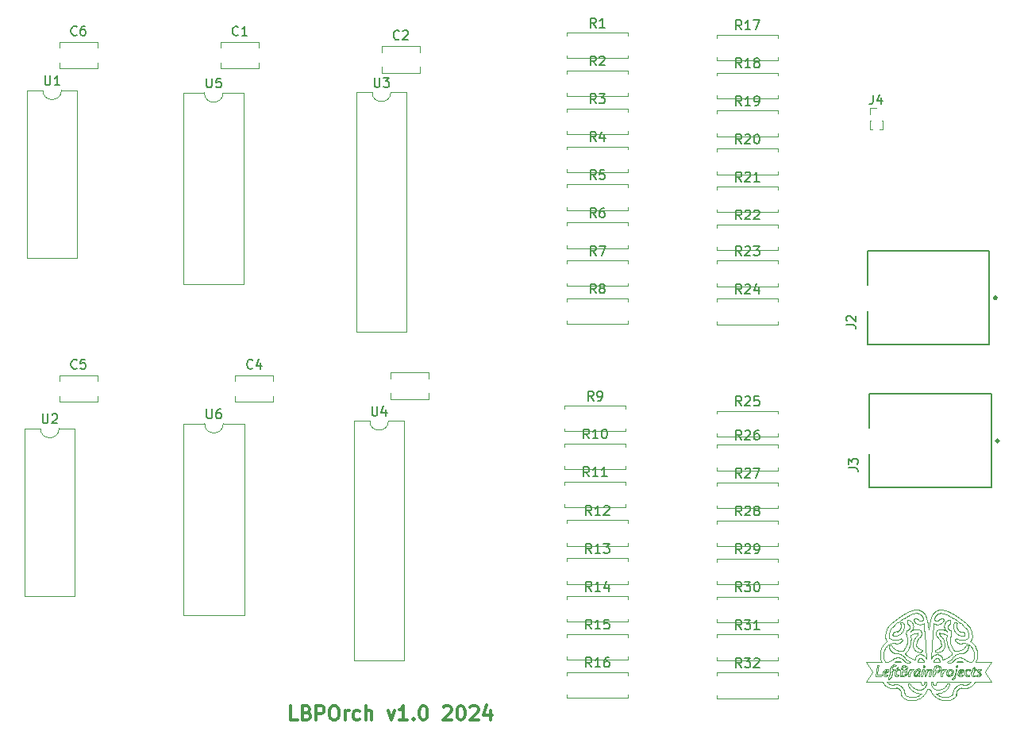
<source format=gbr>
%TF.GenerationSoftware,KiCad,Pcbnew,8.0.1*%
%TF.CreationDate,2024-06-17T09:25:23-04:00*%
%TF.ProjectId,lbporch,6c62706f-7263-4682-9e6b-696361645f70,rev?*%
%TF.SameCoordinates,Original*%
%TF.FileFunction,Legend,Top*%
%TF.FilePolarity,Positive*%
%FSLAX46Y46*%
G04 Gerber Fmt 4.6, Leading zero omitted, Abs format (unit mm)*
G04 Created by KiCad (PCBNEW 8.0.1) date 2024-06-17 09:25:23*
%MOMM*%
%LPD*%
G01*
G04 APERTURE LIST*
%ADD10C,0.000000*%
%ADD11C,0.300000*%
%ADD12C,0.150000*%
%ADD13C,0.120000*%
%ADD14C,0.127000*%
G04 APERTURE END LIST*
D10*
X188302523Y-118058376D02*
X188294151Y-118061421D01*
X188311007Y-118055841D02*
X188302523Y-118058376D01*
X188319581Y-118053815D02*
X188311007Y-118055841D01*
X188328223Y-118052296D02*
X188319581Y-118053815D01*
X188336910Y-118051282D02*
X188328223Y-118052296D01*
X188345621Y-118050771D02*
X188336910Y-118051282D01*
X188354333Y-118050761D02*
X188345621Y-118050771D01*
X188363025Y-118051251D02*
X188354333Y-118050761D01*
X188371675Y-118052238D02*
X188363025Y-118051251D01*
X188380260Y-118053721D02*
X188371675Y-118052238D01*
X188388759Y-118055698D02*
X188380260Y-118053721D01*
X188397149Y-118058167D02*
X188388759Y-118055698D01*
X188405409Y-118061126D02*
X188397149Y-118058167D01*
X188413517Y-118064573D02*
X188405409Y-118061126D01*
X188421450Y-118068507D02*
X188413517Y-118064573D01*
X188429186Y-118072925D02*
X188421450Y-118068507D01*
X188429178Y-118084365D02*
X188429184Y-118072943D01*
X188253012Y-118900981D02*
X188429178Y-118084367D01*
X188247888Y-118923191D02*
X188252995Y-118900983D01*
X188241598Y-118944965D02*
X188247888Y-118923191D01*
X188234154Y-118966264D02*
X188241598Y-118944965D01*
X188225588Y-118987047D02*
X188234154Y-118966264D01*
X188215929Y-119007275D02*
X188225588Y-118987047D01*
X188205207Y-119026906D02*
X188215929Y-119007275D01*
X188193451Y-119045900D02*
X188205207Y-119026906D01*
X188180692Y-119064217D02*
X188193451Y-119045900D01*
X188166959Y-119081815D02*
X188180692Y-119064217D01*
X188152283Y-119098655D02*
X188166959Y-119081815D01*
X188136694Y-119114696D02*
X188152283Y-119098655D01*
X188120220Y-119129897D02*
X188136694Y-119114696D01*
X188102893Y-119144218D02*
X188120220Y-119129897D01*
X188084742Y-119157618D02*
X188102893Y-119144218D01*
X188065797Y-119170057D02*
X188084742Y-119157618D01*
X188046087Y-119181494D02*
X188065797Y-119170057D01*
X188040460Y-119186499D02*
X188046087Y-119181494D01*
X188034563Y-119191089D02*
X188040460Y-119186499D01*
X188028418Y-119195257D02*
X188034563Y-119191089D01*
X188022048Y-119198998D02*
X188028418Y-119195257D01*
X188015475Y-119202307D02*
X188022048Y-119198998D01*
X188008723Y-119205177D02*
X188015475Y-119202307D01*
X188001813Y-119207604D02*
X188008723Y-119205177D01*
X187994768Y-119209581D02*
X188001813Y-119207604D01*
X187987612Y-119211103D02*
X187994768Y-119209581D01*
X187980366Y-119212165D02*
X187987612Y-119211103D01*
X187973053Y-119212761D02*
X187980366Y-119212165D01*
X187965696Y-119212885D02*
X187973053Y-119212761D01*
X187958317Y-119212532D02*
X187965696Y-119212885D01*
X187950939Y-119211696D02*
X187958317Y-119212532D01*
X187943585Y-119210372D02*
X187950939Y-119211696D01*
X187936277Y-119208554D02*
X187943585Y-119210372D01*
X187932922Y-119206180D02*
X187936277Y-119208554D01*
X187929705Y-119203653D02*
X187932922Y-119206180D01*
X187926627Y-119200979D02*
X187929705Y-119203653D01*
X187923695Y-119198165D02*
X187926627Y-119200979D01*
X187920911Y-119195217D02*
X187923695Y-119198165D01*
X187918280Y-119192141D02*
X187920911Y-119195217D01*
X187915805Y-119188943D02*
X187918280Y-119192141D01*
X187913492Y-119185630D02*
X187915805Y-119188943D01*
X187911344Y-119182207D02*
X187913492Y-119185630D01*
X187909365Y-119178681D02*
X187911344Y-119182207D01*
X187907559Y-119175058D02*
X187909365Y-119178681D01*
X187905931Y-119171345D02*
X187907559Y-119175058D01*
X187904484Y-119167546D02*
X187905931Y-119171345D01*
X187903223Y-119163670D02*
X187904484Y-119167546D01*
X187902152Y-119159721D02*
X187903223Y-119163670D01*
X187901274Y-119155705D02*
X187902152Y-119159721D01*
X187902400Y-119149515D02*
X187901274Y-119155705D01*
X187903772Y-119143418D02*
X187902400Y-119149515D01*
X187905383Y-119137420D02*
X187903772Y-119143418D01*
X187907230Y-119131527D02*
X187905383Y-119137420D01*
X187909306Y-119125743D02*
X187907230Y-119131527D01*
X187911605Y-119120074D02*
X187909306Y-119125743D01*
X187914124Y-119114525D02*
X187911605Y-119120074D01*
X187916856Y-119109101D02*
X187914124Y-119114525D01*
X187919795Y-119103807D02*
X187916856Y-119109101D01*
X187922937Y-119098649D02*
X187919795Y-119103807D01*
X187929807Y-119088759D02*
X187922937Y-119098649D01*
X187937422Y-119079472D02*
X187929807Y-119088759D01*
X187945739Y-119070831D02*
X187937422Y-119079472D01*
X187954714Y-119062876D02*
X187945739Y-119070831D01*
X187964306Y-119055649D02*
X187954714Y-119062876D01*
X187974469Y-119049191D02*
X187964306Y-119055649D01*
X187979753Y-119046263D02*
X187974469Y-119049191D01*
X187985163Y-119043544D02*
X187979753Y-119046263D01*
X187990694Y-119041037D02*
X187985163Y-119043544D01*
X187996342Y-119038748D02*
X187990694Y-119041037D01*
X188002101Y-119036683D02*
X187996342Y-119038748D01*
X188007965Y-119034847D02*
X188002101Y-119036683D01*
X188013929Y-119033244D02*
X188007965Y-119034847D01*
X188019987Y-119031880D02*
X188013929Y-119033244D01*
X188026135Y-119030760D02*
X188019987Y-119031880D01*
X188032367Y-119029889D02*
X188026135Y-119030760D01*
X181510733Y-118351722D02*
X181503899Y-118318923D01*
X181516190Y-118384554D02*
X181510733Y-118351722D01*
X181520286Y-118417381D02*
X181516190Y-118384554D01*
X181523037Y-118450170D02*
X181520286Y-118417381D01*
X181524458Y-118482885D02*
X181523037Y-118450170D01*
X181524564Y-118515490D02*
X181524458Y-118482885D01*
X181523371Y-118547950D02*
X181524564Y-118515490D01*
X181520894Y-118580229D02*
X181523371Y-118547950D01*
X181517149Y-118612293D02*
X181520894Y-118580229D01*
X181512151Y-118644106D02*
X181517149Y-118612293D01*
X181505916Y-118675632D02*
X181512151Y-118644106D01*
X181498458Y-118706836D02*
X181505916Y-118675632D01*
X181489793Y-118737684D02*
X181498458Y-118706836D01*
X181479937Y-118768138D02*
X181489793Y-118737684D01*
X181468905Y-118798165D02*
X181479937Y-118768138D01*
X181456713Y-118827728D02*
X181468905Y-118798165D01*
X181443375Y-118856793D02*
X181456713Y-118827728D01*
X181428907Y-118885323D02*
X181443375Y-118856793D01*
X181413326Y-118913285D02*
X181428907Y-118885323D01*
X181396645Y-118940641D02*
X181413326Y-118913285D01*
X181378880Y-118967357D02*
X181396645Y-118940641D01*
X181360048Y-118993398D02*
X181378880Y-118967357D01*
X181340162Y-119018728D02*
X181360048Y-118993398D01*
X181319239Y-119043312D02*
X181340162Y-119018728D01*
X181297295Y-119067114D02*
X181319239Y-119043312D01*
X181274343Y-119090099D02*
X181297295Y-119067114D01*
X181250401Y-119112231D02*
X181274343Y-119090099D01*
X181225483Y-119133476D02*
X181250401Y-119112231D01*
X181199604Y-119153798D02*
X181225483Y-119133476D01*
X181172781Y-119173162D02*
X181199604Y-119153798D01*
X181145027Y-119191532D02*
X181172781Y-119173162D01*
X181116360Y-119208872D02*
X181145027Y-119191532D01*
X181121675Y-119158830D02*
X181116361Y-119208872D01*
X181128234Y-119108991D02*
X181121675Y-119158830D01*
X181136031Y-119059379D02*
X181128234Y-119108991D01*
X181145061Y-119010016D02*
X181136031Y-119059379D01*
X181155315Y-118960925D02*
X181145061Y-119010016D01*
X181166787Y-118912128D02*
X181155315Y-118960925D01*
X181179470Y-118863647D02*
X181166787Y-118912128D01*
X181193358Y-118815506D02*
X181179470Y-118863647D01*
X181208444Y-118767727D02*
X181193358Y-118815506D01*
X181224720Y-118720332D02*
X181208444Y-118767727D01*
X181242180Y-118673344D02*
X181224720Y-118720332D01*
X181260818Y-118626785D02*
X181242180Y-118673344D01*
X181280626Y-118580678D02*
X181260818Y-118626785D01*
X181301598Y-118535046D02*
X181280626Y-118580678D01*
X181323726Y-118489911D02*
X181301598Y-118535046D01*
X181347004Y-118445295D02*
X181323726Y-118489911D01*
X188470575Y-117849651D02*
X188473197Y-117847231D01*
X188467872Y-117851940D02*
X188470575Y-117849651D01*
X188465093Y-117854096D02*
X188467872Y-117851940D01*
X188462241Y-117856121D02*
X188465093Y-117854096D01*
X188456340Y-117859770D02*
X188462241Y-117856121D01*
X188450205Y-117862886D02*
X188456340Y-117859770D01*
X188443871Y-117865463D02*
X188450205Y-117862886D01*
X188437375Y-117867498D02*
X188443871Y-117865463D01*
X188430753Y-117868989D02*
X188437375Y-117867498D01*
X188424040Y-117869931D02*
X188430753Y-117868989D01*
X188417273Y-117870320D02*
X188424040Y-117869931D01*
X188410487Y-117870154D02*
X188417273Y-117870320D01*
X188403718Y-117869428D02*
X188410487Y-117870154D01*
X188397003Y-117868140D02*
X188403718Y-117869428D01*
X188390377Y-117866285D02*
X188397003Y-117868140D01*
X188383876Y-117863860D02*
X188390377Y-117866285D01*
X188380684Y-117862433D02*
X188383876Y-117863860D01*
X188377536Y-117860862D02*
X188380684Y-117862433D01*
X188374438Y-117859146D02*
X188377536Y-117860862D01*
X188371394Y-117857286D02*
X188374438Y-117859146D01*
X188367784Y-117854205D02*
X188371392Y-117857284D01*
X188364360Y-117850986D02*
X188367784Y-117854205D01*
X188361123Y-117847636D02*
X188364360Y-117850986D01*
X188358072Y-117844162D02*
X188361123Y-117847636D01*
X188355211Y-117840570D02*
X188358072Y-117844162D01*
X188352538Y-117836869D02*
X188355211Y-117840570D01*
X188350056Y-117833066D02*
X188352538Y-117836869D01*
X188347766Y-117829167D02*
X188350056Y-117833066D01*
X188345668Y-117825182D02*
X188347766Y-117829167D01*
X188343764Y-117821116D02*
X188345668Y-117825182D01*
X188342054Y-117816977D02*
X188343764Y-117821116D01*
X188340540Y-117812774D02*
X188342054Y-117816977D01*
X188339222Y-117808512D02*
X188340540Y-117812774D01*
X188338102Y-117804200D02*
X188339222Y-117808512D01*
X188337181Y-117799845D02*
X188338102Y-117804200D01*
X188336460Y-117795454D02*
X188337181Y-117799845D01*
X188335940Y-117791035D02*
X188336460Y-117795454D01*
X188335621Y-117786595D02*
X188335940Y-117791035D01*
X188335506Y-117782142D02*
X188335621Y-117786595D01*
X188335594Y-117777682D02*
X188335506Y-117782142D01*
X188335888Y-117773224D02*
X188335594Y-117777682D01*
X188336387Y-117768774D02*
X188335888Y-117773224D01*
X188337094Y-117764340D02*
X188336387Y-117768774D01*
X188338009Y-117759930D02*
X188337094Y-117764340D01*
X188339133Y-117755551D02*
X188338009Y-117759930D01*
X188340467Y-117751210D02*
X188339133Y-117755551D01*
X188342013Y-117746915D02*
X188340467Y-117751210D01*
X188343770Y-117742673D02*
X188342013Y-117746915D01*
X188345742Y-117738491D02*
X188343770Y-117742673D01*
X188347927Y-117734377D02*
X188345742Y-117738491D01*
X188350328Y-117730338D02*
X188347927Y-117734377D01*
X188352946Y-117726382D02*
X188350328Y-117730338D01*
X188355391Y-117722276D02*
X188352946Y-117726384D01*
X188358013Y-117718338D02*
X188355391Y-117722276D01*
X188360803Y-117714573D02*
X188358013Y-117718338D01*
X188363753Y-117710983D02*
X188360803Y-117714573D01*
X188366856Y-117707570D02*
X188363753Y-117710983D01*
X188370104Y-117704336D02*
X188366856Y-117707570D01*
X188373488Y-117701284D02*
X188370104Y-117704336D01*
X188377001Y-117698416D02*
X188373488Y-117701284D01*
X188380635Y-117695735D02*
X188377001Y-117698416D01*
X188384383Y-117693241D02*
X188380635Y-117695735D01*
X188388235Y-117690938D02*
X188384383Y-117693241D01*
X188392185Y-117688829D02*
X188388235Y-117690938D01*
X188396223Y-117686914D02*
X188392185Y-117688829D01*
X188400344Y-117685196D02*
X188396223Y-117686914D01*
X188404538Y-117683678D02*
X188400344Y-117685196D01*
X188408797Y-117682362D02*
X188404538Y-117683678D01*
X188413115Y-117681250D02*
X188408797Y-117682362D01*
X188417482Y-117680344D02*
X188413115Y-117681250D01*
X188421891Y-117679646D02*
X188417482Y-117680344D01*
X188426335Y-117679160D02*
X188421891Y-117679646D01*
X188430804Y-117678886D02*
X188426335Y-117679160D01*
X188435292Y-117678828D02*
X188430804Y-117678886D01*
X188439790Y-117678987D02*
X188435292Y-117678828D01*
X188444290Y-117679365D02*
X188439790Y-117678987D01*
X188448786Y-117679966D02*
X188444290Y-117679365D01*
X188453267Y-117680790D02*
X188448786Y-117679966D01*
X188457728Y-117681841D02*
X188453267Y-117680790D01*
X188462159Y-117683121D02*
X188457728Y-117681841D01*
X188466554Y-117684632D02*
X188462159Y-117683121D01*
X188470903Y-117686375D02*
X188466554Y-117684632D01*
X188475200Y-117688354D02*
X188470903Y-117686375D01*
X188479436Y-117690571D02*
X188475200Y-117688354D01*
X188483149Y-117694880D02*
X188479436Y-117690573D01*
X188486605Y-117699321D02*
X188483149Y-117694880D01*
X188489806Y-117703886D02*
X188486605Y-117699321D01*
X188492752Y-117708565D02*
X188489806Y-117703886D01*
X188495443Y-117713350D02*
X188492752Y-117708565D01*
X188497880Y-117718230D02*
X188495443Y-117713350D01*
X188500062Y-117723197D02*
X188497880Y-117718230D01*
X188501992Y-117728239D02*
X188500062Y-117723197D01*
X188503667Y-117733349D02*
X188501992Y-117728239D01*
X188505090Y-117738515D02*
X188503667Y-117733349D01*
X188506261Y-117743729D02*
X188505090Y-117738515D01*
X188507179Y-117748981D02*
X188506261Y-117743729D01*
X188507846Y-117754262D02*
X188507179Y-117748981D01*
X188508262Y-117759561D02*
X188507846Y-117754262D01*
X188508426Y-117764870D02*
X188508262Y-117759561D01*
X188508340Y-117770178D02*
X188508426Y-117764870D01*
X188508004Y-117775476D02*
X188508340Y-117770178D01*
X188507418Y-117780755D02*
X188508004Y-117775476D01*
X188506582Y-117786004D02*
X188507418Y-117780755D01*
X188505497Y-117791215D02*
X188506582Y-117786004D01*
X188504164Y-117796377D02*
X188505497Y-117791215D01*
X188502583Y-117801482D02*
X188504164Y-117796377D01*
X188500753Y-117806519D02*
X188502583Y-117801482D01*
X188498677Y-117811479D02*
X188500753Y-117806519D01*
X188496353Y-117816352D02*
X188498677Y-117811479D01*
X188493782Y-117821129D02*
X188496353Y-117816352D01*
X188490965Y-117825800D02*
X188493782Y-117821129D01*
X188487902Y-117830356D02*
X188490965Y-117825800D01*
X188484593Y-117834786D02*
X188487902Y-117830356D01*
X188481039Y-117839082D02*
X188484593Y-117834786D01*
X188477240Y-117843234D02*
X188481039Y-117839082D01*
X188473197Y-117847231D02*
X188477240Y-117843234D01*
X188697910Y-118399139D02*
X188697723Y-118401883D01*
X188698504Y-118395951D02*
X188697910Y-118399139D01*
X188700732Y-118388276D02*
X188698504Y-118395948D01*
X188704259Y-118379116D02*
X188700732Y-118388276D01*
X188708974Y-118368627D02*
X188704258Y-118379119D01*
X188711230Y-118356717D02*
X188708986Y-118368636D01*
X188714043Y-118345052D02*
X188711230Y-118356717D01*
X188717407Y-118333651D02*
X188714043Y-118345052D01*
X188721306Y-118322527D02*
X188717407Y-118333651D01*
X188725723Y-118311693D02*
X188721306Y-118322527D01*
X188730641Y-118301159D02*
X188725723Y-118311693D01*
X188736044Y-118290940D02*
X188730641Y-118301159D01*
X188741914Y-118281047D02*
X188736044Y-118290940D01*
X188748234Y-118271491D02*
X188741914Y-118281047D01*
X188754988Y-118262286D02*
X188748234Y-118271491D01*
X188762159Y-118253444D02*
X188754988Y-118262286D01*
X188769730Y-118244977D02*
X188762159Y-118253444D01*
X188777683Y-118236896D02*
X188769730Y-118244977D01*
X188786003Y-118229215D02*
X188777683Y-118236896D01*
X188794672Y-118221945D02*
X188786003Y-118229215D01*
X188803673Y-118215099D02*
X188794672Y-118221945D01*
X188812990Y-118208689D02*
X188803673Y-118215099D01*
X188822605Y-118202727D02*
X188812990Y-118208689D01*
X188832502Y-118197225D02*
X188822605Y-118202727D01*
X188842664Y-118192196D02*
X188832502Y-118197225D01*
X188853074Y-118187651D02*
X188842664Y-118192196D01*
X188863715Y-118183604D02*
X188853074Y-118187651D01*
X188874570Y-118180066D02*
X188863715Y-118183604D01*
X188885622Y-118177049D02*
X188874570Y-118180066D01*
X188896854Y-118174566D02*
X188885622Y-118177049D01*
X188908251Y-118172628D02*
X188896854Y-118174566D01*
X188919793Y-118171249D02*
X188908251Y-118172628D01*
X188931466Y-118170440D02*
X188919793Y-118171249D01*
X188943251Y-118170214D02*
X188931466Y-118170440D01*
X188955133Y-118170582D02*
X188943251Y-118170214D01*
X188967093Y-118171558D02*
X188955133Y-118170582D01*
X188979116Y-118173152D02*
X188967093Y-118171558D01*
X188977108Y-118186053D02*
X188979116Y-118173148D01*
X188974498Y-118198719D02*
X188977108Y-118186053D01*
X188971303Y-118211134D02*
X188974498Y-118198719D01*
X188967540Y-118223284D02*
X188971303Y-118211134D01*
X188963224Y-118235155D02*
X188967540Y-118223284D01*
X188958373Y-118246735D02*
X188963224Y-118235155D01*
X188953002Y-118258010D02*
X188958373Y-118246735D01*
X188947127Y-118268966D02*
X188953002Y-118258010D01*
X188940767Y-118279591D02*
X188947127Y-118268966D01*
X188933935Y-118289871D02*
X188940767Y-118279591D01*
X188926650Y-118299793D02*
X188933935Y-118289871D01*
X188918927Y-118309343D02*
X188926650Y-118299793D01*
X188910782Y-118318509D02*
X188918927Y-118309343D01*
X188902233Y-118327277D02*
X188910782Y-118318509D01*
X188893294Y-118335633D02*
X188902233Y-118327277D01*
X188883984Y-118343565D02*
X188893294Y-118335633D01*
X188874317Y-118351059D02*
X188883984Y-118343565D01*
X188864311Y-118358101D02*
X188874317Y-118351059D01*
X188853982Y-118364680D02*
X188864311Y-118358101D01*
X188843346Y-118370780D02*
X188853982Y-118364680D01*
X188832419Y-118376389D02*
X188843346Y-118370780D01*
X188821218Y-118381494D02*
X188832419Y-118376389D01*
X188809759Y-118386082D02*
X188821218Y-118381494D01*
X188798059Y-118390138D02*
X188809759Y-118386082D01*
X188786134Y-118393650D02*
X188798059Y-118390138D01*
X188774000Y-118396605D02*
X188786134Y-118393650D01*
X188761673Y-118398988D02*
X188774000Y-118396605D01*
X188749171Y-118400788D02*
X188761673Y-118398988D01*
X188736509Y-118401990D02*
X188749171Y-118400788D01*
X188723703Y-118402581D02*
X188736509Y-118401990D01*
X188710771Y-118402549D02*
X188723703Y-118402581D01*
X188697728Y-118401879D02*
X188710771Y-118402549D01*
X186186884Y-117862821D02*
X186119448Y-118210510D01*
X186195468Y-117855742D02*
X186186876Y-117862823D01*
X186204295Y-117849104D02*
X186195468Y-117855742D01*
X186213341Y-117842908D02*
X186204295Y-117849104D01*
X186222593Y-117837155D02*
X186213341Y-117842908D01*
X186232034Y-117831844D02*
X186222593Y-117837155D01*
X186241649Y-117826977D02*
X186232034Y-117831844D01*
X186251424Y-117822554D02*
X186241649Y-117826977D01*
X186261343Y-117818575D02*
X186251424Y-117822554D01*
X186271392Y-117815039D02*
X186261343Y-117818575D01*
X186281554Y-117811948D02*
X186271392Y-117815039D01*
X186302160Y-117807101D02*
X186281554Y-117811948D01*
X186323041Y-117804034D02*
X186302160Y-117807101D01*
X186344077Y-117802751D02*
X186323041Y-117804034D01*
X186365145Y-117803254D02*
X186344077Y-117802751D01*
X186386125Y-117805544D02*
X186365145Y-117803254D01*
X186396545Y-117807360D02*
X186386125Y-117805544D01*
X186406897Y-117809624D02*
X186396545Y-117807360D01*
X186417167Y-117812336D02*
X186406897Y-117809624D01*
X186427339Y-117815497D02*
X186417167Y-117812336D01*
X186437399Y-117819106D02*
X186427339Y-117815497D01*
X186447331Y-117823164D02*
X186437399Y-117819106D01*
X186457121Y-117827671D02*
X186447331Y-117823164D01*
X186466752Y-117832627D02*
X186457121Y-117827671D01*
X186476210Y-117838034D02*
X186466752Y-117832627D01*
X186485481Y-117843890D02*
X186476210Y-117838034D01*
X186494548Y-117850197D02*
X186485481Y-117843890D01*
X186503396Y-117856954D02*
X186494548Y-117850197D01*
X186510898Y-117864575D02*
X186503397Y-117856954D01*
X186517932Y-117872480D02*
X186510898Y-117864575D01*
X186524497Y-117880651D02*
X186517932Y-117872480D01*
X186530593Y-117889070D02*
X186524497Y-117880651D01*
X186536220Y-117897718D02*
X186530593Y-117889070D01*
X186541378Y-117906578D02*
X186536220Y-117897718D01*
X186546065Y-117915630D02*
X186541378Y-117906578D01*
X186550283Y-117924857D02*
X186546065Y-117915630D01*
X186554029Y-117934240D02*
X186550283Y-117924857D01*
X186557305Y-117943761D02*
X186554029Y-117934240D01*
X186560110Y-117953401D02*
X186557305Y-117943761D01*
X186562442Y-117963143D02*
X186560110Y-117953401D01*
X186564303Y-117972968D02*
X186562442Y-117963143D01*
X186565690Y-117982857D02*
X186564303Y-117972968D01*
X186566605Y-117992793D02*
X186565690Y-117982857D01*
X186567047Y-118002756D02*
X186566605Y-117992793D01*
X186567015Y-118012730D02*
X186567047Y-118002756D01*
X186566509Y-118022695D02*
X186567015Y-118012730D01*
X186565529Y-118032633D02*
X186566509Y-118022695D01*
X186564074Y-118042526D02*
X186565529Y-118032633D01*
X186562143Y-118052355D02*
X186564074Y-118042526D01*
X186559738Y-118062102D02*
X186562143Y-118052355D01*
X186556856Y-118071750D02*
X186559738Y-118062102D01*
X186553498Y-118081279D02*
X186556856Y-118071750D01*
X186549663Y-118090671D02*
X186553498Y-118081279D01*
X186545351Y-118099908D02*
X186549663Y-118090671D01*
X186540562Y-118108972D02*
X186545351Y-118099908D01*
X186535295Y-118117844D02*
X186540562Y-118108972D01*
X186529550Y-118126506D02*
X186535295Y-118117844D01*
X186523326Y-118134940D02*
X186529550Y-118126506D01*
X186516624Y-118143127D02*
X186523326Y-118134940D01*
X186509442Y-118151049D02*
X186516624Y-118143127D01*
X186500615Y-118162348D02*
X186509442Y-118151049D01*
X186491329Y-118173074D02*
X186500615Y-118162348D01*
X186481608Y-118183224D02*
X186491329Y-118173074D01*
X186471477Y-118192795D02*
X186481608Y-118183224D01*
X186460959Y-118201783D02*
X186471477Y-118192795D01*
X186450079Y-118210184D02*
X186460959Y-118201783D01*
X186438860Y-118217994D02*
X186450079Y-118210184D01*
X186427329Y-118225211D02*
X186438860Y-118217994D01*
X186415507Y-118231829D02*
X186427329Y-118225211D01*
X186403420Y-118237845D02*
X186415507Y-118231829D01*
X186391093Y-118243257D02*
X186403420Y-118237845D01*
X186378548Y-118248059D02*
X186391093Y-118243257D01*
X186365811Y-118252249D02*
X186378548Y-118248059D01*
X186352905Y-118255822D02*
X186365811Y-118252249D01*
X186339855Y-118258775D02*
X186352905Y-118255822D01*
X186326685Y-118261104D02*
X186339855Y-118258775D01*
X186313420Y-118262806D02*
X186326685Y-118261104D01*
X186300083Y-118263877D02*
X186313420Y-118262806D01*
X186286699Y-118264312D02*
X186300083Y-118263877D01*
X186273292Y-118264110D02*
X186286699Y-118264312D01*
X186259886Y-118263264D02*
X186273292Y-118264110D01*
X186246506Y-118261773D02*
X186259886Y-118263264D01*
X186233175Y-118259633D02*
X186246506Y-118261773D01*
X186219918Y-118256839D02*
X186233175Y-118259633D01*
X186206760Y-118253387D02*
X186219918Y-118256839D01*
X186193723Y-118249276D02*
X186206760Y-118253387D01*
X186180834Y-118244499D02*
X186193723Y-118249276D01*
X186168115Y-118239055D02*
X186180834Y-118244499D01*
X186155591Y-118232939D02*
X186168115Y-118239055D01*
X186143287Y-118226147D02*
X186155591Y-118232939D01*
X186131226Y-118218676D02*
X186143287Y-118226147D01*
X186119433Y-118210522D02*
X186131226Y-118218676D01*
X184965376Y-117841301D02*
X184967809Y-117838523D01*
X184962845Y-117843954D02*
X184965376Y-117841301D01*
X184957509Y-117848877D02*
X184962845Y-117843954D01*
X184951836Y-117853286D02*
X184957509Y-117848877D01*
X184945864Y-117857172D02*
X184951836Y-117853286D01*
X184939629Y-117860527D02*
X184945864Y-117857172D01*
X184933168Y-117863344D02*
X184939629Y-117860527D01*
X184926516Y-117865616D02*
X184933168Y-117863344D01*
X184919710Y-117867334D02*
X184926516Y-117865616D01*
X184912786Y-117868492D02*
X184919710Y-117867334D01*
X184905782Y-117869081D02*
X184912786Y-117868492D01*
X184898733Y-117869094D02*
X184905782Y-117869081D01*
X184891675Y-117868523D02*
X184898733Y-117869094D01*
X184884646Y-117867361D02*
X184891675Y-117868523D01*
X184877681Y-117865600D02*
X184884646Y-117867361D01*
X184870817Y-117863232D02*
X184877681Y-117865600D01*
X184867435Y-117861819D02*
X184870817Y-117863232D01*
X184864091Y-117860250D02*
X184867435Y-117861819D01*
X184860120Y-117857055D02*
X184864091Y-117860253D01*
X184856352Y-117853698D02*
X184860120Y-117857055D01*
X184852789Y-117850191D02*
X184856352Y-117853698D01*
X184849431Y-117846541D02*
X184852789Y-117850191D01*
X184846281Y-117842758D02*
X184849431Y-117846541D01*
X184843339Y-117838849D02*
X184846281Y-117842758D01*
X184840606Y-117834823D02*
X184843339Y-117838849D01*
X184838085Y-117830689D02*
X184840606Y-117834823D01*
X184835775Y-117826456D02*
X184838085Y-117830689D01*
X184833678Y-117822131D02*
X184835775Y-117826456D01*
X184831795Y-117817723D02*
X184833678Y-117822131D01*
X184830129Y-117813240D02*
X184831795Y-117817723D01*
X184828679Y-117808692D02*
X184830129Y-117813240D01*
X184827447Y-117804086D02*
X184828679Y-117808692D01*
X184826434Y-117799431D02*
X184827447Y-117804086D01*
X184825642Y-117794736D02*
X184826434Y-117799431D01*
X184825071Y-117790008D02*
X184825642Y-117794736D01*
X184824724Y-117785257D02*
X184825071Y-117790008D01*
X184824601Y-117780491D02*
X184824724Y-117785257D01*
X184824703Y-117775718D02*
X184824601Y-117780491D01*
X184825031Y-117770947D02*
X184824703Y-117775718D01*
X184825588Y-117766186D02*
X184825031Y-117770947D01*
X184826374Y-117761445D02*
X184825588Y-117766186D01*
X184827390Y-117756730D02*
X184826374Y-117761445D01*
X184828637Y-117752051D02*
X184827390Y-117756730D01*
X184830118Y-117747416D02*
X184828637Y-117752051D01*
X184831832Y-117742834D02*
X184830118Y-117747416D01*
X184833781Y-117738313D02*
X184831832Y-117742834D01*
X184835967Y-117733862D02*
X184833781Y-117738313D01*
X184838391Y-117729488D02*
X184835967Y-117733862D01*
X184841053Y-117725202D02*
X184838391Y-117729488D01*
X184843956Y-117721010D02*
X184841053Y-117725202D01*
X184846816Y-117717109D02*
X184843956Y-117721015D01*
X184849836Y-117713391D02*
X184846816Y-117717109D01*
X184853009Y-117709861D02*
X184849836Y-117713391D01*
X184856325Y-117706521D02*
X184853009Y-117709861D01*
X184859778Y-117703372D02*
X184856325Y-117706521D01*
X184863359Y-117700416D02*
X184859778Y-117703372D01*
X184867060Y-117697654D02*
X184863359Y-117700416D01*
X184870873Y-117695089D02*
X184867060Y-117697654D01*
X184874790Y-117692721D02*
X184870873Y-117695089D01*
X184878802Y-117690552D02*
X184874790Y-117692721D01*
X184882903Y-117688584D02*
X184878802Y-117690552D01*
X184887083Y-117686817D02*
X184882903Y-117688584D01*
X184891336Y-117685254D02*
X184887083Y-117686817D01*
X184895651Y-117683896D02*
X184891336Y-117685254D01*
X184900023Y-117682745D02*
X184895651Y-117683896D01*
X184904442Y-117681802D02*
X184900023Y-117682745D01*
X184908901Y-117681068D02*
X184904442Y-117681802D01*
X184913391Y-117680546D02*
X184908901Y-117681068D01*
X184917905Y-117680236D02*
X184913391Y-117680546D01*
X184922435Y-117680141D02*
X184917905Y-117680236D01*
X184926971Y-117680261D02*
X184922435Y-117680141D01*
X184931507Y-117680599D02*
X184926971Y-117680261D01*
X184936035Y-117681155D02*
X184931507Y-117680599D01*
X184940545Y-117681931D02*
X184936035Y-117681155D01*
X184945031Y-117682929D02*
X184940545Y-117681931D01*
X184949484Y-117684151D02*
X184945031Y-117682929D01*
X184953897Y-117685597D02*
X184949484Y-117684151D01*
X184958260Y-117687270D02*
X184953897Y-117685597D01*
X184962566Y-117689170D02*
X184958260Y-117687270D01*
X184966807Y-117691300D02*
X184962566Y-117689170D01*
X184970976Y-117693661D02*
X184966807Y-117691300D01*
X184975063Y-117696254D02*
X184970976Y-117693661D01*
X184978210Y-117700263D02*
X184975063Y-117696254D01*
X184981135Y-117704378D02*
X184978210Y-117700263D01*
X184983838Y-117708592D02*
X184981135Y-117704378D01*
X184986321Y-117712897D02*
X184983838Y-117708592D01*
X184988584Y-117717285D02*
X184986321Y-117712897D01*
X184990626Y-117721749D02*
X184988584Y-117717285D01*
X184992449Y-117726280D02*
X184990626Y-117721749D01*
X184994052Y-117730870D02*
X184992449Y-117726280D01*
X184995437Y-117735512D02*
X184994052Y-117730870D01*
X184996603Y-117740198D02*
X184995437Y-117735512D01*
X184997552Y-117744920D02*
X184996603Y-117740198D01*
X184998282Y-117749671D02*
X184997552Y-117744920D01*
X184998796Y-117754441D02*
X184998282Y-117749671D01*
X184999092Y-117759224D02*
X184998796Y-117754441D01*
X184999172Y-117764012D02*
X184999092Y-117759224D01*
X184999037Y-117768797D02*
X184999172Y-117764012D01*
X184998685Y-117773571D02*
X184999037Y-117768797D01*
X184998118Y-117778326D02*
X184998685Y-117773571D01*
X184997337Y-117783054D02*
X184998118Y-117778326D01*
X184996341Y-117787748D02*
X184997337Y-117783054D01*
X184995131Y-117792399D02*
X184996341Y-117787748D01*
X184993707Y-117797000D02*
X184995131Y-117792399D01*
X184992070Y-117801543D02*
X184993707Y-117797000D01*
X184990221Y-117806020D02*
X184992070Y-117801543D01*
X184988158Y-117810424D02*
X184990221Y-117806020D01*
X184985884Y-117814746D02*
X184988158Y-117810424D01*
X184983398Y-117818978D02*
X184985884Y-117814746D01*
X184980701Y-117823113D02*
X184983398Y-117818978D01*
X184977794Y-117827144D02*
X184980701Y-117823113D01*
X184974675Y-117831061D02*
X184977794Y-117827144D01*
X184971347Y-117834857D02*
X184974675Y-117831061D01*
X184967809Y-117838525D02*
X184971347Y-117834857D01*
X180725709Y-118342675D02*
X180718836Y-118356056D01*
X180733000Y-118329548D02*
X180725709Y-118342675D01*
X180740698Y-118316683D02*
X180733000Y-118329548D01*
X180748798Y-118304090D02*
X180740698Y-118316683D01*
X180757292Y-118291778D02*
X180748798Y-118304090D01*
X180766171Y-118279755D02*
X180757292Y-118291778D01*
X180775428Y-118268030D02*
X180766171Y-118279755D01*
X180785055Y-118256612D02*
X180775428Y-118268030D01*
X180795045Y-118245510D02*
X180785055Y-118256612D01*
X180805390Y-118234732D02*
X180795045Y-118245510D01*
X180816083Y-118224289D02*
X180805390Y-118234732D01*
X180827114Y-118214187D02*
X180816083Y-118224289D01*
X180838478Y-118204437D02*
X180827114Y-118214187D01*
X180850166Y-118195047D02*
X180838478Y-118204437D01*
X180862170Y-118186026D02*
X180850166Y-118195047D01*
X180874484Y-118177382D02*
X180862170Y-118186026D01*
X180877542Y-118174668D02*
X180874484Y-118177382D01*
X180880699Y-118172134D02*
X180877542Y-118174668D01*
X180883948Y-118169780D02*
X180880699Y-118172134D01*
X180887281Y-118167605D02*
X180883948Y-118169780D01*
X180890692Y-118165609D02*
X180887281Y-118167605D01*
X180894174Y-118163793D02*
X180890692Y-118165609D01*
X180897721Y-118162156D02*
X180894174Y-118163793D01*
X180901325Y-118160699D02*
X180897721Y-118162156D01*
X180904981Y-118159420D02*
X180901325Y-118160699D01*
X180908681Y-118158320D02*
X180904981Y-118159420D01*
X180912418Y-118157399D02*
X180908681Y-118158320D01*
X180916187Y-118156657D02*
X180912418Y-118157399D01*
X180919979Y-118156094D02*
X180916187Y-118156657D01*
X180923789Y-118155709D02*
X180919979Y-118156094D01*
X180927609Y-118155502D02*
X180923789Y-118155709D01*
X180931434Y-118155474D02*
X180927609Y-118155502D01*
X180935255Y-118155624D02*
X180931434Y-118155474D01*
X180939067Y-118155952D02*
X180935255Y-118155624D01*
X180942863Y-118156458D02*
X180939067Y-118155952D01*
X180946635Y-118157141D02*
X180942863Y-118156458D01*
X180950378Y-118158003D02*
X180946635Y-118157141D01*
X180954085Y-118159042D02*
X180950378Y-118158003D01*
X180957748Y-118160259D02*
X180954085Y-118159042D01*
X180961361Y-118161653D02*
X180957748Y-118160259D01*
X180964917Y-118163224D02*
X180961361Y-118161653D01*
X180968410Y-118164973D02*
X180964917Y-118163224D01*
X180971833Y-118166899D02*
X180968410Y-118164973D01*
X180975179Y-118169002D02*
X180971833Y-118166899D01*
X180978441Y-118171282D02*
X180975179Y-118169002D01*
X180981613Y-118173738D02*
X180978441Y-118171282D01*
X180984688Y-118176371D02*
X180981613Y-118173738D01*
X180987659Y-118179181D02*
X180984688Y-118176371D01*
X180989829Y-118182543D02*
X180987661Y-118179167D01*
X180987623Y-118195149D02*
X180989829Y-118182555D01*
X180984822Y-118207489D02*
X180987623Y-118195149D01*
X180981443Y-118219563D02*
X180984822Y-118207489D01*
X180977501Y-118231358D02*
X180981443Y-118219563D01*
X180973015Y-118242860D02*
X180977501Y-118231358D01*
X180968001Y-118254057D02*
X180973015Y-118242860D01*
X180962477Y-118264936D02*
X180968001Y-118254057D01*
X180956460Y-118275484D02*
X180962477Y-118264936D01*
X180949967Y-118285687D02*
X180956460Y-118275484D01*
X180943014Y-118295534D02*
X180949967Y-118285687D01*
X180935620Y-118305010D02*
X180943014Y-118295534D01*
X180927801Y-118314103D02*
X180935620Y-118305010D01*
X180919574Y-118322801D02*
X180927801Y-118314103D01*
X180910957Y-118331089D02*
X180919574Y-118322801D01*
X180901966Y-118338955D02*
X180910957Y-118331089D01*
X180892619Y-118346386D02*
X180901966Y-118338955D01*
X180882933Y-118353370D02*
X180892619Y-118346386D01*
X180872925Y-118359893D02*
X180882933Y-118353370D01*
X180862611Y-118365942D02*
X180872925Y-118359893D01*
X180852010Y-118371504D02*
X180862611Y-118365942D01*
X180841138Y-118376566D02*
X180852010Y-118371504D01*
X180830013Y-118381116D02*
X180841138Y-118376566D01*
X180818651Y-118385140D02*
X180830013Y-118381116D01*
X180807070Y-118388625D02*
X180818651Y-118385140D01*
X180795286Y-118391559D02*
X180807070Y-118388625D01*
X180783317Y-118393929D02*
X180795286Y-118391559D01*
X180771180Y-118395721D02*
X180783317Y-118393929D01*
X180758893Y-118396922D02*
X180771180Y-118395721D01*
X180746471Y-118397520D02*
X180758893Y-118396922D01*
X180733933Y-118397502D02*
X180746471Y-118397520D01*
X180721295Y-118396854D02*
X180733933Y-118397502D01*
X180708575Y-118395564D02*
X180721295Y-118396854D01*
X180708721Y-118392988D02*
X180708575Y-118395561D01*
X180708935Y-118390422D02*
X180708721Y-118392988D01*
X180709215Y-118387866D02*
X180708935Y-118390422D01*
X180709563Y-118385320D02*
X180709215Y-118387866D01*
X180709977Y-118382786D02*
X180709563Y-118385320D01*
X180710458Y-118380265D02*
X180709977Y-118382786D01*
X180711005Y-118377758D02*
X180710458Y-118380265D01*
X180711617Y-118375267D02*
X180711005Y-118377758D01*
X180712294Y-118372793D02*
X180711617Y-118375267D01*
X180713037Y-118370337D02*
X180712294Y-118372793D01*
X180713844Y-118367901D02*
X180713037Y-118370337D01*
X180714715Y-118365485D02*
X180713844Y-118367901D01*
X180715650Y-118363092D02*
X180714715Y-118365485D01*
X180716649Y-118360722D02*
X180715650Y-118363092D01*
X180717711Y-118358376D02*
X180716649Y-118360722D01*
X180718836Y-118356056D02*
X180717711Y-118358376D01*
X182998689Y-117874860D02*
X182995162Y-117869685D01*
X183001977Y-117880140D02*
X182998689Y-117874860D01*
X183007839Y-117890984D02*
X183001977Y-117880140D01*
X183012748Y-117902158D02*
X183007839Y-117890984D01*
X183016707Y-117913603D02*
X183012748Y-117902158D01*
X183019717Y-117925261D02*
X183016707Y-117913603D01*
X183021780Y-117937072D02*
X183019717Y-117925261D01*
X183022896Y-117948978D02*
X183021780Y-117937072D01*
X183023068Y-117960918D02*
X183022896Y-117948978D01*
X183022296Y-117972835D02*
X183023068Y-117960918D01*
X183020584Y-117984669D02*
X183022296Y-117972835D01*
X183017930Y-117996362D02*
X183020584Y-117984669D01*
X183014339Y-118007854D02*
X183017930Y-117996362D01*
X183009810Y-118019086D02*
X183014339Y-118007854D01*
X183004345Y-118029999D02*
X183009810Y-118019086D01*
X182997947Y-118040535D02*
X183004345Y-118029999D01*
X182994397Y-118045643D02*
X182997947Y-118040535D01*
X182990615Y-118050634D02*
X182994397Y-118045643D01*
X182983527Y-118062170D02*
X182990615Y-118050634D01*
X182975983Y-118073274D02*
X182983527Y-118062170D01*
X182968001Y-118083941D02*
X182975983Y-118073274D01*
X182959602Y-118094163D02*
X182968001Y-118083941D01*
X182950801Y-118103934D02*
X182959602Y-118094163D01*
X182941619Y-118113249D02*
X182950801Y-118103934D01*
X182932073Y-118122100D02*
X182941619Y-118113249D01*
X182922181Y-118130482D02*
X182932073Y-118122100D01*
X182901436Y-118145812D02*
X182922181Y-118130482D01*
X182879530Y-118159189D02*
X182901436Y-118145812D01*
X182856609Y-118170563D02*
X182879530Y-118159189D01*
X182832822Y-118179883D02*
X182856609Y-118170563D01*
X182808314Y-118187098D02*
X182832822Y-118179883D01*
X182783232Y-118192160D02*
X182808314Y-118187098D01*
X182757724Y-118195017D02*
X182783232Y-118192160D01*
X182731936Y-118195619D02*
X182757724Y-118195017D01*
X182718983Y-118195059D02*
X182731936Y-118195619D01*
X182706015Y-118193916D02*
X182718983Y-118195059D01*
X182693050Y-118192184D02*
X182706015Y-118193916D01*
X182680108Y-118189857D02*
X182693050Y-118192184D01*
X182667206Y-118186929D02*
X182680108Y-118189857D01*
X182654362Y-118183393D02*
X182667206Y-118186929D01*
X182641595Y-118179243D02*
X182654362Y-118183393D01*
X182628923Y-118174473D02*
X182641595Y-118179243D01*
X182623866Y-118163081D02*
X182628923Y-118174471D01*
X182619298Y-118151572D02*
X182623866Y-118163081D01*
X182615216Y-118139958D02*
X182619298Y-118151572D01*
X182611618Y-118128252D02*
X182615216Y-118139958D01*
X182608502Y-118116468D02*
X182611618Y-118128252D01*
X182605864Y-118104619D02*
X182608502Y-118116468D01*
X182603703Y-118092720D02*
X182605864Y-118104619D01*
X182602015Y-118080783D02*
X182603703Y-118092720D01*
X182600049Y-118056853D02*
X182602015Y-118080783D01*
X182599946Y-118032939D02*
X182600049Y-118056853D01*
X182601685Y-118009150D02*
X182599946Y-118032939D01*
X182605245Y-117985594D02*
X182601685Y-118009150D01*
X182610606Y-117962382D02*
X182605245Y-117985594D01*
X182617745Y-117939623D02*
X182610606Y-117962382D01*
X182626644Y-117917426D02*
X182617745Y-117939623D01*
X182637280Y-117895901D02*
X182626644Y-117917426D01*
X182643243Y-117885424D02*
X182637280Y-117895901D01*
X182649632Y-117875156D02*
X182643243Y-117885424D01*
X182656446Y-117865110D02*
X182649632Y-117875156D01*
X182663681Y-117855301D02*
X182656446Y-117865110D01*
X182671335Y-117845742D02*
X182663681Y-117855301D01*
X182679405Y-117836446D02*
X182671335Y-117845742D01*
X182687889Y-117827427D02*
X182679405Y-117836446D01*
X182696783Y-117818699D02*
X182687889Y-117827427D01*
X182716012Y-117814431D02*
X182696783Y-117818699D01*
X182735343Y-117811188D02*
X182716012Y-117814431D01*
X182754738Y-117808962D02*
X182735343Y-117811188D01*
X182774159Y-117807749D02*
X182754738Y-117808962D01*
X182793566Y-117807540D02*
X182774159Y-117807749D01*
X182812921Y-117808329D02*
X182793566Y-117807540D01*
X182832187Y-117810110D02*
X182812921Y-117808329D01*
X182851323Y-117812876D02*
X182832187Y-117810110D01*
X182870293Y-117816621D02*
X182851323Y-117812876D01*
X182889057Y-117821338D02*
X182870293Y-117816621D01*
X182907576Y-117827020D02*
X182889057Y-117821338D01*
X182925813Y-117833661D02*
X182907576Y-117827020D01*
X182943729Y-117841255D02*
X182925813Y-117833661D01*
X182961285Y-117849794D02*
X182943729Y-117841255D01*
X182978442Y-117859272D02*
X182961285Y-117849794D01*
X182995163Y-117869683D02*
X182978442Y-117859272D01*
X190539085Y-118788606D02*
X190533881Y-118799311D01*
X190544739Y-118778257D02*
X190539085Y-118788606D01*
X190550827Y-118768271D02*
X190544739Y-118778257D01*
X190557331Y-118758655D02*
X190550827Y-118768271D01*
X190564235Y-118749417D02*
X190557331Y-118758655D01*
X190571521Y-118740564D02*
X190564235Y-118749417D01*
X190579173Y-118732103D02*
X190571521Y-118740564D01*
X190587174Y-118724040D02*
X190579173Y-118732103D01*
X190595508Y-118716384D02*
X190587174Y-118724040D01*
X190604157Y-118709141D02*
X190595508Y-118716384D01*
X190613104Y-118702319D02*
X190604157Y-118709141D01*
X190622333Y-118695925D02*
X190613104Y-118702319D01*
X190631827Y-118689965D02*
X190622333Y-118695925D01*
X190641569Y-118684448D02*
X190631827Y-118689965D01*
X190661728Y-118674768D02*
X190641569Y-118684448D01*
X190682678Y-118666943D02*
X190661728Y-118674768D01*
X190693407Y-118663744D02*
X190682678Y-118666943D01*
X190704282Y-118661030D02*
X190693407Y-118663744D01*
X190715288Y-118658809D02*
X190704282Y-118661030D01*
X190726407Y-118657086D02*
X190715288Y-118658809D01*
X190737622Y-118655871D02*
X190726407Y-118657086D01*
X190748917Y-118655169D02*
X190737622Y-118655871D01*
X190760274Y-118654989D02*
X190748917Y-118655169D01*
X190771677Y-118655337D02*
X190760274Y-118654989D01*
X190783109Y-118656220D02*
X190771677Y-118655337D01*
X190794554Y-118657645D02*
X190783109Y-118656220D01*
X190805993Y-118659621D02*
X190794554Y-118657645D01*
X190817411Y-118662153D02*
X190805993Y-118659621D01*
X190828790Y-118665250D02*
X190817411Y-118662153D01*
X190840114Y-118668917D02*
X190828790Y-118665250D01*
X190961578Y-118711440D02*
X190970626Y-118697914D01*
X190951964Y-118724360D02*
X190961578Y-118711440D01*
X190941811Y-118736668D02*
X190951964Y-118724360D01*
X190931147Y-118748357D02*
X190941811Y-118736668D01*
X190919997Y-118759422D02*
X190931147Y-118748357D01*
X190908390Y-118769856D02*
X190919997Y-118759422D01*
X190896351Y-118779654D02*
X190908390Y-118769856D01*
X190883908Y-118788808D02*
X190896351Y-118779654D01*
X190871088Y-118797312D02*
X190883908Y-118788808D01*
X190857917Y-118805161D02*
X190871088Y-118797312D01*
X190844423Y-118812348D02*
X190857917Y-118805161D01*
X190830632Y-118818866D02*
X190844423Y-118812348D01*
X190816571Y-118824711D02*
X190830632Y-118818866D01*
X190802267Y-118829874D02*
X190816571Y-118824711D01*
X190787746Y-118834351D02*
X190802267Y-118829874D01*
X190773037Y-118838134D02*
X190787746Y-118834351D01*
X190758165Y-118841218D02*
X190773037Y-118838134D01*
X190743158Y-118843597D02*
X190758165Y-118841218D01*
X190728042Y-118845263D02*
X190743158Y-118843597D01*
X190712844Y-118846212D02*
X190728042Y-118845263D01*
X190697591Y-118846436D02*
X190712844Y-118846212D01*
X190682311Y-118845930D02*
X190697591Y-118846436D01*
X190667029Y-118844686D02*
X190682311Y-118845930D01*
X190651773Y-118842700D02*
X190667029Y-118844686D01*
X190636570Y-118839965D02*
X190651773Y-118842700D01*
X190621447Y-118836473D02*
X190636570Y-118839965D01*
X190606430Y-118832221D02*
X190621447Y-118836473D01*
X190591546Y-118827200D02*
X190606430Y-118832221D01*
X190576822Y-118821405D02*
X190591546Y-118827200D01*
X190562285Y-118814829D02*
X190576822Y-118821405D01*
X190547963Y-118807467D02*
X190562285Y-118814829D01*
X190533881Y-118799311D02*
X190547963Y-118807467D01*
X190925421Y-118455055D02*
X190911816Y-118443050D01*
X190937798Y-118467997D02*
X190925421Y-118455055D01*
X190948926Y-118481786D02*
X190937798Y-118467997D01*
X190958784Y-118496335D02*
X190948926Y-118481786D01*
X190967352Y-118511555D02*
X190958784Y-118496335D01*
X190974610Y-118527357D02*
X190967352Y-118511555D01*
X190980537Y-118543653D02*
X190974610Y-118527357D01*
X190985113Y-118560354D02*
X190980537Y-118543653D01*
X190988318Y-118577371D02*
X190985113Y-118560354D01*
X190990130Y-118594617D02*
X190988318Y-118577371D01*
X190990530Y-118612001D02*
X190990130Y-118594617D01*
X190989497Y-118629437D02*
X190990530Y-118612001D01*
X190987010Y-118646834D02*
X190989497Y-118629437D01*
X190983050Y-118664105D02*
X190987010Y-118646834D01*
X190977595Y-118681162D02*
X190983050Y-118664105D01*
X190970626Y-118697914D02*
X190977595Y-118681162D01*
X190902100Y-118440514D02*
X190911814Y-118443048D01*
X190892623Y-118437530D02*
X190902100Y-118440514D01*
X190883391Y-118434112D02*
X190892623Y-118437530D01*
X190874412Y-118430272D02*
X190883391Y-118434112D01*
X190865697Y-118426025D02*
X190874412Y-118430272D01*
X190857255Y-118421386D02*
X190865697Y-118426025D01*
X190849093Y-118416367D02*
X190857255Y-118421386D01*
X190841222Y-118410985D02*
X190849093Y-118416367D01*
X190833650Y-118405252D02*
X190841222Y-118410985D01*
X190826386Y-118399183D02*
X190833650Y-118405252D01*
X190819440Y-118392792D02*
X190826386Y-118399183D01*
X190812820Y-118386094D02*
X190819440Y-118392792D01*
X190806536Y-118379102D02*
X190812820Y-118386094D01*
X190800596Y-118371831D02*
X190806536Y-118379102D01*
X190795010Y-118364294D02*
X190800596Y-118371831D01*
X190789786Y-118356507D02*
X190795010Y-118364294D01*
X190784934Y-118348482D02*
X190789786Y-118356507D01*
X190780462Y-118340236D02*
X190784934Y-118348482D01*
X190776380Y-118331780D02*
X190780462Y-118340236D01*
X190772697Y-118323131D02*
X190776380Y-118331780D01*
X190769422Y-118314301D02*
X190772697Y-118323131D01*
X190766563Y-118305306D02*
X190769422Y-118314301D01*
X190764130Y-118296158D02*
X190766563Y-118305306D01*
X190762132Y-118286873D02*
X190764130Y-118296158D01*
X190760578Y-118277465D02*
X190762132Y-118286873D01*
X190759477Y-118267948D02*
X190760578Y-118277465D01*
X190758838Y-118258336D02*
X190759477Y-118267948D01*
X190758670Y-118248643D02*
X190758838Y-118258336D01*
X190758982Y-118238883D02*
X190758670Y-118248643D01*
X190759783Y-118229071D02*
X190758982Y-118238883D01*
X190761082Y-118219220D02*
X190759783Y-118229071D01*
X190762888Y-118209345D02*
X190761082Y-118219220D01*
X191052713Y-118110758D02*
X191066230Y-118093431D01*
X191038100Y-118126882D02*
X191052713Y-118110758D01*
X191022472Y-118141773D02*
X191038100Y-118126882D01*
X191005907Y-118155401D02*
X191022472Y-118141773D01*
X190988484Y-118167734D02*
X191005907Y-118155401D01*
X190970283Y-118178743D02*
X190988484Y-118167734D01*
X190951382Y-118188398D02*
X190970283Y-118178743D01*
X190931862Y-118196668D02*
X190951382Y-118188398D01*
X190911801Y-118203523D02*
X190931862Y-118196668D01*
X190891279Y-118208933D02*
X190911801Y-118203523D01*
X190870374Y-118212867D02*
X190891279Y-118208933D01*
X190849166Y-118215295D02*
X190870374Y-118212867D01*
X190827735Y-118216188D02*
X190849166Y-118215295D01*
X190806158Y-118215514D02*
X190827735Y-118216188D01*
X190784516Y-118213243D02*
X190806158Y-118215514D01*
X190762888Y-118209345D02*
X190784516Y-118213243D01*
X190643417Y-118160748D02*
X190633762Y-118173292D01*
X190653571Y-118148807D02*
X190643417Y-118160748D01*
X190664198Y-118137472D02*
X190653571Y-118148807D01*
X190675275Y-118126748D02*
X190664198Y-118137472D01*
X190686777Y-118116641D02*
X190675275Y-118126748D01*
X190698677Y-118107154D02*
X190686777Y-118116641D01*
X190710951Y-118098292D02*
X190698677Y-118107154D01*
X190723574Y-118090060D02*
X190710951Y-118098292D01*
X190736522Y-118082462D02*
X190723574Y-118090060D01*
X190749768Y-118075503D02*
X190736522Y-118082462D01*
X190763289Y-118069188D02*
X190749768Y-118075503D01*
X190777058Y-118063521D02*
X190763289Y-118069188D01*
X190791052Y-118058507D02*
X190777058Y-118063521D01*
X190805245Y-118054151D02*
X190791052Y-118058507D01*
X190819611Y-118050456D02*
X190805245Y-118054151D01*
X190834127Y-118047428D02*
X190819611Y-118050456D01*
X190848766Y-118045072D02*
X190834127Y-118047428D01*
X190863505Y-118043392D02*
X190848766Y-118045072D01*
X190878317Y-118042392D02*
X190863505Y-118043392D01*
X190893179Y-118042077D02*
X190878317Y-118042392D01*
X190908064Y-118042453D02*
X190893179Y-118042077D01*
X190922948Y-118043522D02*
X190908064Y-118042453D01*
X190937807Y-118045291D02*
X190922948Y-118043522D01*
X190952614Y-118047764D02*
X190937807Y-118045291D01*
X190967345Y-118050944D02*
X190952614Y-118047764D01*
X190981974Y-118054838D02*
X190967345Y-118050944D01*
X190996478Y-118059449D02*
X190981974Y-118054838D01*
X191010831Y-118064783D02*
X190996478Y-118059449D01*
X191025007Y-118070843D02*
X191010831Y-118064783D01*
X191038982Y-118077635D02*
X191025007Y-118070843D01*
X191052731Y-118085162D02*
X191038982Y-118077635D01*
X191066229Y-118093431D02*
X191052731Y-118085162D01*
X190605587Y-118339128D02*
X190606070Y-118350442D01*
X190605403Y-118327820D02*
X190605587Y-118339128D01*
X190605518Y-118316522D02*
X190605403Y-118327820D01*
X190605931Y-118305241D02*
X190605518Y-118316522D01*
X190606640Y-118293983D02*
X190605931Y-118305241D01*
X190607645Y-118282753D02*
X190606640Y-118293983D01*
X190608945Y-118271557D02*
X190607645Y-118282753D01*
X190610539Y-118260401D02*
X190608945Y-118271557D01*
X190612426Y-118249291D02*
X190610539Y-118260401D01*
X190614605Y-118238232D02*
X190612426Y-118249291D01*
X190617075Y-118227231D02*
X190614605Y-118238232D01*
X190619835Y-118216294D02*
X190617075Y-118227231D01*
X190622885Y-118205425D02*
X190619835Y-118216294D01*
X190626224Y-118194631D02*
X190622885Y-118205425D01*
X190629850Y-118183918D02*
X190626224Y-118194631D01*
X190633762Y-118173292D02*
X190629850Y-118183918D01*
X190620100Y-118353180D02*
X190606070Y-118350444D01*
X190633837Y-118356573D02*
X190620100Y-118353180D01*
X190647267Y-118360604D02*
X190633837Y-118356573D01*
X190660377Y-118365252D02*
X190647267Y-118360604D01*
X190673151Y-118370500D02*
X190660377Y-118365252D01*
X190685576Y-118376329D02*
X190673151Y-118370500D01*
X190697638Y-118382718D02*
X190685576Y-118376329D01*
X190709323Y-118389649D02*
X190697638Y-118382718D01*
X190720617Y-118397103D02*
X190709323Y-118389649D01*
X190731505Y-118405061D02*
X190720617Y-118397103D01*
X190741975Y-118413504D02*
X190731505Y-118405061D01*
X190752011Y-118422412D02*
X190741975Y-118413504D01*
X190761599Y-118431766D02*
X190752011Y-118422412D01*
X190770726Y-118441548D02*
X190761599Y-118431766D01*
X190779378Y-118451738D02*
X190770726Y-118441548D01*
X190787541Y-118462318D02*
X190779378Y-118451738D01*
X190795199Y-118473267D02*
X190787541Y-118462318D01*
X190802341Y-118484567D02*
X190795199Y-118473267D01*
X190808951Y-118496199D02*
X190802341Y-118484567D01*
X190815015Y-118508144D02*
X190808951Y-118496199D01*
X190820519Y-118520382D02*
X190815015Y-118508144D01*
X190825450Y-118532895D02*
X190820519Y-118520382D01*
X190829793Y-118545663D02*
X190825450Y-118532895D01*
X190833534Y-118558668D02*
X190829793Y-118545663D01*
X190836659Y-118571889D02*
X190833534Y-118558668D01*
X190839155Y-118585309D02*
X190836659Y-118571889D01*
X190841006Y-118598908D02*
X190839155Y-118585309D01*
X190842200Y-118612666D02*
X190841006Y-118598908D01*
X190842722Y-118626566D02*
X190842200Y-118612666D01*
X190842557Y-118640587D02*
X190842722Y-118626566D01*
X190841693Y-118654710D02*
X190842557Y-118640587D01*
X190840114Y-118668917D02*
X190841693Y-118654710D01*
X189249657Y-118424112D02*
X189246752Y-118442896D01*
X189253350Y-118405530D02*
X189249657Y-118424112D01*
X189257821Y-118387172D02*
X189253350Y-118405530D01*
X189263057Y-118369062D02*
X189257821Y-118387172D01*
X189269047Y-118351222D02*
X189263057Y-118369062D01*
X189275780Y-118333675D02*
X189269047Y-118351222D01*
X189283243Y-118316443D02*
X189275780Y-118333675D01*
X189291426Y-118299551D02*
X189283243Y-118316443D01*
X189300316Y-118283019D02*
X189291426Y-118299551D01*
X189309901Y-118266872D02*
X189300316Y-118283019D01*
X189320171Y-118251132D02*
X189309901Y-118266872D01*
X189331114Y-118235822D02*
X189320171Y-118251132D01*
X189342717Y-118220964D02*
X189331114Y-118235822D01*
X189354969Y-118206582D02*
X189342717Y-118220964D01*
X189367860Y-118192698D02*
X189354969Y-118206582D01*
X189381376Y-118179334D02*
X189367860Y-118192698D01*
X189393537Y-118165616D02*
X189381377Y-118179337D01*
X189406225Y-118152632D02*
X189393537Y-118165616D01*
X189419414Y-118140389D02*
X189406225Y-118152632D01*
X189433073Y-118128889D02*
X189419414Y-118140389D01*
X189447173Y-118118137D02*
X189433073Y-118128889D01*
X189461685Y-118108134D02*
X189447173Y-118118137D01*
X189476579Y-118098886D02*
X189461685Y-118108134D01*
X189491826Y-118090394D02*
X189476579Y-118098886D01*
X189507396Y-118082662D02*
X189491826Y-118090394D01*
X189523261Y-118075695D02*
X189507396Y-118082662D01*
X189539391Y-118069494D02*
X189523261Y-118075695D01*
X189555756Y-118064063D02*
X189539391Y-118069494D01*
X189572328Y-118059405D02*
X189555756Y-118064063D01*
X189589076Y-118055525D02*
X189572328Y-118059405D01*
X189605972Y-118052424D02*
X189589076Y-118055525D01*
X189622985Y-118050107D02*
X189605972Y-118052424D01*
X189640088Y-118048577D02*
X189622985Y-118050107D01*
X189657250Y-118047837D02*
X189640088Y-118048577D01*
X189674441Y-118047890D02*
X189657250Y-118047837D01*
X189691634Y-118048740D02*
X189674441Y-118047890D01*
X189708797Y-118050390D02*
X189691634Y-118048740D01*
X189725903Y-118052843D02*
X189708797Y-118050390D01*
X189742921Y-118056103D02*
X189725903Y-118052843D01*
X189759822Y-118060172D02*
X189742921Y-118056103D01*
X189776578Y-118065055D02*
X189759822Y-118060172D01*
X189793157Y-118070755D02*
X189776578Y-118065055D01*
X189809532Y-118077274D02*
X189793157Y-118070755D01*
X189825672Y-118084616D02*
X189809532Y-118077274D01*
X189841549Y-118092785D02*
X189825672Y-118084616D01*
X189857133Y-118101784D02*
X189841549Y-118092785D01*
X189872395Y-118111615D02*
X189857133Y-118101784D01*
X189887304Y-118122283D02*
X189872395Y-118111615D01*
X189887968Y-118127791D02*
X189887304Y-118122283D01*
X189888258Y-118133285D02*
X189887968Y-118127791D01*
X189888180Y-118138750D02*
X189888258Y-118133285D01*
X189887740Y-118144168D02*
X189888180Y-118138750D01*
X189886946Y-118149524D02*
X189887740Y-118144168D01*
X189885804Y-118154799D02*
X189886946Y-118149524D01*
X189884320Y-118159978D02*
X189885804Y-118154799D01*
X189882502Y-118165044D02*
X189884320Y-118159978D01*
X189880355Y-118169980D02*
X189882502Y-118165044D01*
X189877888Y-118174768D02*
X189880355Y-118169980D01*
X189875105Y-118179394D02*
X189877888Y-118174768D01*
X189872014Y-118183838D02*
X189875105Y-118179394D01*
X189868622Y-118188086D02*
X189872014Y-118183838D01*
X189864934Y-118192121D02*
X189868622Y-118188086D01*
X189860959Y-118195924D02*
X189864934Y-118192121D01*
X189856702Y-118199481D02*
X189860959Y-118195924D01*
X189851023Y-118202490D02*
X189856702Y-118199481D01*
X189845262Y-118205203D02*
X189851023Y-118202490D01*
X189839428Y-118207622D02*
X189845262Y-118205203D01*
X189833530Y-118209749D02*
X189839428Y-118207622D01*
X189827578Y-118211586D02*
X189833530Y-118209749D01*
X189821581Y-118213135D02*
X189827578Y-118211586D01*
X189815550Y-118214398D02*
X189821581Y-118213135D01*
X189809492Y-118215378D02*
X189815550Y-118214398D01*
X189803419Y-118216077D02*
X189809492Y-118215378D01*
X189797338Y-118216497D02*
X189803419Y-118216077D01*
X189791261Y-118216639D02*
X189797338Y-118216497D01*
X189785197Y-118216507D02*
X189791261Y-118216639D01*
X189779154Y-118216103D02*
X189785197Y-118216507D01*
X189773143Y-118215428D02*
X189779154Y-118216103D01*
X189767173Y-118214484D02*
X189773143Y-118215428D01*
X189761254Y-118213275D02*
X189767173Y-118214484D01*
X189755394Y-118211801D02*
X189761254Y-118213275D01*
X189749605Y-118210066D02*
X189755394Y-118211801D01*
X189743894Y-118208072D02*
X189749605Y-118210066D01*
X189738272Y-118205820D02*
X189743894Y-118208072D01*
X189732749Y-118203312D02*
X189738272Y-118205820D01*
X189727333Y-118200552D02*
X189732749Y-118203312D01*
X189722034Y-118197541D02*
X189727333Y-118200552D01*
X189716863Y-118194281D02*
X189722034Y-118197541D01*
X189711827Y-118190774D02*
X189716863Y-118194281D01*
X189706937Y-118187023D02*
X189711827Y-118190774D01*
X189702203Y-118183030D02*
X189706937Y-118187023D01*
X189697634Y-118178797D02*
X189702203Y-118183030D01*
X189693239Y-118174325D02*
X189697634Y-118178797D01*
X189689027Y-118169619D02*
X189693239Y-118174325D01*
X189685010Y-118164678D02*
X189689027Y-118169619D01*
X189681195Y-118159506D02*
X189685010Y-118164678D01*
X189399461Y-118435468D02*
X189398907Y-118450042D01*
X189400712Y-118421079D02*
X189399461Y-118435468D01*
X189402643Y-118406894D02*
X189400712Y-118421079D01*
X189405239Y-118392928D02*
X189402643Y-118406894D01*
X189408483Y-118379199D02*
X189405239Y-118392928D01*
X189412358Y-118365723D02*
X189408483Y-118379199D01*
X189416849Y-118352518D02*
X189412358Y-118365723D01*
X189421939Y-118339600D02*
X189416849Y-118352518D01*
X189427611Y-118326985D02*
X189421939Y-118339600D01*
X189433849Y-118314692D02*
X189427611Y-118326985D01*
X189440637Y-118302737D02*
X189433849Y-118314692D01*
X189447958Y-118291136D02*
X189440637Y-118302737D01*
X189455797Y-118279906D02*
X189447958Y-118291136D01*
X189464136Y-118269064D02*
X189455797Y-118279906D01*
X189472959Y-118258628D02*
X189464136Y-118269064D01*
X189482251Y-118248614D02*
X189472959Y-118258628D01*
X189491993Y-118239038D02*
X189482251Y-118248614D01*
X189502172Y-118229918D02*
X189491993Y-118239038D01*
X189512768Y-118221270D02*
X189502172Y-118229918D01*
X189523768Y-118213112D02*
X189512768Y-118221270D01*
X189535153Y-118205459D02*
X189523768Y-118213112D01*
X189546909Y-118198330D02*
X189535153Y-118205459D01*
X189559017Y-118191741D02*
X189546909Y-118198330D01*
X189571463Y-118185708D02*
X189559017Y-118191741D01*
X189584229Y-118180249D02*
X189571463Y-118185708D01*
X189597299Y-118175380D02*
X189584229Y-118180249D01*
X189610658Y-118171118D02*
X189597299Y-118175380D01*
X189624288Y-118167480D02*
X189610658Y-118171118D01*
X189638173Y-118164483D02*
X189624288Y-118167480D01*
X189652296Y-118162144D02*
X189638173Y-118164483D01*
X189666643Y-118160480D02*
X189652296Y-118162144D01*
X189681195Y-118159506D02*
X189666643Y-118160480D01*
X189401940Y-118590882D02*
X189405621Y-118610768D01*
X189399069Y-118570888D02*
X189401940Y-118590882D01*
X189397009Y-118550811D02*
X189399069Y-118570888D01*
X189395760Y-118530676D02*
X189397009Y-118550811D01*
X189395325Y-118510507D02*
X189395760Y-118530676D01*
X189395703Y-118490328D02*
X189395325Y-118510507D01*
X189396896Y-118470165D02*
X189395703Y-118490328D01*
X189398906Y-118450042D02*
X189396896Y-118470165D01*
X189774023Y-118715860D02*
X189800306Y-118708349D01*
X189747516Y-118721447D02*
X189774023Y-118715860D01*
X189720878Y-118725134D02*
X189747516Y-118721447D01*
X189694205Y-118726945D02*
X189720878Y-118725134D01*
X189667590Y-118726902D02*
X189694205Y-118726945D01*
X189641127Y-118725029D02*
X189667590Y-118726902D01*
X189614912Y-118721350D02*
X189641127Y-118725029D01*
X189589037Y-118715886D02*
X189614912Y-118721350D01*
X189563598Y-118708663D02*
X189589037Y-118715886D01*
X189538688Y-118699702D02*
X189563598Y-118708663D01*
X189514402Y-118689028D02*
X189538688Y-118699702D01*
X189490833Y-118676664D02*
X189514402Y-118689028D01*
X189468077Y-118662632D02*
X189490833Y-118676664D01*
X189446226Y-118646957D02*
X189468077Y-118662632D01*
X189425377Y-118629661D02*
X189446226Y-118646957D01*
X189405621Y-118610768D02*
X189425377Y-118629661D01*
X189794495Y-118719859D02*
X189800307Y-118708349D01*
X189788176Y-118730942D02*
X189794495Y-118719859D01*
X189781371Y-118741590D02*
X189788176Y-118730942D01*
X189774101Y-118751797D02*
X189781371Y-118741590D01*
X189766388Y-118761555D02*
X189774101Y-118751797D01*
X189758251Y-118770857D02*
X189766388Y-118761555D01*
X189749713Y-118779694D02*
X189758251Y-118770857D01*
X189740793Y-118788060D02*
X189749713Y-118779694D01*
X189731513Y-118795947D02*
X189740793Y-118788060D01*
X189721893Y-118803347D02*
X189731513Y-118795947D01*
X189711955Y-118810253D02*
X189721893Y-118803347D01*
X189701719Y-118816657D02*
X189711955Y-118810253D01*
X189691207Y-118822553D02*
X189701719Y-118816657D01*
X189680439Y-118827932D02*
X189691207Y-118822553D01*
X189669435Y-118832787D02*
X189680439Y-118827932D01*
X189658218Y-118837111D02*
X189669435Y-118832787D01*
X189646808Y-118840895D02*
X189658218Y-118837111D01*
X189635225Y-118844133D02*
X189646808Y-118840895D01*
X189623491Y-118846817D02*
X189635225Y-118844133D01*
X189611627Y-118848940D02*
X189623491Y-118846817D01*
X189599653Y-118850494D02*
X189611627Y-118848940D01*
X189587591Y-118851471D02*
X189599653Y-118850494D01*
X189575460Y-118851865D02*
X189587591Y-118851471D01*
X189563283Y-118851667D02*
X189575460Y-118851865D01*
X189551080Y-118850870D02*
X189563283Y-118851667D01*
X189538872Y-118849466D02*
X189551080Y-118850870D01*
X189526680Y-118847449D02*
X189538872Y-118849466D01*
X189514524Y-118844811D02*
X189526680Y-118847449D01*
X189502426Y-118841544D02*
X189514524Y-118844811D01*
X189490407Y-118837640D02*
X189502426Y-118841544D01*
X189478487Y-118833093D02*
X189490407Y-118837640D01*
X189466687Y-118827894D02*
X189478487Y-118833093D01*
X189451264Y-118823211D02*
X189466687Y-118827894D01*
X189436256Y-118817814D02*
X189451264Y-118823211D01*
X189421676Y-118811728D02*
X189436256Y-118817814D01*
X189407538Y-118804975D02*
X189421676Y-118811728D01*
X189393856Y-118797581D02*
X189407538Y-118804975D01*
X189380643Y-118789569D02*
X189393856Y-118797581D01*
X189367913Y-118780963D02*
X189380643Y-118789569D01*
X189355681Y-118771787D02*
X189367913Y-118780963D01*
X189343959Y-118762065D02*
X189355681Y-118771787D01*
X189332761Y-118751821D02*
X189343959Y-118762065D01*
X189322101Y-118741079D02*
X189332761Y-118751821D01*
X189311992Y-118729863D02*
X189322101Y-118741079D01*
X189302449Y-118718197D02*
X189311992Y-118729863D01*
X189293485Y-118706104D02*
X189302449Y-118718197D01*
X189285114Y-118693610D02*
X189293485Y-118706104D01*
X189277349Y-118680737D02*
X189285114Y-118693610D01*
X189270204Y-118667510D02*
X189277349Y-118680737D01*
X189263693Y-118653953D02*
X189270204Y-118667510D01*
X189257829Y-118640090D02*
X189263693Y-118653953D01*
X189252627Y-118625944D02*
X189257829Y-118640090D01*
X189248099Y-118611540D02*
X189252627Y-118625944D01*
X189244260Y-118596901D02*
X189248099Y-118611540D01*
X189241123Y-118582053D02*
X189244260Y-118596901D01*
X189238702Y-118567017D02*
X189241123Y-118582053D01*
X189237011Y-118551819D02*
X189238702Y-118567017D01*
X189236063Y-118536483D02*
X189237011Y-118551819D01*
X189235872Y-118521032D02*
X189236063Y-118536483D01*
X189236451Y-118505491D02*
X189235872Y-118521032D01*
X189237815Y-118489883D02*
X189236451Y-118505491D01*
X189239978Y-118474232D02*
X189237815Y-118489883D01*
X189242952Y-118458563D02*
X189239978Y-118474232D01*
X189246751Y-118442899D02*
X189242952Y-118458563D01*
X188539272Y-118430966D02*
X188535803Y-118449527D01*
X188543420Y-118412655D02*
X188539272Y-118430966D01*
X188548234Y-118394609D02*
X188543420Y-118412655D01*
X188553699Y-118376841D02*
X188548234Y-118394609D01*
X188566533Y-118342195D02*
X188553699Y-118376841D01*
X188581817Y-118308828D02*
X188566533Y-118342195D01*
X188599447Y-118276851D02*
X188581817Y-118308828D01*
X188619315Y-118246375D02*
X188599447Y-118276851D01*
X188641317Y-118217509D02*
X188619315Y-118246375D01*
X188665348Y-118190366D02*
X188641317Y-118217509D01*
X188691301Y-118165055D02*
X188665348Y-118190366D01*
X188719072Y-118141686D02*
X188691301Y-118165055D01*
X188748555Y-118120372D02*
X188719072Y-118141686D01*
X188779645Y-118101222D02*
X188748555Y-118120372D01*
X188812236Y-118084347D02*
X188779645Y-118101222D01*
X188846223Y-118069857D02*
X188812236Y-118084347D01*
X188863707Y-118063542D02*
X188846223Y-118069857D01*
X188881500Y-118057864D02*
X188863707Y-118063542D01*
X188899590Y-118052838D02*
X188881500Y-118057864D01*
X188917962Y-118048478D02*
X188899590Y-118052838D01*
X188926130Y-118045967D02*
X188917963Y-118048474D01*
X188934327Y-118043885D02*
X188926130Y-118045967D01*
X188942544Y-118042220D02*
X188934327Y-118043885D01*
X188950766Y-118040967D02*
X188942544Y-118042220D01*
X188958982Y-118040120D02*
X188950766Y-118040967D01*
X188967179Y-118039674D02*
X188958982Y-118040120D01*
X188975344Y-118039621D02*
X188967179Y-118039674D01*
X188983465Y-118039956D02*
X188975344Y-118039621D01*
X188991529Y-118040674D02*
X188983465Y-118039956D01*
X188999524Y-118041769D02*
X188991529Y-118040674D01*
X189007437Y-118043234D02*
X188999524Y-118041769D01*
X189015256Y-118045064D02*
X189007437Y-118043234D01*
X189022967Y-118047252D02*
X189015256Y-118045064D01*
X189030559Y-118049793D02*
X189022967Y-118047252D01*
X189038019Y-118052681D02*
X189030559Y-118049793D01*
X189045334Y-118055911D02*
X189038019Y-118052681D01*
X189052491Y-118059475D02*
X189045334Y-118055911D01*
X189059479Y-118063369D02*
X189052491Y-118059475D01*
X189066284Y-118067586D02*
X189059479Y-118063369D01*
X189072894Y-118072121D02*
X189066284Y-118067586D01*
X189079297Y-118076967D02*
X189072894Y-118072121D01*
X189085479Y-118082119D02*
X189079297Y-118076967D01*
X189091429Y-118087570D02*
X189085479Y-118082119D01*
X189097133Y-118093315D02*
X189091429Y-118087570D01*
X189102580Y-118099349D02*
X189097133Y-118093315D01*
X189107756Y-118105664D02*
X189102580Y-118099349D01*
X189112649Y-118112256D02*
X189107756Y-118105664D01*
X189117246Y-118119118D02*
X189112649Y-118112256D01*
X189121535Y-118126244D02*
X189117246Y-118119118D01*
X189125504Y-118133628D02*
X189121535Y-118126244D01*
X189129139Y-118141266D02*
X189125504Y-118133628D01*
X189132428Y-118149150D02*
X189129139Y-118141266D01*
X189133766Y-118162519D02*
X189132427Y-118149150D01*
X189134431Y-118175801D02*
X189133766Y-118162519D01*
X189134436Y-118188978D02*
X189134431Y-118175801D01*
X189133793Y-118202032D02*
X189134436Y-118188978D01*
X189132517Y-118214945D02*
X189133793Y-118202032D01*
X189130620Y-118227699D02*
X189132517Y-118214945D01*
X189128118Y-118240275D02*
X189130620Y-118227699D01*
X189125022Y-118252657D02*
X189128118Y-118240275D01*
X189121348Y-118264826D02*
X189125022Y-118252657D01*
X189117108Y-118276764D02*
X189121348Y-118264826D01*
X189112316Y-118288453D02*
X189117108Y-118276764D01*
X189106987Y-118299875D02*
X189112316Y-118288453D01*
X189101132Y-118311013D02*
X189106987Y-118299875D01*
X189094766Y-118321848D02*
X189101132Y-118311013D01*
X189087903Y-118332362D02*
X189094766Y-118321848D01*
X189080557Y-118342538D02*
X189087903Y-118332362D01*
X189072740Y-118352357D02*
X189080557Y-118342538D01*
X189064467Y-118361801D02*
X189072740Y-118352357D01*
X189055750Y-118370853D02*
X189064467Y-118361801D01*
X189046605Y-118379495D02*
X189055750Y-118370853D01*
X189037043Y-118387708D02*
X189046605Y-118379495D01*
X189027080Y-118395475D02*
X189037043Y-118387708D01*
X189016728Y-118402778D02*
X189027080Y-118395475D01*
X189006001Y-118409599D02*
X189016728Y-118402778D01*
X188994913Y-118415919D02*
X189006001Y-118409599D01*
X188983478Y-118421722D02*
X188994913Y-118415919D01*
X188971708Y-118426988D02*
X188983478Y-118421722D01*
X188959618Y-118431700D02*
X188971708Y-118426988D01*
X188947221Y-118435840D02*
X188959618Y-118431700D01*
X188934531Y-118439391D02*
X188947221Y-118435840D01*
X188921562Y-118442333D02*
X188934531Y-118439391D01*
X188908326Y-118444650D02*
X188921562Y-118442333D01*
X188878868Y-118457260D02*
X188908327Y-118444647D01*
X188849142Y-118469195D02*
X188878868Y-118457260D01*
X188819159Y-118480449D02*
X188849142Y-118469195D01*
X188788933Y-118491019D02*
X188819159Y-118480449D01*
X188758475Y-118500900D02*
X188788933Y-118491019D01*
X188727796Y-118510089D02*
X188758475Y-118500900D01*
X188696908Y-118518581D02*
X188727796Y-118510089D01*
X188665824Y-118526372D02*
X188696908Y-118518581D01*
X188705483Y-118671695D02*
X188710639Y-118680492D01*
X188700630Y-118662750D02*
X188705483Y-118671695D01*
X188696083Y-118653664D02*
X188700630Y-118662750D01*
X188691843Y-118644445D02*
X188696083Y-118653664D01*
X188687914Y-118635102D02*
X188691843Y-118644445D01*
X188684297Y-118625642D02*
X188687914Y-118635102D01*
X188680995Y-118616074D02*
X188684297Y-118625642D01*
X188678010Y-118606404D02*
X188680995Y-118616074D01*
X188675344Y-118596642D02*
X188678010Y-118606404D01*
X188673000Y-118586795D02*
X188675344Y-118596642D01*
X188670981Y-118576870D02*
X188673000Y-118586795D01*
X188669287Y-118566877D02*
X188670981Y-118576870D01*
X188667923Y-118556823D02*
X188669287Y-118566877D01*
X188666889Y-118546715D02*
X188667923Y-118556823D01*
X188666188Y-118536562D02*
X188666889Y-118546715D01*
X188665824Y-118526372D02*
X188666188Y-118536562D01*
X189040745Y-118692249D02*
X189062585Y-118687754D01*
X189018816Y-118696083D02*
X189040745Y-118692249D01*
X188996811Y-118699256D02*
X189018816Y-118696083D01*
X188974746Y-118701768D02*
X188996811Y-118699256D01*
X188952635Y-118703620D02*
X188974746Y-118701768D01*
X188930493Y-118704812D02*
X188952635Y-118703620D01*
X188908335Y-118705344D02*
X188930493Y-118704812D01*
X188886176Y-118705216D02*
X188908335Y-118705344D01*
X188864031Y-118704430D02*
X188886176Y-118705216D01*
X188841914Y-118702984D02*
X188864031Y-118704430D01*
X188819840Y-118700880D02*
X188841914Y-118702984D01*
X188797824Y-118698118D02*
X188819840Y-118700880D01*
X188775882Y-118694698D02*
X188797824Y-118698118D01*
X188754027Y-118690621D02*
X188775882Y-118694698D01*
X188732274Y-118685886D02*
X188754027Y-118690621D01*
X188710639Y-118680494D02*
X188732274Y-118685886D01*
X189055760Y-118700606D02*
X189062584Y-118687757D01*
X189048378Y-118712968D02*
X189055760Y-118700606D01*
X189040461Y-118724835D02*
X189048378Y-118712968D01*
X189032033Y-118736197D02*
X189040461Y-118724835D01*
X189023117Y-118747048D02*
X189032033Y-118736197D01*
X189013737Y-118757379D02*
X189023117Y-118747048D01*
X189003915Y-118767182D02*
X189013737Y-118757379D01*
X188993675Y-118776449D02*
X189003915Y-118767182D01*
X188983041Y-118785173D02*
X188993675Y-118776449D01*
X188972035Y-118793345D02*
X188983041Y-118785173D01*
X188960682Y-118800957D02*
X188972035Y-118793345D01*
X188949004Y-118808002D02*
X188960682Y-118800957D01*
X188937025Y-118814471D02*
X188949004Y-118808002D01*
X188924769Y-118820356D02*
X188937025Y-118814471D01*
X188912258Y-118825650D02*
X188924769Y-118820356D01*
X188899516Y-118830344D02*
X188912258Y-118825650D01*
X188886566Y-118834431D02*
X188899516Y-118830344D01*
X188873432Y-118837902D02*
X188886566Y-118834431D01*
X188860138Y-118840749D02*
X188873432Y-118837902D01*
X188846705Y-118842965D02*
X188860138Y-118840749D01*
X188833158Y-118844541D02*
X188846705Y-118842965D01*
X188819521Y-118845470D02*
X188833158Y-118844541D01*
X188805816Y-118845743D02*
X188819521Y-118845470D01*
X188792067Y-118845353D02*
X188805816Y-118845743D01*
X188778297Y-118844291D02*
X188792067Y-118845353D01*
X188764529Y-118842550D02*
X188778297Y-118844291D01*
X188750788Y-118840121D02*
X188764529Y-118842550D01*
X188737096Y-118836997D02*
X188750788Y-118840121D01*
X188723476Y-118833169D02*
X188737096Y-118836997D01*
X188709953Y-118828630D02*
X188723476Y-118833169D01*
X188696549Y-118823372D02*
X188709953Y-118828630D01*
X188683287Y-118817386D02*
X188696549Y-118823372D01*
X188670324Y-118811237D02*
X188683287Y-118817384D01*
X188657810Y-118804522D02*
X188670324Y-118811237D01*
X188645755Y-118797263D02*
X188657810Y-118804522D01*
X188634168Y-118789480D02*
X188645755Y-118797263D01*
X188623057Y-118781197D02*
X188634168Y-118789480D01*
X188612432Y-118772436D02*
X188623057Y-118781197D01*
X188602302Y-118763219D02*
X188612432Y-118772436D01*
X188592675Y-118753567D02*
X188602302Y-118763219D01*
X188583560Y-118743504D02*
X188592675Y-118753567D01*
X188574966Y-118733052D02*
X188583560Y-118743504D01*
X188566903Y-118722232D02*
X188574966Y-118733052D01*
X188559379Y-118711067D02*
X188566903Y-118722232D01*
X188552402Y-118699580D02*
X188559379Y-118711067D01*
X188545982Y-118687791D02*
X188552402Y-118699580D01*
X188540128Y-118675725D02*
X188545982Y-118687791D01*
X188534849Y-118663402D02*
X188540128Y-118675725D01*
X188530153Y-118650845D02*
X188534849Y-118663402D01*
X188526050Y-118638076D02*
X188530153Y-118650845D01*
X188522548Y-118625118D02*
X188526050Y-118638076D01*
X188519657Y-118611993D02*
X188522548Y-118625118D01*
X188517384Y-118598723D02*
X188519657Y-118611993D01*
X188515740Y-118585329D02*
X188517384Y-118598723D01*
X188514733Y-118571835D02*
X188515740Y-118585329D01*
X188514371Y-118558263D02*
X188514733Y-118571835D01*
X188514665Y-118544635D02*
X188514371Y-118558263D01*
X188515622Y-118530972D02*
X188514665Y-118544635D01*
X188517252Y-118517298D02*
X188515622Y-118530972D01*
X188519563Y-118503634D02*
X188517252Y-118517298D01*
X188522565Y-118490003D02*
X188519563Y-118503634D01*
X188526266Y-118476426D02*
X188522565Y-118490003D01*
X188530675Y-118462927D02*
X188526266Y-118476426D01*
X188535802Y-118449527D02*
X188530675Y-118462927D01*
X190104543Y-118185674D02*
X190104536Y-118198393D01*
X190104320Y-118184374D02*
X190104543Y-118185674D01*
X190103579Y-118183111D02*
X190104320Y-118184372D01*
X190102357Y-118181889D02*
X190103579Y-118183113D01*
X190100726Y-118180740D02*
X190102357Y-118181889D01*
X190096240Y-118178549D02*
X190100726Y-118180740D01*
X190090306Y-118176691D02*
X190096240Y-118178549D01*
X190083152Y-118175130D02*
X190090306Y-118176691D01*
X190081714Y-118161510D02*
X190083145Y-118175114D01*
X190080930Y-118147977D02*
X190081714Y-118161510D01*
X190080783Y-118134532D02*
X190080930Y-118147977D01*
X190081260Y-118121192D02*
X190080783Y-118134532D01*
X190082350Y-118107974D02*
X190081260Y-118121192D01*
X190084040Y-118094894D02*
X190082350Y-118107974D01*
X190086320Y-118081971D02*
X190084040Y-118094894D01*
X190089177Y-118069219D02*
X190086320Y-118081971D01*
X190092601Y-118056658D02*
X190089177Y-118069219D01*
X190096579Y-118044303D02*
X190092601Y-118056658D01*
X190101099Y-118032171D02*
X190096579Y-118044303D01*
X190106150Y-118020281D02*
X190101099Y-118032171D01*
X190111721Y-118008647D02*
X190106150Y-118020281D01*
X190117799Y-117997288D02*
X190111721Y-118008647D01*
X190124373Y-117986220D02*
X190117799Y-117997288D01*
X190131431Y-117975461D02*
X190124373Y-117986220D01*
X190138962Y-117965027D02*
X190131431Y-117975461D01*
X190146953Y-117954935D02*
X190138962Y-117965027D01*
X190155394Y-117945203D02*
X190146953Y-117954935D01*
X190164273Y-117935846D02*
X190155394Y-117945203D01*
X190173577Y-117926883D02*
X190164273Y-117935846D01*
X190183295Y-117918330D02*
X190173577Y-117926883D01*
X190193416Y-117910204D02*
X190183295Y-117918330D01*
X190203928Y-117902522D02*
X190193416Y-117910204D01*
X190214819Y-117895300D02*
X190203928Y-117902522D01*
X190226077Y-117888557D02*
X190214819Y-117895300D01*
X190237692Y-117882309D02*
X190226077Y-117888557D01*
X190249650Y-117876572D02*
X190237692Y-117882309D01*
X190261941Y-117871364D02*
X190249650Y-117876572D01*
X190274552Y-117866702D02*
X190261941Y-117871364D01*
X190287473Y-117862603D02*
X190274552Y-117866702D01*
X190300691Y-117859083D02*
X190287473Y-117862603D01*
X190305585Y-117869388D02*
X190300692Y-117859083D01*
X190309665Y-117879920D02*
X190305585Y-117869388D01*
X190312936Y-117890637D02*
X190309665Y-117879920D01*
X190315405Y-117901494D02*
X190312936Y-117890637D01*
X190317074Y-117912448D02*
X190315405Y-117901494D01*
X190317948Y-117923455D02*
X190317074Y-117912448D01*
X190318032Y-117934472D02*
X190317948Y-117923455D01*
X190317330Y-117945454D02*
X190318032Y-117934472D01*
X190315845Y-117956358D02*
X190317330Y-117945454D01*
X190313584Y-117967140D02*
X190315845Y-117956358D01*
X190310549Y-117977756D02*
X190313584Y-117967140D01*
X190306746Y-117988164D02*
X190310549Y-117977756D01*
X190302178Y-117998318D02*
X190306746Y-117988164D01*
X190296850Y-118008176D02*
X190302178Y-117998318D01*
X190290767Y-118017693D02*
X190296850Y-118008176D01*
X190283933Y-118026826D02*
X190290767Y-118017693D01*
X190488651Y-118082048D02*
X190495677Y-118079512D01*
X190481575Y-118084295D02*
X190488651Y-118082048D01*
X190474456Y-118086255D02*
X190481575Y-118084295D01*
X190467302Y-118087930D02*
X190474456Y-118086255D01*
X190460121Y-118089322D02*
X190467302Y-118087930D01*
X190452920Y-118090432D02*
X190460121Y-118089322D01*
X190445706Y-118091263D02*
X190452920Y-118090432D01*
X190438489Y-118091817D02*
X190445706Y-118091263D01*
X190424072Y-118092099D02*
X190438489Y-118091817D01*
X190409729Y-118091294D02*
X190424072Y-118092099D01*
X190395523Y-118089417D02*
X190409729Y-118091294D01*
X190381515Y-118086484D02*
X190395523Y-118089417D01*
X190367765Y-118082510D02*
X190381515Y-118086484D01*
X190354336Y-118077510D02*
X190367765Y-118082510D01*
X190341289Y-118071500D02*
X190354336Y-118077510D01*
X190328685Y-118064494D02*
X190341289Y-118071500D01*
X190322569Y-118060623D02*
X190328685Y-118064494D01*
X190316586Y-118056509D02*
X190322569Y-118060623D01*
X190310745Y-118052153D02*
X190316586Y-118056509D01*
X190305054Y-118047559D02*
X190310745Y-118052153D01*
X190299519Y-118042727D02*
X190305054Y-118047559D01*
X190294149Y-118037659D02*
X190299519Y-118042727D01*
X190288951Y-118032358D02*
X190294149Y-118037659D01*
X190283933Y-118026826D02*
X190288951Y-118032358D01*
X190496679Y-118083554D02*
X190495676Y-118079515D01*
X190497481Y-118087620D02*
X190496679Y-118083554D01*
X190498084Y-118091705D02*
X190497481Y-118087620D01*
X190498486Y-118095804D02*
X190498084Y-118091705D01*
X190498691Y-118099907D02*
X190498486Y-118095804D01*
X190498698Y-118104009D02*
X190498691Y-118099907D01*
X190498508Y-118108102D02*
X190498698Y-118104009D01*
X190498122Y-118112179D02*
X190498508Y-118108102D01*
X190497541Y-118116232D02*
X190498122Y-118112179D01*
X190496765Y-118120256D02*
X190497541Y-118116232D01*
X190495797Y-118124241D02*
X190496765Y-118120256D01*
X190494635Y-118128182D02*
X190495797Y-118124241D01*
X190493283Y-118132072D02*
X190494635Y-118128182D01*
X190491739Y-118135902D02*
X190493283Y-118132072D01*
X190490005Y-118139666D02*
X190491739Y-118135902D01*
X190488083Y-118143357D02*
X190490005Y-118139666D01*
X190482512Y-118149883D02*
X190488084Y-118143357D01*
X190476685Y-118156065D02*
X190482512Y-118149883D01*
X190470616Y-118161902D02*
X190476685Y-118156065D01*
X190464320Y-118167392D02*
X190470616Y-118161902D01*
X190457810Y-118172533D02*
X190464320Y-118167392D01*
X190451101Y-118177323D02*
X190457810Y-118172533D01*
X190444205Y-118181761D02*
X190451101Y-118177323D01*
X190437138Y-118185844D02*
X190444205Y-118181761D01*
X190429913Y-118189571D02*
X190437138Y-118185844D01*
X190422544Y-118192941D02*
X190429913Y-118189571D01*
X190415045Y-118195951D02*
X190422544Y-118192941D01*
X190407429Y-118198599D02*
X190415045Y-118195951D01*
X190399712Y-118200885D02*
X190407429Y-118198599D01*
X190391906Y-118202806D02*
X190399712Y-118200885D01*
X190384025Y-118204361D02*
X190391906Y-118202806D01*
X190376085Y-118205547D02*
X190384025Y-118204361D01*
X190368097Y-118206363D02*
X190376085Y-118205547D01*
X190360078Y-118206807D02*
X190368097Y-118206363D01*
X190352039Y-118206878D02*
X190360078Y-118206807D01*
X190343996Y-118206574D02*
X190352039Y-118206878D01*
X190335962Y-118205893D02*
X190343996Y-118206574D01*
X190327951Y-118204832D02*
X190335962Y-118205893D01*
X190319977Y-118203392D02*
X190327951Y-118204832D01*
X190312054Y-118201569D02*
X190319977Y-118203392D01*
X190304196Y-118199362D02*
X190312054Y-118201569D01*
X190296417Y-118196769D02*
X190304196Y-118199362D01*
X190288731Y-118193789D02*
X190296417Y-118196769D01*
X190281151Y-118190419D02*
X190288731Y-118193789D01*
X190273692Y-118186658D02*
X190281151Y-118190419D01*
X190266367Y-118182505D02*
X190273692Y-118186658D01*
X190259191Y-118177957D02*
X190266367Y-118182505D01*
X190252177Y-118173013D02*
X190259191Y-118177957D01*
X190149738Y-118661312D02*
X190252174Y-118173024D01*
X190167076Y-118693730D02*
X190149738Y-118661312D01*
X190395285Y-118724814D02*
X190410739Y-118722478D01*
X190379792Y-118726592D02*
X190395285Y-118724814D01*
X190364276Y-118727812D02*
X190379792Y-118726592D01*
X190348750Y-118728476D02*
X190364276Y-118727812D01*
X190333230Y-118728586D02*
X190348750Y-118728476D01*
X190317730Y-118728145D02*
X190333230Y-118728586D01*
X190302266Y-118727152D02*
X190317730Y-118728145D01*
X190286851Y-118725612D02*
X190302266Y-118727152D01*
X190271500Y-118723524D02*
X190286851Y-118725612D01*
X190256229Y-118720891D02*
X190271500Y-118723524D01*
X190241052Y-118717715D02*
X190256229Y-118720891D01*
X190225984Y-118713996D02*
X190241052Y-118717715D01*
X190211039Y-118709738D02*
X190225984Y-118713996D01*
X190196232Y-118704942D02*
X190211039Y-118709738D01*
X190181578Y-118699609D02*
X190196232Y-118704942D01*
X190167092Y-118693742D02*
X190181578Y-118699609D01*
X190403050Y-118732725D02*
X190410738Y-118722478D01*
X190394968Y-118742518D02*
X190403050Y-118732725D01*
X190386509Y-118751854D02*
X190394968Y-118742518D01*
X190377691Y-118760727D02*
X190386509Y-118751854D01*
X190368533Y-118769134D02*
X190377691Y-118760727D01*
X190359053Y-118777070D02*
X190368533Y-118769134D01*
X190349270Y-118784531D02*
X190359053Y-118777070D01*
X190339201Y-118791513D02*
X190349270Y-118784531D01*
X190328865Y-118798012D02*
X190339201Y-118791513D01*
X190318281Y-118804023D02*
X190328865Y-118798012D01*
X190296440Y-118814564D02*
X190318281Y-118804023D01*
X190273823Y-118823104D02*
X190296440Y-118814564D01*
X190250579Y-118829607D02*
X190273823Y-118823104D01*
X190226852Y-118834039D02*
X190250579Y-118829607D01*
X190202790Y-118836368D02*
X190226852Y-118834039D01*
X190178538Y-118836558D02*
X190202790Y-118836368D01*
X190166387Y-118835840D02*
X190178538Y-118836558D01*
X190154244Y-118834575D02*
X190166387Y-118835840D01*
X190142127Y-118832758D02*
X190154244Y-118834575D01*
X190130054Y-118830386D02*
X190142127Y-118832758D01*
X190118044Y-118827453D02*
X190130054Y-118830386D01*
X190106114Y-118823956D02*
X190118044Y-118827453D01*
X190094284Y-118819890D02*
X190106114Y-118823956D01*
X190082571Y-118815251D02*
X190094284Y-118819890D01*
X190070994Y-118810035D02*
X190082571Y-118815251D01*
X190059571Y-118804237D02*
X190070994Y-118810035D01*
X190046554Y-118786835D02*
X190059571Y-118804237D01*
X190034493Y-118769001D02*
X190046554Y-118786835D01*
X190023385Y-118750768D02*
X190034493Y-118769001D01*
X190013226Y-118732168D02*
X190023385Y-118750768D01*
X190004016Y-118713236D02*
X190013226Y-118732168D01*
X189995751Y-118694005D02*
X190004016Y-118713236D01*
X189988428Y-118674509D02*
X189995751Y-118694005D01*
X189982046Y-118654780D02*
X189988428Y-118674509D01*
X189976602Y-118634852D02*
X189982046Y-118654780D01*
X189972094Y-118614758D02*
X189976602Y-118634852D01*
X189968518Y-118594533D02*
X189972094Y-118614758D01*
X189965873Y-118574208D02*
X189968518Y-118594533D01*
X189964156Y-118553819D02*
X189965873Y-118574208D01*
X189963364Y-118533397D02*
X189964156Y-118553819D01*
X189963495Y-118512976D02*
X189963364Y-118533397D01*
X189964547Y-118492591D02*
X189963495Y-118512976D01*
X189966517Y-118472273D02*
X189964547Y-118492591D01*
X189969403Y-118452057D02*
X189966517Y-118472273D01*
X189973201Y-118431976D02*
X189969403Y-118452057D01*
X189977910Y-118412064D02*
X189973201Y-118431976D01*
X189983528Y-118392353D02*
X189977910Y-118412064D01*
X189990051Y-118372877D02*
X189983528Y-118392353D01*
X189997477Y-118353670D02*
X189990051Y-118372877D01*
X190005804Y-118334764D02*
X189997477Y-118353670D01*
X190015030Y-118316194D02*
X190005804Y-118334764D01*
X190025151Y-118297993D02*
X190015030Y-118316194D01*
X190036165Y-118280193D02*
X190025151Y-118297993D01*
X190048070Y-118262829D02*
X190036165Y-118280193D01*
X190060864Y-118245934D02*
X190048070Y-118262829D01*
X190074543Y-118229541D02*
X190060864Y-118245934D01*
X190089106Y-118213684D02*
X190074543Y-118229541D01*
X190104550Y-118198396D02*
X190089106Y-118213684D01*
X185605446Y-118220238D02*
X185479298Y-118818720D01*
X185582226Y-118192635D02*
X185578623Y-118188943D01*
X185585760Y-118196391D02*
X185582226Y-118192635D01*
X185589223Y-118200212D02*
X185585760Y-118196391D01*
X185592614Y-118204096D02*
X185589223Y-118200212D01*
X185595933Y-118208042D02*
X185592614Y-118204096D01*
X185599179Y-118212050D02*
X185595933Y-118208042D01*
X185602351Y-118216117D02*
X185599179Y-118212050D01*
X185605447Y-118220245D02*
X185602351Y-118216117D01*
X185233913Y-118405058D02*
X185230301Y-118419731D01*
X185238203Y-118390728D02*
X185233913Y-118405058D01*
X185243151Y-118376754D02*
X185238203Y-118390728D01*
X185248735Y-118363152D02*
X185243151Y-118376754D01*
X185254934Y-118349933D02*
X185248735Y-118363152D01*
X185261728Y-118337113D02*
X185254934Y-118349933D01*
X185269095Y-118324706D02*
X185261728Y-118337113D01*
X185277016Y-118312724D02*
X185269095Y-118324706D01*
X185285468Y-118301182D02*
X185277016Y-118312724D01*
X185294431Y-118290094D02*
X185285468Y-118301182D01*
X185303884Y-118279473D02*
X185294431Y-118290094D01*
X185313806Y-118269334D02*
X185303884Y-118279473D01*
X185324177Y-118259690D02*
X185313806Y-118269334D01*
X185334975Y-118250554D02*
X185324177Y-118259690D01*
X185346179Y-118241942D02*
X185334975Y-118250554D01*
X185357769Y-118233867D02*
X185346179Y-118241942D01*
X185369725Y-118226342D02*
X185357769Y-118233867D01*
X185382023Y-118219381D02*
X185369725Y-118226342D01*
X185394645Y-118212999D02*
X185382023Y-118219381D01*
X185407570Y-118207209D02*
X185394645Y-118212999D01*
X185420775Y-118202024D02*
X185407570Y-118207209D01*
X185434241Y-118197459D02*
X185420775Y-118202024D01*
X185447946Y-118193528D02*
X185434241Y-118197459D01*
X185461870Y-118190245D02*
X185447946Y-118193528D01*
X185475991Y-118187622D02*
X185461870Y-118190245D01*
X185490289Y-118185675D02*
X185475991Y-118187622D01*
X185504743Y-118184417D02*
X185490289Y-118185675D01*
X185519333Y-118183861D02*
X185504743Y-118184417D01*
X185534036Y-118184022D02*
X185519333Y-118183861D01*
X185548833Y-118184913D02*
X185534036Y-118184022D01*
X185563702Y-118186549D02*
X185548833Y-118184913D01*
X185578623Y-118188943D02*
X185563702Y-118186549D01*
X185140317Y-118755519D02*
X185140426Y-118779058D01*
X185140993Y-118732036D02*
X185140317Y-118755519D01*
X185142451Y-118708628D02*
X185140993Y-118732036D01*
X185144684Y-118685314D02*
X185142451Y-118708628D01*
X185147689Y-118662112D02*
X185144684Y-118685314D01*
X185151460Y-118639042D02*
X185147689Y-118662112D01*
X185155994Y-118616122D02*
X185151460Y-118639042D01*
X185161284Y-118593372D02*
X185155994Y-118616122D01*
X185167327Y-118570809D02*
X185161284Y-118593372D01*
X185174118Y-118548454D02*
X185167327Y-118570809D01*
X185181652Y-118526325D02*
X185174118Y-118548454D01*
X185189924Y-118504441D02*
X185181652Y-118526325D01*
X185198930Y-118482820D02*
X185189924Y-118504441D01*
X185208664Y-118461483D02*
X185198930Y-118482820D01*
X185219123Y-118440447D02*
X185208664Y-118461483D01*
X185230301Y-118419731D02*
X185219123Y-118440447D01*
X185133577Y-118786300D02*
X185140426Y-118779058D01*
X185126244Y-118792868D02*
X185133577Y-118786300D01*
X185118475Y-118798751D02*
X185126244Y-118792868D01*
X185110317Y-118803940D02*
X185118475Y-118798751D01*
X185101816Y-118808425D02*
X185110317Y-118803940D01*
X185093020Y-118812196D02*
X185101816Y-118808425D01*
X185083976Y-118815244D02*
X185093020Y-118812196D01*
X185074729Y-118817558D02*
X185083976Y-118815244D01*
X185065328Y-118819129D02*
X185074729Y-118817558D01*
X185055819Y-118819946D02*
X185065328Y-118819129D01*
X185046249Y-118820002D02*
X185055819Y-118819946D01*
X185036665Y-118819284D02*
X185046249Y-118820002D01*
X185027113Y-118817785D02*
X185036665Y-118819284D01*
X185017641Y-118815493D02*
X185027113Y-118817785D01*
X185008296Y-118812399D02*
X185017641Y-118815493D01*
X184999125Y-118808494D02*
X185008296Y-118812399D01*
X184990147Y-118761200D02*
X184999124Y-118808494D01*
X184983685Y-118713734D02*
X184990147Y-118761200D01*
X184979717Y-118666189D02*
X184983685Y-118713734D01*
X184978225Y-118618659D02*
X184979717Y-118666189D01*
X184979189Y-118571237D02*
X184978225Y-118618659D01*
X184982591Y-118524018D02*
X184979189Y-118571237D01*
X184988412Y-118477095D02*
X184982591Y-118524018D01*
X184996632Y-118430563D02*
X184988412Y-118477095D01*
X185007233Y-118384514D02*
X184996632Y-118430563D01*
X185020195Y-118339043D02*
X185007233Y-118384514D01*
X185035499Y-118294243D02*
X185020195Y-118339043D01*
X185053127Y-118250209D02*
X185035499Y-118294243D01*
X185073059Y-118207034D02*
X185053127Y-118250209D01*
X185095275Y-118164812D02*
X185073059Y-118207034D01*
X185119758Y-118123637D02*
X185095275Y-118164812D01*
X185146488Y-118083602D02*
X185119758Y-118123637D01*
X185155895Y-118072579D02*
X185146471Y-118083589D01*
X185157982Y-118071221D02*
X185155881Y-118072561D01*
X185160117Y-118069941D02*
X185157982Y-118071221D01*
X185162285Y-118068724D02*
X185160117Y-118069941D01*
X185164483Y-118067570D02*
X185162285Y-118068724D01*
X185166712Y-118066478D02*
X185164483Y-118067570D01*
X185168969Y-118065450D02*
X185166712Y-118066478D01*
X185171253Y-118064486D02*
X185168969Y-118065450D01*
X185173562Y-118063586D02*
X185171253Y-118064486D01*
X185175896Y-118062752D02*
X185173562Y-118063586D01*
X185178253Y-118061983D02*
X185175896Y-118062752D01*
X185180631Y-118061279D02*
X185178253Y-118061983D01*
X185183029Y-118060643D02*
X185180631Y-118061279D01*
X185185446Y-118060073D02*
X185183029Y-118060643D01*
X185187881Y-118059571D02*
X185185446Y-118060073D01*
X185190332Y-118059137D02*
X185187881Y-118059571D01*
X185192797Y-118058771D02*
X185190332Y-118059137D01*
X185197928Y-118060345D02*
X185192797Y-118058771D01*
X185202932Y-118062143D02*
X185197928Y-118060345D01*
X185207806Y-118064159D02*
X185202932Y-118062143D01*
X185212544Y-118066386D02*
X185207806Y-118064159D01*
X185217143Y-118068816D02*
X185212544Y-118066386D01*
X185221598Y-118071442D02*
X185217143Y-118068816D01*
X185225905Y-118074259D02*
X185221598Y-118071442D01*
X185230059Y-118077258D02*
X185225905Y-118074259D01*
X185234056Y-118080433D02*
X185230059Y-118077258D01*
X185237892Y-118083777D02*
X185234056Y-118080433D01*
X185241562Y-118087282D02*
X185237892Y-118083777D01*
X185245062Y-118090943D02*
X185241562Y-118087282D01*
X185248388Y-118094752D02*
X185245062Y-118090943D01*
X185251535Y-118098702D02*
X185248388Y-118094752D01*
X185254499Y-118102787D02*
X185251535Y-118098702D01*
X185257276Y-118106998D02*
X185254499Y-118102787D01*
X185259861Y-118111330D02*
X185257276Y-118106998D01*
X185262250Y-118115775D02*
X185259861Y-118111330D01*
X185264438Y-118120327D02*
X185262250Y-118115775D01*
X185266422Y-118124978D02*
X185264438Y-118120327D01*
X185268196Y-118129722D02*
X185266422Y-118124978D01*
X185269757Y-118134552D02*
X185268196Y-118129722D01*
X185271100Y-118139460D02*
X185269757Y-118134552D01*
X185272220Y-118144440D02*
X185271100Y-118139460D01*
X185273114Y-118149485D02*
X185272220Y-118144440D01*
X185273777Y-118154587D02*
X185273114Y-118149485D01*
X185274205Y-118159741D02*
X185273777Y-118154587D01*
X185274393Y-118164939D02*
X185274205Y-118159741D01*
X185274338Y-118170174D02*
X185274393Y-118164939D01*
X185274033Y-118175439D02*
X185274338Y-118170174D01*
X185273477Y-118180727D02*
X185274033Y-118175439D01*
X185272663Y-118186032D02*
X185273477Y-118180727D01*
X185291228Y-118169745D02*
X185272663Y-118186032D01*
X185310476Y-118154434D02*
X185291228Y-118169745D01*
X185330369Y-118140116D02*
X185310476Y-118154434D01*
X185350867Y-118126804D02*
X185330369Y-118140116D01*
X185371931Y-118114514D02*
X185350867Y-118126804D01*
X185393522Y-118103260D02*
X185371931Y-118114514D01*
X185415599Y-118093057D02*
X185393522Y-118103260D01*
X185438125Y-118083920D02*
X185415599Y-118093057D01*
X185461060Y-118075864D02*
X185438125Y-118083920D01*
X185484364Y-118068904D02*
X185461060Y-118075864D01*
X185507998Y-118063055D02*
X185484364Y-118068904D01*
X185531924Y-118058331D02*
X185507998Y-118063055D01*
X185556101Y-118054747D02*
X185531924Y-118058331D01*
X185580490Y-118052318D02*
X185556101Y-118054747D01*
X185605053Y-118051060D02*
X185580490Y-118052318D01*
X185629750Y-118050987D02*
X185605053Y-118051060D01*
X185637650Y-118053373D02*
X185629750Y-118050987D01*
X185645338Y-118056126D02*
X185637650Y-118053373D01*
X185652806Y-118059234D02*
X185645338Y-118056126D01*
X185660048Y-118062683D02*
X185652806Y-118059234D01*
X185667055Y-118066463D02*
X185660048Y-118062683D01*
X185673821Y-118070560D02*
X185667055Y-118066463D01*
X185680340Y-118074962D02*
X185673821Y-118070560D01*
X185686603Y-118079656D02*
X185680340Y-118074962D01*
X185692604Y-118084631D02*
X185686603Y-118079656D01*
X185698336Y-118089874D02*
X185692604Y-118084631D01*
X185703792Y-118095373D02*
X185698336Y-118089874D01*
X185708965Y-118101115D02*
X185703792Y-118095373D01*
X185713847Y-118107088D02*
X185708965Y-118101115D01*
X185718432Y-118113280D02*
X185713847Y-118107088D01*
X185722713Y-118119678D02*
X185718432Y-118113280D01*
X185726682Y-118126269D02*
X185722713Y-118119678D01*
X185730333Y-118133043D02*
X185726682Y-118126269D01*
X185733659Y-118139985D02*
X185730333Y-118133043D01*
X185736652Y-118147085D02*
X185733659Y-118139985D01*
X185739305Y-118154328D02*
X185736652Y-118147085D01*
X185741612Y-118161705D02*
X185739305Y-118154328D01*
X185743565Y-118169200D02*
X185741612Y-118161705D01*
X185745158Y-118176804D02*
X185743565Y-118169200D01*
X185746382Y-118184502D02*
X185745158Y-118176804D01*
X185747233Y-118192283D02*
X185746382Y-118184502D01*
X185747701Y-118200135D02*
X185747233Y-118192283D01*
X185747780Y-118208044D02*
X185747701Y-118200135D01*
X185747464Y-118216000D02*
X185747780Y-118208044D01*
X185746745Y-118223988D02*
X185747464Y-118216000D01*
X185745615Y-118231998D02*
X185746745Y-118223988D01*
X185744069Y-118240016D02*
X185745615Y-118231998D01*
X185742099Y-118248031D02*
X185744069Y-118240016D01*
X185732212Y-118316976D02*
X185742098Y-118248033D01*
X185720844Y-118385666D02*
X185732212Y-118316976D01*
X185707998Y-118454078D02*
X185720844Y-118385666D01*
X185693680Y-118522189D02*
X185707998Y-118454078D01*
X185677896Y-118589976D02*
X185693680Y-118522189D01*
X185660650Y-118657414D02*
X185677896Y-118589976D01*
X185641948Y-118724480D02*
X185660650Y-118657414D01*
X185621795Y-118791149D02*
X185641948Y-118724480D01*
X185618597Y-118795234D02*
X185621795Y-118791147D01*
X185615239Y-118799129D02*
X185618597Y-118795234D01*
X185611730Y-118802828D02*
X185615239Y-118799129D01*
X185608078Y-118806332D02*
X185611730Y-118802828D01*
X185604289Y-118809639D02*
X185608078Y-118806332D01*
X185600373Y-118812746D02*
X185604289Y-118809639D01*
X185596336Y-118815653D02*
X185600373Y-118812746D01*
X185592188Y-118818358D02*
X185596336Y-118815653D01*
X185587935Y-118820860D02*
X185592188Y-118818358D01*
X185583585Y-118823156D02*
X185587935Y-118820860D01*
X185579146Y-118825246D02*
X185583585Y-118823156D01*
X185574627Y-118827128D02*
X185579146Y-118825246D01*
X185570035Y-118828800D02*
X185574627Y-118827128D01*
X185565377Y-118830261D02*
X185570035Y-118828800D01*
X185560662Y-118831510D02*
X185565377Y-118830261D01*
X185555897Y-118832544D02*
X185560662Y-118831510D01*
X185551090Y-118833363D02*
X185555897Y-118832544D01*
X185546250Y-118833965D02*
X185551090Y-118833363D01*
X185541384Y-118834348D02*
X185546250Y-118833965D01*
X185536499Y-118834511D02*
X185541384Y-118834348D01*
X185531604Y-118834452D02*
X185536499Y-118834511D01*
X185526706Y-118834170D02*
X185531604Y-118834452D01*
X185521813Y-118833663D02*
X185526706Y-118834170D01*
X185516934Y-118832930D02*
X185521813Y-118833663D01*
X185512075Y-118831969D02*
X185516934Y-118832930D01*
X185507246Y-118830779D02*
X185512075Y-118831969D01*
X185502452Y-118829358D02*
X185507246Y-118830779D01*
X185497704Y-118827705D02*
X185502452Y-118829358D01*
X185493007Y-118825818D02*
X185497704Y-118827705D01*
X185488371Y-118823695D02*
X185493007Y-118825818D01*
X185483802Y-118821336D02*
X185488371Y-118823695D01*
X185479309Y-118818739D02*
X185483802Y-118821336D01*
X186086988Y-117749807D02*
X186060304Y-117767926D01*
X186114599Y-117733639D02*
X186086988Y-117749807D01*
X186143033Y-117719431D02*
X186114599Y-117733639D01*
X186172189Y-117707194D02*
X186143033Y-117719431D01*
X186201964Y-117696940D02*
X186172189Y-117707194D01*
X186232257Y-117688678D02*
X186201964Y-117696940D01*
X186262964Y-117682419D02*
X186232257Y-117688678D01*
X186293984Y-117678175D02*
X186262964Y-117682419D01*
X186325214Y-117675955D02*
X186293984Y-117678175D01*
X186356552Y-117675770D02*
X186325214Y-117675955D01*
X186387896Y-117677631D02*
X186356552Y-117675770D01*
X186419143Y-117681548D02*
X186387896Y-117677631D01*
X186450191Y-117687532D02*
X186419143Y-117681548D01*
X186480938Y-117695594D02*
X186450191Y-117687532D01*
X186511281Y-117705744D02*
X186480938Y-117695594D01*
X186541119Y-117717993D02*
X186511281Y-117705744D01*
X186554321Y-117723254D02*
X186541118Y-117717993D01*
X186567115Y-117729103D02*
X186554321Y-117723254D01*
X186579489Y-117735521D02*
X186567115Y-117729103D01*
X186591434Y-117742485D02*
X186579489Y-117735521D01*
X186602938Y-117749974D02*
X186591434Y-117742485D01*
X186613993Y-117757966D02*
X186602938Y-117749974D01*
X186624587Y-117766441D02*
X186613993Y-117757966D01*
X186634710Y-117775377D02*
X186624587Y-117766441D01*
X186644353Y-117784752D02*
X186634710Y-117775377D01*
X186653505Y-117794545D02*
X186644353Y-117784752D01*
X186662156Y-117804734D02*
X186653505Y-117794545D01*
X186670295Y-117815299D02*
X186662156Y-117804734D01*
X186677913Y-117826217D02*
X186670295Y-117815299D01*
X186684999Y-117837467D02*
X186677913Y-117826217D01*
X186691543Y-117849029D02*
X186684999Y-117837467D01*
X186697534Y-117860879D02*
X186691543Y-117849029D01*
X186702964Y-117872998D02*
X186697534Y-117860879D01*
X186707820Y-117885363D02*
X186702964Y-117872998D01*
X186712094Y-117897954D02*
X186707820Y-117885363D01*
X186715775Y-117910748D02*
X186712094Y-117897954D01*
X186718852Y-117923724D02*
X186715775Y-117910748D01*
X186721316Y-117936861D02*
X186718852Y-117923724D01*
X186723157Y-117950138D02*
X186721316Y-117936861D01*
X186724363Y-117963532D02*
X186723157Y-117950138D01*
X186724926Y-117977024D02*
X186724363Y-117963532D01*
X186724834Y-117990590D02*
X186724926Y-117977024D01*
X186724078Y-118004210D02*
X186724834Y-117990590D01*
X186722647Y-118017862D02*
X186724078Y-118004210D01*
X186720531Y-118031526D02*
X186722647Y-118017862D01*
X186717720Y-118045178D02*
X186720531Y-118031526D01*
X186714204Y-118058799D02*
X186717720Y-118045178D01*
X186709972Y-118072367D02*
X186714204Y-118058799D01*
X186701044Y-118096163D02*
X186709972Y-118072364D01*
X186691044Y-118119246D02*
X186701044Y-118096163D01*
X186680008Y-118141595D02*
X186691044Y-118119246D01*
X186667976Y-118163189D02*
X186680008Y-118141595D01*
X186654985Y-118184011D02*
X186667976Y-118163189D01*
X186641075Y-118204041D02*
X186654985Y-118184011D01*
X186626283Y-118223259D02*
X186641075Y-118204041D01*
X186610648Y-118241648D02*
X186626283Y-118223259D01*
X186594208Y-118259187D02*
X186610648Y-118241648D01*
X186577002Y-118275858D02*
X186594208Y-118259187D01*
X186559068Y-118291642D02*
X186577002Y-118275858D01*
X186540445Y-118306520D02*
X186559068Y-118291642D01*
X186521169Y-118320472D02*
X186540445Y-118306520D01*
X186501281Y-118333479D02*
X186521169Y-118320472D01*
X186480819Y-118345523D02*
X186501281Y-118333479D01*
X186459820Y-118356585D02*
X186480819Y-118345523D01*
X186438323Y-118366644D02*
X186459820Y-118356585D01*
X186416367Y-118375683D02*
X186438323Y-118366644D01*
X186393990Y-118383682D02*
X186416367Y-118375683D01*
X186371230Y-118390622D02*
X186393990Y-118383682D01*
X186348125Y-118396484D02*
X186371230Y-118390622D01*
X186324715Y-118401249D02*
X186348125Y-118396484D01*
X186301036Y-118404898D02*
X186324715Y-118401249D01*
X186277129Y-118407412D02*
X186301036Y-118404898D01*
X186253030Y-118408771D02*
X186277129Y-118407412D01*
X186228779Y-118408957D02*
X186253030Y-118408771D01*
X186204414Y-118407951D02*
X186228779Y-118408957D01*
X186179973Y-118405733D02*
X186204414Y-118407951D01*
X186155494Y-118402285D02*
X186179973Y-118405733D01*
X186131016Y-118397587D02*
X186155494Y-118402285D01*
X186106578Y-118391621D02*
X186131016Y-118397587D01*
X186082216Y-118384367D02*
X186106578Y-118391621D01*
X186009371Y-118779486D02*
X186082207Y-118384371D01*
X186005804Y-118783673D02*
X186009354Y-118779481D01*
X186002095Y-118787660D02*
X186005804Y-118783673D01*
X185998237Y-118791442D02*
X186002095Y-118787660D01*
X185994237Y-118795017D02*
X185998237Y-118791442D01*
X185990103Y-118798383D02*
X185994237Y-118795017D01*
X185985843Y-118801539D02*
X185990103Y-118798383D01*
X185981465Y-118804484D02*
X185985843Y-118801539D01*
X185976978Y-118807217D02*
X185981465Y-118804484D01*
X185972388Y-118809736D02*
X185976978Y-118807217D01*
X185967704Y-118812039D02*
X185972388Y-118809736D01*
X185962934Y-118814126D02*
X185967704Y-118812039D01*
X185958086Y-118815995D02*
X185962934Y-118814126D01*
X185948187Y-118819073D02*
X185958086Y-118815995D01*
X185938070Y-118821263D02*
X185948187Y-118819073D01*
X185927801Y-118822554D02*
X185938070Y-118821263D01*
X185917441Y-118822935D02*
X185927801Y-118822554D01*
X185912247Y-118822781D02*
X185917441Y-118822935D01*
X185907055Y-118822395D02*
X185912247Y-118822781D01*
X185901872Y-118821776D02*
X185907055Y-118822395D01*
X185896707Y-118820923D02*
X185901872Y-118821776D01*
X185891566Y-118819835D02*
X185896707Y-118820923D01*
X185886459Y-118818509D02*
X185891566Y-118819835D01*
X185881394Y-118816945D02*
X185886459Y-118818509D01*
X185876377Y-118815142D02*
X185881394Y-118816945D01*
X185871417Y-118813097D02*
X185876377Y-118815142D01*
X185866523Y-118810810D02*
X185871417Y-118813097D01*
X185861701Y-118808279D02*
X185866523Y-118810810D01*
X185856961Y-118805503D02*
X185861701Y-118808279D01*
X185865065Y-118672921D02*
X185856961Y-118805503D01*
X185878171Y-118540884D02*
X185865065Y-118672921D01*
X185896251Y-118409531D02*
X185878171Y-118540884D01*
X185919277Y-118279002D02*
X185896251Y-118409531D01*
X185947224Y-118149438D02*
X185919277Y-118279002D01*
X185980062Y-118020977D02*
X185947224Y-118149438D01*
X186017764Y-117893760D02*
X185980062Y-118020977D01*
X186060304Y-117767926D02*
X186017764Y-117893760D01*
X186874219Y-118080643D02*
X186869837Y-118084440D01*
X186878761Y-118077077D02*
X186874219Y-118080643D01*
X186883453Y-118073745D02*
X186878761Y-118077077D01*
X186888286Y-118070651D02*
X186883453Y-118073745D01*
X186893251Y-118067799D02*
X186888286Y-118070651D01*
X186898338Y-118065192D02*
X186893251Y-118067799D01*
X186903538Y-118062833D02*
X186898338Y-118065192D01*
X186908842Y-118060726D02*
X186903538Y-118062833D01*
X186914241Y-118058874D02*
X186908842Y-118060726D01*
X186919724Y-118057280D02*
X186914241Y-118058874D01*
X186925283Y-118055949D02*
X186919724Y-118057280D01*
X186930909Y-118054883D02*
X186925283Y-118055949D01*
X186936592Y-118054086D02*
X186930909Y-118054883D01*
X186942323Y-118053561D02*
X186936592Y-118054086D01*
X186948092Y-118053312D02*
X186942323Y-118053561D01*
X186953891Y-118053342D02*
X186948092Y-118053312D01*
X186960452Y-118060809D02*
X186953891Y-118053342D01*
X186966478Y-118068623D02*
X186960452Y-118060809D01*
X186971964Y-118076754D02*
X186966478Y-118068623D01*
X186976902Y-118085174D02*
X186971964Y-118076754D01*
X186981284Y-118093855D02*
X186976902Y-118085174D01*
X186985104Y-118102769D02*
X186981284Y-118093855D01*
X186988354Y-118111888D02*
X186985104Y-118102769D01*
X186991027Y-118121184D02*
X186988354Y-118111888D01*
X186993117Y-118130628D02*
X186991027Y-118121184D01*
X186994615Y-118140193D02*
X186993117Y-118130628D01*
X186995515Y-118149849D02*
X186994615Y-118140193D01*
X186995809Y-118159570D02*
X186995515Y-118149849D01*
X186995491Y-118169326D02*
X186995809Y-118159570D01*
X186994553Y-118179089D02*
X186995491Y-118169326D01*
X186992988Y-118188832D02*
X186994553Y-118179089D01*
X186990789Y-118198526D02*
X186992988Y-118188832D01*
X186994972Y-118187701D02*
X186990790Y-118198526D01*
X186999635Y-118177201D02*
X186994972Y-118187701D01*
X187004761Y-118167035D02*
X186999635Y-118177201D01*
X187010335Y-118157210D02*
X187004761Y-118167035D01*
X187016337Y-118147736D02*
X187010335Y-118157210D01*
X187022753Y-118138620D02*
X187016337Y-118147736D01*
X187029564Y-118129872D02*
X187022753Y-118138620D01*
X187036754Y-118121499D02*
X187029564Y-118129872D01*
X187044305Y-118113511D02*
X187036754Y-118121499D01*
X187052200Y-118105916D02*
X187044305Y-118113511D01*
X187060423Y-118098721D02*
X187052200Y-118105916D01*
X187068956Y-118091937D02*
X187060423Y-118098721D01*
X187077782Y-118085571D02*
X187068956Y-118091937D01*
X187086884Y-118079631D02*
X187077782Y-118085571D01*
X187096246Y-118074127D02*
X187086884Y-118079631D01*
X187105849Y-118069066D02*
X187096246Y-118074127D01*
X187115678Y-118064457D02*
X187105849Y-118069066D01*
X187125714Y-118060309D02*
X187115678Y-118064457D01*
X187135941Y-118056630D02*
X187125714Y-118060309D01*
X187146343Y-118053429D02*
X187135941Y-118056630D01*
X187156901Y-118050714D02*
X187146343Y-118053429D01*
X187167598Y-118048494D02*
X187156901Y-118050714D01*
X187178419Y-118046776D02*
X187167598Y-118048494D01*
X187189344Y-118045570D02*
X187178419Y-118046776D01*
X187200359Y-118044885D02*
X187189344Y-118045570D01*
X187211445Y-118044727D02*
X187200359Y-118044885D01*
X187222585Y-118045107D02*
X187211445Y-118044727D01*
X187233763Y-118046032D02*
X187222585Y-118045107D01*
X187244961Y-118047512D02*
X187233763Y-118046032D01*
X187256163Y-118049553D02*
X187244961Y-118047512D01*
X187267351Y-118052166D02*
X187256163Y-118049553D01*
X187278507Y-118055358D02*
X187267351Y-118052166D01*
X187242360Y-118108537D02*
X187278507Y-118055358D01*
X187204684Y-118160592D02*
X187242360Y-118108537D01*
X187165508Y-118211492D02*
X187204684Y-118160592D01*
X187124857Y-118261205D02*
X187165508Y-118211492D01*
X187082760Y-118309698D02*
X187124857Y-118261205D01*
X187039243Y-118356941D02*
X187082760Y-118309698D01*
X186994334Y-118402901D02*
X187039243Y-118356941D01*
X186948058Y-118447545D02*
X186994334Y-118402901D01*
X186869538Y-118737349D02*
X186863268Y-118779895D01*
X186877058Y-118695034D02*
X186869538Y-118737349D01*
X186885822Y-118652978D02*
X186877058Y-118695034D01*
X186895823Y-118611210D02*
X186885822Y-118652978D01*
X186907054Y-118569755D02*
X186895823Y-118611210D01*
X186919509Y-118528641D02*
X186907054Y-118569755D01*
X186933179Y-118487895D02*
X186919509Y-118528641D01*
X186948058Y-118447545D02*
X186933179Y-118487895D01*
X186856418Y-118787138D02*
X186863268Y-118779895D01*
X186849085Y-118793706D02*
X186856418Y-118787138D01*
X186841315Y-118799589D02*
X186849085Y-118793706D01*
X186833156Y-118804778D02*
X186841315Y-118799589D01*
X186824655Y-118809263D02*
X186833156Y-118804778D01*
X186815858Y-118813034D02*
X186824655Y-118809263D01*
X186806813Y-118816081D02*
X186815858Y-118813034D01*
X186797566Y-118818395D02*
X186806813Y-118816081D01*
X186788164Y-118819966D02*
X186797566Y-118818395D01*
X186778654Y-118820784D02*
X186788164Y-118819966D01*
X186769083Y-118820839D02*
X186778654Y-118820784D01*
X186759498Y-118820122D02*
X186769083Y-118820839D01*
X186749946Y-118818622D02*
X186759498Y-118820122D01*
X186740474Y-118816331D02*
X186749946Y-118818622D01*
X186731128Y-118813237D02*
X186740474Y-118816331D01*
X186721956Y-118809332D02*
X186731128Y-118813237D01*
X186712927Y-118762024D02*
X186721955Y-118809332D01*
X186706426Y-118714541D02*
X186712927Y-118762024D01*
X186702431Y-118666978D02*
X186706426Y-118714541D01*
X186700924Y-118619430D02*
X186702431Y-118666978D01*
X186701886Y-118571991D02*
X186700924Y-118619430D01*
X186705296Y-118524756D02*
X186701886Y-118571991D01*
X186711135Y-118477820D02*
X186705296Y-118524756D01*
X186719385Y-118431276D02*
X186711135Y-118477820D01*
X186730026Y-118385221D02*
X186719385Y-118431276D01*
X186743038Y-118339748D02*
X186730026Y-118385221D01*
X186758403Y-118294952D02*
X186743038Y-118339748D01*
X186776101Y-118250927D02*
X186758403Y-118294952D01*
X186796113Y-118207769D02*
X186776101Y-118250927D01*
X186818419Y-118165571D02*
X186796113Y-118207769D01*
X186843000Y-118124429D02*
X186818419Y-118165571D01*
X186869837Y-118084438D02*
X186843000Y-118124429D01*
X187457155Y-118436696D02*
X187455110Y-118447112D01*
X187458798Y-118421695D02*
X187457146Y-118436701D01*
X187461171Y-118406943D02*
X187458798Y-118421695D01*
X187464247Y-118392462D02*
X187461171Y-118406943D01*
X187468006Y-118378269D02*
X187464247Y-118392462D01*
X187472429Y-118364379D02*
X187468006Y-118378269D01*
X187477498Y-118350810D02*
X187472429Y-118364379D01*
X187483192Y-118337578D02*
X187477498Y-118350810D01*
X187489492Y-118324699D02*
X187483192Y-118337578D01*
X187496380Y-118312191D02*
X187489492Y-118324699D01*
X187503835Y-118300070D02*
X187496380Y-118312191D01*
X187511840Y-118288351D02*
X187503835Y-118300070D01*
X187520374Y-118277053D02*
X187511840Y-118288351D01*
X187529418Y-118266192D02*
X187520374Y-118277053D01*
X187538953Y-118255783D02*
X187529418Y-118266192D01*
X187548960Y-118245844D02*
X187538953Y-118255783D01*
X187559420Y-118236392D02*
X187548960Y-118245844D01*
X187570313Y-118227442D02*
X187559420Y-118236392D01*
X187581620Y-118219011D02*
X187570313Y-118227442D01*
X187593322Y-118211117D02*
X187581620Y-118219011D01*
X187605399Y-118203775D02*
X187593322Y-118211117D01*
X187617833Y-118197002D02*
X187605399Y-118203775D01*
X187630604Y-118190815D02*
X187617833Y-118197002D01*
X187643694Y-118185230D02*
X187630604Y-118190815D01*
X187657081Y-118180264D02*
X187643694Y-118185230D01*
X187670749Y-118175933D02*
X187657081Y-118180264D01*
X187684676Y-118172255D02*
X187670749Y-118175933D01*
X187698845Y-118169245D02*
X187684676Y-118172255D01*
X187713235Y-118166920D02*
X187698845Y-118169245D01*
X187727828Y-118165296D02*
X187713235Y-118166920D01*
X187742605Y-118164391D02*
X187727828Y-118165296D01*
X187757545Y-118164221D02*
X187742605Y-118164391D01*
X187772630Y-118164803D02*
X187757545Y-118164221D01*
X187782203Y-118169749D02*
X187772631Y-118164803D01*
X187791426Y-118175106D02*
X187782203Y-118169749D01*
X187800294Y-118180859D02*
X187791426Y-118175106D01*
X187808801Y-118186991D02*
X187800294Y-118180859D01*
X187816941Y-118193484D02*
X187808801Y-118186991D01*
X187824707Y-118200323D02*
X187816941Y-118193484D01*
X187832094Y-118207490D02*
X187824707Y-118200323D01*
X187839095Y-118214969D02*
X187832094Y-118207490D01*
X187845704Y-118222744D02*
X187839095Y-118214969D01*
X187851915Y-118230797D02*
X187845704Y-118222744D01*
X187857722Y-118239112D02*
X187851915Y-118230797D01*
X187863119Y-118247672D02*
X187857722Y-118239112D01*
X187868099Y-118256461D02*
X187863119Y-118247672D01*
X187872658Y-118265461D02*
X187868099Y-118256461D01*
X187876787Y-118274657D02*
X187872658Y-118265461D01*
X187880482Y-118284032D02*
X187876787Y-118274657D01*
X187883736Y-118293569D02*
X187880482Y-118284032D01*
X187886543Y-118303251D02*
X187883736Y-118293569D01*
X187888898Y-118313062D02*
X187886543Y-118303251D01*
X187890793Y-118322984D02*
X187888898Y-118313062D01*
X187892223Y-118333002D02*
X187890793Y-118322984D01*
X187893181Y-118343099D02*
X187892223Y-118333002D01*
X187893662Y-118353258D02*
X187893181Y-118343099D01*
X187893659Y-118363462D02*
X187893662Y-118353258D01*
X187893167Y-118373695D02*
X187893659Y-118363462D01*
X187892178Y-118383940D02*
X187893167Y-118373695D01*
X187890688Y-118394180D02*
X187892178Y-118383940D01*
X187888689Y-118404399D02*
X187890688Y-118394180D01*
X187886177Y-118414580D02*
X187888689Y-118404399D01*
X187883144Y-118424707D02*
X187886177Y-118414580D01*
X187879584Y-118434762D02*
X187883144Y-118424707D01*
X187875492Y-118444730D02*
X187879584Y-118434762D01*
X187873669Y-118458756D02*
X187875492Y-118444728D01*
X187871240Y-118472576D02*
X187873669Y-118458756D01*
X187868219Y-118486173D02*
X187871240Y-118472576D01*
X187864618Y-118499534D02*
X187868219Y-118486173D01*
X187860453Y-118512646D02*
X187864618Y-118499534D01*
X187855738Y-118525494D02*
X187860453Y-118512646D01*
X187850486Y-118538065D02*
X187855738Y-118525494D01*
X187844712Y-118550346D02*
X187850486Y-118538065D01*
X187838430Y-118562324D02*
X187844712Y-118550346D01*
X187831654Y-118573984D02*
X187838430Y-118562324D01*
X187824397Y-118585313D02*
X187831654Y-118573984D01*
X187816675Y-118596299D02*
X187824397Y-118585313D01*
X187808500Y-118606926D02*
X187816675Y-118596299D01*
X187799888Y-118617182D02*
X187808500Y-118606926D01*
X187790851Y-118627053D02*
X187799888Y-118617182D01*
X187781405Y-118636526D02*
X187790851Y-118627053D01*
X187771563Y-118645587D02*
X187781405Y-118636526D01*
X187761340Y-118654223D02*
X187771563Y-118645587D01*
X187750748Y-118662419D02*
X187761340Y-118654223D01*
X187739804Y-118670164D02*
X187750748Y-118662419D01*
X187728519Y-118677442D02*
X187739804Y-118670164D01*
X187716910Y-118684241D02*
X187728519Y-118677442D01*
X187704988Y-118690547D02*
X187716910Y-118684241D01*
X187692770Y-118696347D02*
X187704988Y-118690547D01*
X187680268Y-118701627D02*
X187692770Y-118696347D01*
X187667498Y-118706373D02*
X187680268Y-118701627D01*
X187654472Y-118710572D02*
X187667498Y-118706373D01*
X187641205Y-118714211D02*
X187654472Y-118710572D01*
X187627711Y-118717275D02*
X187641205Y-118714211D01*
X187614004Y-118719752D02*
X187627711Y-118717275D01*
X187600098Y-118721628D02*
X187614004Y-118719752D01*
X187586007Y-118722890D02*
X187600098Y-118721628D01*
X187575666Y-118718868D02*
X187586007Y-118722890D01*
X187565646Y-118714378D02*
X187575666Y-118718868D01*
X187555956Y-118709438D02*
X187565646Y-118714378D01*
X187546604Y-118704063D02*
X187555956Y-118709438D01*
X187537599Y-118698272D02*
X187546604Y-118704063D01*
X187528948Y-118692081D02*
X187537599Y-118698272D01*
X187520660Y-118685507D02*
X187528948Y-118692081D01*
X187512742Y-118678569D02*
X187520660Y-118685507D01*
X187505203Y-118671283D02*
X187512742Y-118678569D01*
X187498052Y-118663665D02*
X187505203Y-118671283D01*
X187491296Y-118655734D02*
X187498052Y-118663665D01*
X187484943Y-118647507D02*
X187491296Y-118655734D01*
X187479001Y-118639000D02*
X187484943Y-118647507D01*
X187473479Y-118630231D02*
X187479001Y-118639000D01*
X187468385Y-118621216D02*
X187473479Y-118630231D01*
X187463727Y-118611974D02*
X187468385Y-118621216D01*
X187459513Y-118602521D02*
X187463727Y-118611974D01*
X187455751Y-118592875D02*
X187459513Y-118602521D01*
X187452449Y-118583052D02*
X187455751Y-118592875D01*
X187449616Y-118573070D02*
X187452449Y-118583052D01*
X187447259Y-118562945D02*
X187449616Y-118573070D01*
X187445387Y-118552696D02*
X187447259Y-118562945D01*
X187444009Y-118542339D02*
X187445387Y-118552696D01*
X187443131Y-118531891D02*
X187444009Y-118542339D01*
X187442762Y-118521370D02*
X187443131Y-118531891D01*
X187442911Y-118510793D02*
X187442762Y-118521370D01*
X187443585Y-118500176D02*
X187442911Y-118510793D01*
X187444793Y-118489537D02*
X187443585Y-118500176D01*
X187446543Y-118478894D02*
X187444793Y-118489537D01*
X187448843Y-118468262D02*
X187446543Y-118478894D01*
X187451700Y-118457661D02*
X187448843Y-118468262D01*
X187455124Y-118447106D02*
X187451700Y-118457661D01*
X183990498Y-118430310D02*
X183987461Y-118446820D01*
X183994288Y-118414121D02*
X183990498Y-118430310D01*
X183998812Y-118398268D02*
X183994288Y-118414121D01*
X184004047Y-118382767D02*
X183998812Y-118398268D01*
X184009973Y-118367634D02*
X184004047Y-118382767D01*
X184016570Y-118352887D02*
X184009973Y-118367634D01*
X184023817Y-118338540D02*
X184016570Y-118352887D01*
X184031693Y-118324611D02*
X184023817Y-118338540D01*
X184040178Y-118311116D02*
X184031693Y-118324611D01*
X184049250Y-118298070D02*
X184040178Y-118311116D01*
X184058889Y-118285491D02*
X184049250Y-118298070D01*
X184069075Y-118273394D02*
X184058889Y-118285491D01*
X184079786Y-118261796D02*
X184069075Y-118273394D01*
X184091002Y-118250713D02*
X184079786Y-118261796D01*
X184102701Y-118240162D02*
X184091002Y-118250713D01*
X184114865Y-118230157D02*
X184102701Y-118240162D01*
X184127470Y-118220717D02*
X184114865Y-118230157D01*
X184140498Y-118211857D02*
X184127470Y-118220717D01*
X184153927Y-118203593D02*
X184140498Y-118211857D01*
X184167736Y-118195942D02*
X184153927Y-118203593D01*
X184181905Y-118188919D02*
X184167736Y-118195942D01*
X184196413Y-118182542D02*
X184181905Y-118188919D01*
X184211239Y-118176826D02*
X184196413Y-118182542D01*
X184226363Y-118171788D02*
X184211239Y-118176826D01*
X184241764Y-118167444D02*
X184226363Y-118171788D01*
X184257420Y-118163810D02*
X184241764Y-118167444D01*
X184273312Y-118160903D02*
X184257420Y-118163810D01*
X184289419Y-118158738D02*
X184273312Y-118160903D01*
X184305720Y-118157333D02*
X184289419Y-118158738D01*
X184322193Y-118156703D02*
X184305720Y-118157333D01*
X184338820Y-118156864D02*
X184322193Y-118156703D01*
X184355578Y-118157833D02*
X184338820Y-118156864D01*
X184360298Y-118166661D02*
X184355578Y-118157833D01*
X184364598Y-118175617D02*
X184360298Y-118166661D01*
X184368482Y-118184688D02*
X184364598Y-118175617D01*
X184371951Y-118193861D02*
X184368482Y-118184688D01*
X184375007Y-118203123D02*
X184371951Y-118193861D01*
X184377652Y-118212462D02*
X184375007Y-118203123D01*
X184379889Y-118221865D02*
X184377652Y-118212462D01*
X184381719Y-118231319D02*
X184379889Y-118221865D01*
X184383145Y-118240812D02*
X184381719Y-118231319D01*
X184384169Y-118250330D02*
X184383145Y-118240812D01*
X184384792Y-118259861D02*
X184384169Y-118250330D01*
X184385018Y-118269392D02*
X184384792Y-118259861D01*
X184384847Y-118278911D02*
X184385018Y-118269392D01*
X184384283Y-118288404D02*
X184384847Y-118278911D01*
X184383327Y-118297859D02*
X184384283Y-118288404D01*
X184381981Y-118307264D02*
X184383327Y-118297859D01*
X184380247Y-118316604D02*
X184381981Y-118307264D01*
X184378128Y-118325868D02*
X184380247Y-118316604D01*
X184375626Y-118335043D02*
X184378128Y-118325868D01*
X184372742Y-118344116D02*
X184375626Y-118335043D01*
X184369479Y-118353074D02*
X184372742Y-118344116D01*
X184365839Y-118361905D02*
X184369479Y-118353074D01*
X184361825Y-118370596D02*
X184365839Y-118361905D01*
X184357437Y-118379133D02*
X184361825Y-118370596D01*
X184352678Y-118387505D02*
X184357437Y-118379133D01*
X184347550Y-118395698D02*
X184352678Y-118387505D01*
X184342056Y-118403700D02*
X184347550Y-118395698D01*
X184336198Y-118411498D02*
X184342056Y-118403700D01*
X184329977Y-118419080D02*
X184336198Y-118411498D01*
X184323395Y-118426431D02*
X184329977Y-118419080D01*
X184316456Y-118433541D02*
X184323395Y-118426431D01*
X184309160Y-118440395D02*
X184316456Y-118433541D01*
X184299668Y-118464985D02*
X184309160Y-118440392D01*
X184288837Y-118488847D02*
X184299668Y-118464985D01*
X184276714Y-118511932D02*
X184288837Y-118488847D01*
X184263342Y-118534197D02*
X184276714Y-118511932D01*
X184248769Y-118555596D02*
X184263342Y-118534197D01*
X184233039Y-118576087D02*
X184248769Y-118555596D01*
X184216198Y-118595623D02*
X184233039Y-118576087D01*
X184198291Y-118614161D02*
X184216198Y-118595623D01*
X184179364Y-118631656D02*
X184198291Y-118614161D01*
X184159462Y-118648064D02*
X184179364Y-118631656D01*
X184138631Y-118663340D02*
X184159462Y-118648064D01*
X184116916Y-118677440D02*
X184138631Y-118663340D01*
X184094362Y-118690318D02*
X184116916Y-118677440D01*
X184071016Y-118701932D02*
X184094362Y-118690318D01*
X184046923Y-118712235D02*
X184071016Y-118701932D01*
X184022127Y-118721185D02*
X184046923Y-118712235D01*
X184014396Y-118714782D02*
X184022127Y-118721185D01*
X184007072Y-118708070D02*
X184014396Y-118714782D01*
X184000157Y-118701066D02*
X184007072Y-118708070D01*
X183993655Y-118693786D02*
X184000157Y-118701066D01*
X183987566Y-118686248D02*
X183993655Y-118693786D01*
X183981894Y-118678469D02*
X183987566Y-118686248D01*
X183976640Y-118670465D02*
X183981894Y-118678469D01*
X183971806Y-118662253D02*
X183976640Y-118670465D01*
X183967395Y-118653851D02*
X183971806Y-118662253D01*
X183963408Y-118645274D02*
X183967395Y-118653851D01*
X183959848Y-118636541D02*
X183963408Y-118645274D01*
X183956718Y-118627668D02*
X183959848Y-118636541D01*
X183954018Y-118618671D02*
X183956718Y-118627668D01*
X183951751Y-118609568D02*
X183954018Y-118618671D01*
X183949920Y-118600376D02*
X183951751Y-118609568D01*
X183948526Y-118591111D02*
X183949920Y-118600376D01*
X183947571Y-118581791D02*
X183948526Y-118591111D01*
X183947059Y-118572433D02*
X183947571Y-118581791D01*
X183946990Y-118563052D02*
X183947059Y-118572433D01*
X183947368Y-118553667D02*
X183946990Y-118563052D01*
X183948193Y-118544293D02*
X183947368Y-118553667D01*
X183949469Y-118534949D02*
X183948193Y-118544293D01*
X183951197Y-118525651D02*
X183949469Y-118534949D01*
X183953380Y-118516415D02*
X183951197Y-118525651D01*
X183956019Y-118507259D02*
X183953380Y-118516415D01*
X183959117Y-118498200D02*
X183956019Y-118507259D01*
X183962676Y-118489254D02*
X183959117Y-118498200D01*
X183966699Y-118480439D02*
X183962676Y-118489254D01*
X183971186Y-118471771D02*
X183966699Y-118480439D01*
X183976141Y-118463267D02*
X183971186Y-118471771D01*
X183981565Y-118454944D02*
X183976141Y-118463267D01*
X183987461Y-118446820D02*
X183981565Y-118454944D01*
X183412730Y-118078963D02*
X183408348Y-118082760D01*
X183417272Y-118075397D02*
X183412730Y-118078963D01*
X183421964Y-118072065D02*
X183417272Y-118075397D01*
X183426797Y-118068971D02*
X183421964Y-118072065D01*
X183431762Y-118066119D02*
X183426797Y-118068971D01*
X183436849Y-118063511D02*
X183431762Y-118066119D01*
X183442049Y-118061152D02*
X183436849Y-118063511D01*
X183447353Y-118059045D02*
X183442049Y-118061152D01*
X183452751Y-118057193D02*
X183447353Y-118059045D01*
X183458234Y-118055599D02*
X183452751Y-118057193D01*
X183463793Y-118054268D02*
X183458234Y-118055599D01*
X183469419Y-118053202D02*
X183463793Y-118054268D01*
X183475102Y-118052405D02*
X183469419Y-118053202D01*
X183480833Y-118051880D02*
X183475102Y-118052405D01*
X183486602Y-118051631D02*
X183480833Y-118051880D01*
X183492401Y-118051662D02*
X183486602Y-118051631D01*
X183498961Y-118059129D02*
X183492401Y-118051662D01*
X183504988Y-118066942D02*
X183498961Y-118059129D01*
X183510474Y-118075072D02*
X183504988Y-118066942D01*
X183515411Y-118083492D02*
X183510474Y-118075072D01*
X183519794Y-118092174D02*
X183515411Y-118083492D01*
X183523613Y-118101088D02*
X183519794Y-118092174D01*
X183526863Y-118110207D02*
X183523613Y-118101088D01*
X183529537Y-118119502D02*
X183526863Y-118110207D01*
X183531626Y-118128947D02*
X183529537Y-118119502D01*
X183533124Y-118138511D02*
X183531626Y-118128947D01*
X183534024Y-118148168D02*
X183533124Y-118138511D01*
X183534319Y-118157888D02*
X183534024Y-118148168D01*
X183534000Y-118167645D02*
X183534319Y-118157888D01*
X183533062Y-118177408D02*
X183534000Y-118167645D01*
X183531497Y-118187152D02*
X183533062Y-118177408D01*
X183529298Y-118196846D02*
X183531497Y-118187152D01*
X183533480Y-118186021D02*
X183529298Y-118196846D01*
X183538143Y-118175521D02*
X183533480Y-118186021D01*
X183543270Y-118165354D02*
X183538143Y-118175521D01*
X183548843Y-118155529D02*
X183543270Y-118165354D01*
X183554846Y-118146055D02*
X183548843Y-118155529D01*
X183561262Y-118136939D02*
X183554846Y-118146055D01*
X183568073Y-118128191D02*
X183561262Y-118136939D01*
X183575263Y-118119818D02*
X183568073Y-118128191D01*
X183582814Y-118111830D02*
X183575263Y-118119818D01*
X183590709Y-118104234D02*
X183582814Y-118111830D01*
X183598932Y-118097040D02*
X183590709Y-118104234D01*
X183607465Y-118090255D02*
X183598932Y-118097040D01*
X183616291Y-118083889D02*
X183607465Y-118090255D01*
X183625393Y-118077949D02*
X183616291Y-118083889D01*
X183634755Y-118072445D02*
X183625393Y-118077949D01*
X183644358Y-118067384D02*
X183634755Y-118072445D01*
X183654187Y-118062775D02*
X183644358Y-118067384D01*
X183664223Y-118058628D02*
X183654187Y-118062775D01*
X183674451Y-118054949D02*
X183664223Y-118058628D01*
X183684852Y-118051748D02*
X183674451Y-118054949D01*
X183695410Y-118049033D02*
X183684852Y-118051748D01*
X183706108Y-118046812D02*
X183695410Y-118049033D01*
X183716928Y-118045095D02*
X183706108Y-118046812D01*
X183727854Y-118043889D02*
X183716928Y-118045095D01*
X183738868Y-118043203D02*
X183727854Y-118043889D01*
X183749954Y-118043046D02*
X183738868Y-118043203D01*
X183761095Y-118043426D02*
X183749954Y-118043046D01*
X183772273Y-118044352D02*
X183761095Y-118043426D01*
X183783471Y-118045831D02*
X183772273Y-118044352D01*
X183794672Y-118047873D02*
X183783471Y-118045831D01*
X183805860Y-118050486D02*
X183794672Y-118047873D01*
X183817017Y-118053678D02*
X183805860Y-118050486D01*
X183780869Y-118106857D02*
X183817017Y-118053678D01*
X183743194Y-118158912D02*
X183780869Y-118106857D01*
X183704017Y-118209812D02*
X183743194Y-118158912D01*
X183663367Y-118259525D02*
X183704017Y-118209812D01*
X183621270Y-118308018D02*
X183663367Y-118259525D01*
X183577753Y-118355261D02*
X183621270Y-118308018D01*
X183532843Y-118401221D02*
X183577753Y-118355261D01*
X183486568Y-118445865D02*
X183532843Y-118401221D01*
X183408047Y-118735669D02*
X183401778Y-118778215D01*
X183415567Y-118693354D02*
X183408047Y-118735669D01*
X183424332Y-118651298D02*
X183415567Y-118693354D01*
X183434333Y-118609530D02*
X183424332Y-118651298D01*
X183445564Y-118568075D02*
X183434333Y-118609530D01*
X183458018Y-118526961D02*
X183445564Y-118568075D01*
X183471688Y-118486215D02*
X183458018Y-118526961D01*
X183486568Y-118445865D02*
X183471688Y-118486215D01*
X183394928Y-118785458D02*
X183401778Y-118778215D01*
X183387594Y-118792026D02*
X183394928Y-118785458D01*
X183379825Y-118797909D02*
X183387594Y-118792026D01*
X183371666Y-118803098D02*
X183379825Y-118797909D01*
X183363165Y-118807583D02*
X183371666Y-118803098D01*
X183354368Y-118811354D02*
X183363165Y-118807583D01*
X183345322Y-118814401D02*
X183354368Y-118811354D01*
X183336075Y-118816715D02*
X183345322Y-118814401D01*
X183326673Y-118818286D02*
X183336075Y-118816715D01*
X183317163Y-118819104D02*
X183326673Y-118818286D01*
X183307592Y-118819159D02*
X183317163Y-118819104D01*
X183298007Y-118818442D02*
X183307592Y-118819159D01*
X183288455Y-118816942D02*
X183298007Y-118818442D01*
X183278983Y-118814651D02*
X183288455Y-118816942D01*
X183269637Y-118811557D02*
X183278983Y-118814651D01*
X183260464Y-118807652D02*
X183269637Y-118811557D01*
X183251437Y-118760344D02*
X183260464Y-118807652D01*
X183244936Y-118712861D02*
X183251437Y-118760344D01*
X183240941Y-118665298D02*
X183244936Y-118712861D01*
X183239434Y-118617750D02*
X183240941Y-118665298D01*
X183240395Y-118570311D02*
X183239434Y-118617750D01*
X183243805Y-118523076D02*
X183240395Y-118570311D01*
X183249645Y-118476139D02*
X183243805Y-118523076D01*
X183257895Y-118429596D02*
X183249645Y-118476139D01*
X183268536Y-118383540D02*
X183257895Y-118429596D01*
X183281548Y-118338067D02*
X183268536Y-118383540D01*
X183296913Y-118293271D02*
X183281548Y-118338067D01*
X183314611Y-118249246D02*
X183296913Y-118293271D01*
X183334623Y-118206088D02*
X183314611Y-118249246D01*
X183356929Y-118163891D02*
X183334623Y-118206088D01*
X183381510Y-118122749D02*
X183356929Y-118163891D01*
X183408347Y-118082758D02*
X183381510Y-118122749D01*
X184786386Y-118069651D02*
X184778025Y-118072730D01*
X184794850Y-118066987D02*
X184786386Y-118069651D01*
X184803403Y-118064737D02*
X184794850Y-118066987D01*
X184812028Y-118062902D02*
X184803403Y-118064737D01*
X184820713Y-118061482D02*
X184812028Y-118062902D01*
X184829440Y-118060476D02*
X184820713Y-118061482D01*
X184838196Y-118059885D02*
X184829440Y-118060476D01*
X184846966Y-118059708D02*
X184838196Y-118059885D01*
X184855734Y-118059946D02*
X184846966Y-118059708D01*
X184864486Y-118060598D02*
X184855734Y-118059946D01*
X184873206Y-118061664D02*
X184864486Y-118060598D01*
X184881880Y-118063145D02*
X184873206Y-118061664D01*
X184890493Y-118065040D02*
X184881880Y-118063145D01*
X184899030Y-118067350D02*
X184890493Y-118065040D01*
X184907475Y-118070073D02*
X184899030Y-118067350D01*
X184915814Y-118073211D02*
X184907475Y-118070073D01*
X184915808Y-118075931D02*
X184915813Y-118073209D01*
X184915721Y-118078648D02*
X184915808Y-118075931D01*
X184915553Y-118081357D02*
X184915721Y-118078648D01*
X184915305Y-118084057D02*
X184915553Y-118081357D01*
X184914976Y-118086746D02*
X184915305Y-118084057D01*
X184914567Y-118089422D02*
X184914976Y-118086746D01*
X184914079Y-118092084D02*
X184914567Y-118089422D01*
X184913512Y-118094729D02*
X184914079Y-118092084D01*
X184912866Y-118097357D02*
X184913512Y-118094729D01*
X184912143Y-118099964D02*
X184912866Y-118097357D01*
X184911341Y-118102551D02*
X184912143Y-118099964D01*
X184910462Y-118105113D02*
X184911341Y-118102551D01*
X184909506Y-118107651D02*
X184910462Y-118105113D01*
X184908474Y-118110162D02*
X184909506Y-118107651D01*
X184907365Y-118112644D02*
X184908474Y-118110162D01*
X184906181Y-118115096D02*
X184907365Y-118112644D01*
X184756269Y-118818370D02*
X184906163Y-118115103D01*
X184747725Y-118819658D02*
X184756270Y-118818389D01*
X184739160Y-118820703D02*
X184747725Y-118819658D01*
X184730579Y-118821523D02*
X184739160Y-118820703D01*
X184721987Y-118822118D02*
X184730579Y-118821523D01*
X184713388Y-118822488D02*
X184721987Y-118822118D01*
X184704786Y-118822635D02*
X184713388Y-118822488D01*
X184696187Y-118822557D02*
X184704786Y-118822635D01*
X184687594Y-118822256D02*
X184696187Y-118822557D01*
X184679012Y-118821730D02*
X184687594Y-118822256D01*
X184670445Y-118820982D02*
X184679012Y-118821730D01*
X184661897Y-118820011D02*
X184670445Y-118820982D01*
X184653374Y-118818816D02*
X184661897Y-118820011D01*
X184644878Y-118817399D02*
X184653374Y-118818816D01*
X184636416Y-118815759D02*
X184644878Y-118817399D01*
X184627990Y-118813897D02*
X184636416Y-118815759D01*
X184619607Y-118811813D02*
X184627990Y-118813897D01*
X184620179Y-118764071D02*
X184619607Y-118811813D01*
X184622020Y-118716422D02*
X184620179Y-118764071D01*
X184625124Y-118668888D02*
X184622020Y-118716422D01*
X184629486Y-118621495D02*
X184625124Y-118668888D01*
X184635100Y-118574268D02*
X184629486Y-118621495D01*
X184641962Y-118527230D02*
X184635100Y-118574268D01*
X184650066Y-118480407D02*
X184641962Y-118527230D01*
X184659407Y-118433824D02*
X184650066Y-118480407D01*
X184669979Y-118387505D02*
X184659407Y-118433824D01*
X184681778Y-118341474D02*
X184669979Y-118387505D01*
X184694797Y-118295757D02*
X184681778Y-118341474D01*
X184709032Y-118250377D02*
X184694797Y-118295757D01*
X184724478Y-118205360D02*
X184709032Y-118250377D01*
X184741129Y-118160730D02*
X184724478Y-118205360D01*
X184758979Y-118116512D02*
X184741129Y-118160730D01*
X184778024Y-118072730D02*
X184758979Y-118116512D01*
X183847194Y-118425144D02*
X183842166Y-118440420D01*
X183852558Y-118409989D02*
X183847194Y-118425144D01*
X183858255Y-118394959D02*
X183852558Y-118409989D01*
X183864282Y-118380062D02*
X183858255Y-118394959D01*
X183870637Y-118365301D02*
X183864282Y-118380062D01*
X183877318Y-118350683D02*
X183870637Y-118365301D01*
X183884324Y-118336213D02*
X183877318Y-118350683D01*
X183891650Y-118321896D02*
X183884324Y-118336213D01*
X183902552Y-118299116D02*
X183891650Y-118321896D01*
X183914456Y-118277141D02*
X183902552Y-118299116D01*
X183927322Y-118255986D02*
X183914456Y-118277141D01*
X183941112Y-118235667D02*
X183927322Y-118255986D01*
X183955785Y-118216200D02*
X183941112Y-118235667D01*
X183971301Y-118197599D02*
X183955785Y-118216200D01*
X183987621Y-118179882D02*
X183971301Y-118197599D01*
X184004703Y-118163062D02*
X183987621Y-118179882D01*
X184022510Y-118147156D02*
X184004703Y-118163062D01*
X184041000Y-118132179D02*
X184022510Y-118147156D01*
X184060134Y-118118147D02*
X184041000Y-118132179D01*
X184079871Y-118105075D02*
X184060134Y-118118147D01*
X184100173Y-118092979D02*
X184079871Y-118105075D01*
X184120999Y-118081874D02*
X184100173Y-118092979D01*
X184142309Y-118071777D02*
X184120999Y-118081874D01*
X184164063Y-118062701D02*
X184142309Y-118071777D01*
X184186222Y-118054664D02*
X184164063Y-118062701D01*
X184208746Y-118047680D02*
X184186222Y-118054664D01*
X184231594Y-118041765D02*
X184208746Y-118047680D01*
X184254727Y-118036935D02*
X184231594Y-118041765D01*
X184278106Y-118033205D02*
X184254727Y-118036935D01*
X184301689Y-118030590D02*
X184278106Y-118033205D01*
X184325437Y-118029107D02*
X184301689Y-118030590D01*
X184349311Y-118028770D02*
X184325437Y-118029107D01*
X184373270Y-118029596D02*
X184349311Y-118028770D01*
X184397275Y-118031600D02*
X184373270Y-118029596D01*
X184421286Y-118034797D02*
X184397275Y-118031600D01*
X184445262Y-118039203D02*
X184421286Y-118034797D01*
X184469164Y-118044833D02*
X184445262Y-118039203D01*
X184492953Y-118051703D02*
X184469164Y-118044833D01*
X184516587Y-118059829D02*
X184492953Y-118051703D01*
X184540028Y-118069226D02*
X184516587Y-118059829D01*
X184428006Y-118697138D02*
X184422303Y-118788300D01*
X184436301Y-118606231D02*
X184428006Y-118697138D01*
X184447181Y-118515635D02*
X184436301Y-118606231D01*
X184460636Y-118425403D02*
X184447181Y-118515635D01*
X184476658Y-118335591D02*
X184460636Y-118425403D01*
X184495236Y-118246254D02*
X184476658Y-118335591D01*
X184516362Y-118157448D02*
X184495236Y-118246254D01*
X184540028Y-118069226D02*
X184516362Y-118157448D01*
X184418755Y-118793179D02*
X184422302Y-118788297D01*
X184414929Y-118797786D02*
X184418755Y-118793179D01*
X184410840Y-118802111D02*
X184414929Y-118797786D01*
X184406504Y-118806145D02*
X184410840Y-118802111D01*
X184401937Y-118809881D02*
X184406504Y-118806145D01*
X184397156Y-118813310D02*
X184401937Y-118809881D01*
X184392177Y-118816424D02*
X184397156Y-118813310D01*
X184387016Y-118819215D02*
X184392177Y-118816424D01*
X184381689Y-118821675D02*
X184387016Y-118819215D01*
X184376213Y-118823796D02*
X184381689Y-118821675D01*
X184370603Y-118825570D02*
X184376213Y-118823796D01*
X184364876Y-118826988D02*
X184370603Y-118825570D01*
X184359048Y-118828043D02*
X184364876Y-118826988D01*
X184353135Y-118828726D02*
X184359048Y-118828043D01*
X184347154Y-118829029D02*
X184353135Y-118828726D01*
X184341120Y-118828945D02*
X184347154Y-118829029D01*
X184336392Y-118826348D02*
X184341120Y-118828947D01*
X184331823Y-118823562D02*
X184336392Y-118826348D01*
X184327416Y-118820595D02*
X184331823Y-118823562D01*
X184323175Y-118817456D02*
X184327416Y-118820595D01*
X184319101Y-118814151D02*
X184323175Y-118817456D01*
X184315198Y-118810687D02*
X184319101Y-118814151D01*
X184307916Y-118803308D02*
X184315198Y-118810687D01*
X184301351Y-118795375D02*
X184307916Y-118803308D01*
X184295527Y-118786944D02*
X184301351Y-118795375D01*
X184290465Y-118778071D02*
X184295527Y-118786944D01*
X184286189Y-118768810D02*
X184290465Y-118778071D01*
X184282721Y-118759217D02*
X184286189Y-118768810D01*
X184280084Y-118749347D02*
X184282721Y-118759217D01*
X184278301Y-118739257D02*
X184280084Y-118749347D01*
X184277395Y-118729000D02*
X184278301Y-118739257D01*
X184277389Y-118718633D02*
X184277395Y-118729000D01*
X184277730Y-118713426D02*
X184277389Y-118718633D01*
X184278304Y-118708211D02*
X184277730Y-118713426D01*
X184279115Y-118702997D02*
X184278304Y-118708211D01*
X184280164Y-118697790D02*
X184279115Y-118702997D01*
X184281456Y-118692597D02*
X184280164Y-118697790D01*
X184282992Y-118687425D02*
X184281456Y-118692597D01*
X184267172Y-118707326D02*
X184282992Y-118687425D01*
X184250125Y-118725869D02*
X184267172Y-118707326D01*
X184231940Y-118743020D02*
X184250125Y-118725869D01*
X184212701Y-118758745D02*
X184231940Y-118743020D01*
X184192497Y-118773011D02*
X184212701Y-118758745D01*
X184171414Y-118785784D02*
X184192497Y-118773011D01*
X184149539Y-118797030D02*
X184171414Y-118785784D01*
X184126958Y-118806716D02*
X184149539Y-118797030D01*
X184103757Y-118814808D02*
X184126958Y-118806716D01*
X184080025Y-118821272D02*
X184103757Y-118814808D01*
X184055847Y-118826075D02*
X184080025Y-118821272D01*
X184031310Y-118829182D02*
X184055847Y-118826075D01*
X184006501Y-118830561D02*
X184031310Y-118829182D01*
X183981506Y-118830178D02*
X184006501Y-118830561D01*
X183956412Y-118827998D02*
X183981506Y-118830178D01*
X183931307Y-118823989D02*
X183956412Y-118827998D01*
X183919604Y-118815925D02*
X183931307Y-118823989D01*
X183908423Y-118807381D02*
X183919604Y-118815925D01*
X183897771Y-118798381D02*
X183908423Y-118807381D01*
X183887652Y-118788946D02*
X183897771Y-118798381D01*
X183878071Y-118779100D02*
X183887652Y-118788946D01*
X183869034Y-118768864D02*
X183878071Y-118779100D01*
X183860546Y-118758262D02*
X183869034Y-118768864D01*
X183852612Y-118747317D02*
X183860546Y-118758262D01*
X183845238Y-118736051D02*
X183852612Y-118747317D01*
X183838428Y-118724486D02*
X183845238Y-118736051D01*
X183832189Y-118712645D02*
X183838428Y-118724486D01*
X183826525Y-118700552D02*
X183832189Y-118712645D01*
X183821442Y-118688228D02*
X183826525Y-118700552D01*
X183816944Y-118675696D02*
X183821442Y-118688228D01*
X183813037Y-118662980D02*
X183816944Y-118675696D01*
X183809727Y-118650100D02*
X183813037Y-118662980D01*
X183807019Y-118637081D02*
X183809727Y-118650100D01*
X183804917Y-118623945D02*
X183807019Y-118637081D01*
X183803428Y-118610714D02*
X183804917Y-118623945D01*
X183802555Y-118597412D02*
X183803428Y-118610714D01*
X183802306Y-118584060D02*
X183802555Y-118597412D01*
X183802685Y-118570682D02*
X183802306Y-118584060D01*
X183803697Y-118557299D02*
X183802685Y-118570682D01*
X183805347Y-118543936D02*
X183803697Y-118557299D01*
X183807641Y-118530614D02*
X183805347Y-118543936D01*
X183810584Y-118517356D02*
X183807641Y-118530614D01*
X183814181Y-118504184D02*
X183810584Y-118517356D01*
X183818438Y-118491122D02*
X183814181Y-118504184D01*
X183823360Y-118478192D02*
X183818438Y-118491122D01*
X183828951Y-118465416D02*
X183823360Y-118478192D01*
X183835218Y-118452818D02*
X183828951Y-118465416D01*
X183842166Y-118440420D02*
X183835218Y-118452818D01*
X187313576Y-118425824D02*
X187310844Y-118447037D01*
X187317271Y-118404955D02*
X187313576Y-118425824D01*
X187321905Y-118384452D02*
X187317271Y-118404955D01*
X187327453Y-118364335D02*
X187321905Y-118384452D01*
X187333892Y-118344627D02*
X187327453Y-118364335D01*
X187341198Y-118325349D02*
X187333892Y-118344627D01*
X187349346Y-118306523D02*
X187341198Y-118325349D01*
X187358313Y-118288171D02*
X187349346Y-118306523D01*
X187368073Y-118270314D02*
X187358313Y-118288171D01*
X187378605Y-118252975D02*
X187368073Y-118270314D01*
X187389882Y-118236173D02*
X187378605Y-118252975D01*
X187401881Y-118219933D02*
X187389882Y-118236173D01*
X187414578Y-118204274D02*
X187401881Y-118219933D01*
X187427949Y-118189219D02*
X187414578Y-118204274D01*
X187441970Y-118174789D02*
X187427949Y-118189219D01*
X187456617Y-118161006D02*
X187441970Y-118174789D01*
X187471865Y-118147892D02*
X187456617Y-118161006D01*
X187487691Y-118135468D02*
X187471865Y-118147892D01*
X187504070Y-118123756D02*
X187487691Y-118135468D01*
X187520979Y-118112778D02*
X187504070Y-118123756D01*
X187538393Y-118102555D02*
X187520979Y-118112778D01*
X187556288Y-118093110D02*
X187538393Y-118102555D01*
X187574640Y-118084463D02*
X187556288Y-118093110D01*
X187593426Y-118076636D02*
X187574640Y-118084463D01*
X187612620Y-118069652D02*
X187593426Y-118076636D01*
X187632199Y-118063531D02*
X187612620Y-118069652D01*
X187652139Y-118058295D02*
X187632199Y-118063531D01*
X187672415Y-118053967D02*
X187652139Y-118058295D01*
X187693005Y-118050567D02*
X187672415Y-118053967D01*
X187713882Y-118048118D02*
X187693005Y-118050567D01*
X187735025Y-118046641D02*
X187713882Y-118048118D01*
X187756407Y-118046157D02*
X187735025Y-118046641D01*
X187770330Y-118046633D02*
X187756408Y-118046153D01*
X187784073Y-118047786D02*
X187770330Y-118046633D01*
X187797621Y-118049596D02*
X187784073Y-118047786D01*
X187810958Y-118052047D02*
X187797621Y-118049596D01*
X187824066Y-118055122D02*
X187810958Y-118052047D01*
X187836930Y-118058807D02*
X187824066Y-118055122D01*
X187849534Y-118063085D02*
X187836930Y-118058807D01*
X187861861Y-118067939D02*
X187849534Y-118063085D01*
X187873895Y-118073355D02*
X187861861Y-118067939D01*
X187885619Y-118079316D02*
X187873895Y-118073355D01*
X187897017Y-118085805D02*
X187885619Y-118079316D01*
X187908073Y-118092808D02*
X187897017Y-118085805D01*
X187918770Y-118100308D02*
X187908073Y-118092808D01*
X187929093Y-118108289D02*
X187918770Y-118100308D01*
X187939024Y-118116735D02*
X187929093Y-118108289D01*
X187948548Y-118125631D02*
X187939024Y-118116735D01*
X187957648Y-118134959D02*
X187948548Y-118125631D01*
X187966308Y-118144705D02*
X187957648Y-118134959D01*
X187974511Y-118154852D02*
X187966308Y-118144705D01*
X187982241Y-118165384D02*
X187974511Y-118154852D01*
X187989482Y-118176285D02*
X187982241Y-118165384D01*
X187996218Y-118187540D02*
X187989482Y-118176285D01*
X188002432Y-118199132D02*
X187996218Y-118187540D01*
X188008107Y-118211045D02*
X188002432Y-118199132D01*
X188013228Y-118223264D02*
X188008107Y-118211045D01*
X188017779Y-118235772D02*
X188013228Y-118223264D01*
X188021742Y-118248554D02*
X188017779Y-118235772D01*
X188025101Y-118261592D02*
X188021742Y-118248554D01*
X188027841Y-118274873D02*
X188025101Y-118261592D01*
X188029945Y-118288378D02*
X188027841Y-118274873D01*
X188031396Y-118302093D02*
X188029945Y-118288378D01*
X188032178Y-118316002D02*
X188031396Y-118302093D01*
X188032623Y-118323809D02*
X188032176Y-118316000D01*
X188032918Y-118331622D02*
X188032623Y-118323809D01*
X188033063Y-118339439D02*
X188032918Y-118331622D01*
X188033055Y-118347257D02*
X188033063Y-118339439D01*
X188032897Y-118355073D02*
X188033055Y-118347257D01*
X188032588Y-118362886D02*
X188032897Y-118355073D01*
X188032127Y-118370692D02*
X188032588Y-118362886D01*
X188031516Y-118378491D02*
X188032127Y-118370692D01*
X188030730Y-118386707D02*
X188031514Y-118378491D01*
X188029810Y-118394906D02*
X188030730Y-118386707D01*
X188028755Y-118403089D02*
X188029810Y-118394906D01*
X188027567Y-118411252D02*
X188028755Y-118403089D01*
X188026244Y-118419395D02*
X188027567Y-118411252D01*
X188024787Y-118427515D02*
X188026244Y-118419395D01*
X188023196Y-118435611D02*
X188024787Y-118427515D01*
X188021472Y-118443682D02*
X188023196Y-118435611D01*
X188018535Y-118456241D02*
X188021473Y-118443684D01*
X188015320Y-118468726D02*
X188018535Y-118456241D01*
X188011831Y-118481134D02*
X188015320Y-118468726D01*
X188008067Y-118493460D02*
X188011831Y-118481134D01*
X188004031Y-118505700D02*
X188008067Y-118493460D01*
X187999725Y-118517849D02*
X188004031Y-118505700D01*
X187995150Y-118529901D02*
X187999725Y-118517849D01*
X187990306Y-118541854D02*
X187995150Y-118529901D01*
X187984256Y-118561270D02*
X187990306Y-118541851D01*
X187977321Y-118580172D02*
X187984256Y-118561270D01*
X187969532Y-118598540D02*
X187977321Y-118580172D01*
X187960918Y-118616358D02*
X187969532Y-118598540D01*
X187951508Y-118633608D02*
X187960918Y-118616358D01*
X187941331Y-118650274D02*
X187951508Y-118633608D01*
X187930417Y-118666338D02*
X187941331Y-118650274D01*
X187918794Y-118681784D02*
X187930417Y-118666338D01*
X187906493Y-118696595D02*
X187918794Y-118681784D01*
X187893542Y-118710755D02*
X187906493Y-118696595D01*
X187879970Y-118724245D02*
X187893542Y-118710755D01*
X187865808Y-118737049D02*
X187879970Y-118724245D01*
X187851083Y-118749151D02*
X187865808Y-118737049D01*
X187835826Y-118760534D02*
X187851083Y-118749151D01*
X187820065Y-118771179D02*
X187835826Y-118760534D01*
X187803830Y-118781072D02*
X187820065Y-118771179D01*
X187787150Y-118790194D02*
X187803830Y-118781072D01*
X187770054Y-118798529D02*
X187787150Y-118790194D01*
X187752572Y-118806060D02*
X187770054Y-118798529D01*
X187734733Y-118812771D02*
X187752572Y-118806060D01*
X187716565Y-118818643D02*
X187734733Y-118812771D01*
X187698099Y-118823661D02*
X187716565Y-118818643D01*
X187679363Y-118827807D02*
X187698099Y-118823661D01*
X187660388Y-118831064D02*
X187679363Y-118827807D01*
X187641201Y-118833416D02*
X187660388Y-118831064D01*
X187621832Y-118834846D02*
X187641201Y-118833416D01*
X187602311Y-118835337D02*
X187621832Y-118834846D01*
X187582667Y-118834871D02*
X187602311Y-118835337D01*
X187562928Y-118833433D02*
X187582667Y-118834871D01*
X187543125Y-118831004D02*
X187562928Y-118833433D01*
X187523287Y-118827569D02*
X187543125Y-118831004D01*
X187503442Y-118823110D02*
X187523287Y-118827569D01*
X187489267Y-118817644D02*
X187503442Y-118823108D01*
X187475507Y-118811559D02*
X187489267Y-118817644D01*
X187462174Y-118804874D02*
X187475507Y-118811559D01*
X187449278Y-118797610D02*
X187462174Y-118804874D01*
X187436832Y-118789790D02*
X187449278Y-118797610D01*
X187424846Y-118781435D02*
X187436832Y-118789790D01*
X187413330Y-118772565D02*
X187424846Y-118781435D01*
X187402297Y-118763204D02*
X187413330Y-118772565D01*
X187391756Y-118753373D02*
X187402297Y-118763204D01*
X187381720Y-118743092D02*
X187391756Y-118753373D01*
X187372199Y-118732384D02*
X187381720Y-118743092D01*
X187363205Y-118721271D02*
X187372199Y-118732384D01*
X187354747Y-118709773D02*
X187363205Y-118721271D01*
X187346838Y-118697913D02*
X187354747Y-118709773D01*
X187339489Y-118685712D02*
X187346838Y-118697913D01*
X187332710Y-118673191D02*
X187339489Y-118685712D01*
X187326512Y-118660373D02*
X187332710Y-118673191D01*
X187320907Y-118647278D02*
X187326512Y-118660373D01*
X187315905Y-118633929D02*
X187320907Y-118647278D01*
X187311519Y-118620347D02*
X187315905Y-118633929D01*
X187307758Y-118606553D02*
X187311519Y-118620347D01*
X187304633Y-118592569D02*
X187307758Y-118606553D01*
X187302157Y-118578417D02*
X187304633Y-118592569D01*
X187300339Y-118564118D02*
X187302157Y-118578417D01*
X187299191Y-118549694D02*
X187300339Y-118564118D01*
X187298725Y-118535167D02*
X187299191Y-118549694D01*
X187298950Y-118520557D02*
X187298725Y-118535167D01*
X187299878Y-118505887D02*
X187298950Y-118520557D01*
X187301521Y-118491178D02*
X187299878Y-118505887D01*
X187303889Y-118476452D02*
X187301521Y-118491178D01*
X187306993Y-118461731D02*
X187303889Y-118476452D01*
X187310844Y-118447035D02*
X187306993Y-118461731D01*
X188300235Y-118126028D02*
X188294149Y-118061424D01*
X188303193Y-118190584D02*
X188300235Y-118126028D01*
X188303054Y-118254986D02*
X188303193Y-118190584D01*
X188299845Y-118319127D02*
X188303054Y-118254986D01*
X188293595Y-118382902D02*
X188299845Y-118319127D01*
X188284334Y-118446204D02*
X188293595Y-118382902D01*
X188272089Y-118508927D02*
X188284334Y-118446204D01*
X188256890Y-118570965D02*
X188272089Y-118508927D01*
X188238764Y-118632213D02*
X188256890Y-118570965D01*
X188217741Y-118692563D02*
X188238764Y-118632213D01*
X188193850Y-118751911D02*
X188217741Y-118692563D01*
X188167119Y-118810149D02*
X188193850Y-118751911D01*
X188137576Y-118867172D02*
X188167119Y-118810149D01*
X188105251Y-118922874D02*
X188137576Y-118867172D01*
X188070172Y-118977148D02*
X188105251Y-118922874D01*
X188032367Y-119029889D02*
X188070172Y-118977148D01*
X182600955Y-117699194D02*
X182574738Y-117703013D01*
X182627227Y-117695954D02*
X182600955Y-117699194D01*
X182653546Y-117693293D02*
X182627227Y-117695954D01*
X182679900Y-117691210D02*
X182653546Y-117693293D01*
X182706281Y-117689706D02*
X182679900Y-117691210D01*
X182732679Y-117688779D02*
X182706281Y-117689706D01*
X182759085Y-117688431D02*
X182732679Y-117688779D01*
X182785489Y-117688660D02*
X182759085Y-117688431D01*
X182811882Y-117689467D02*
X182785489Y-117688660D01*
X182838254Y-117690851D02*
X182811882Y-117689467D01*
X182864596Y-117692813D02*
X182838254Y-117690851D01*
X182890897Y-117695351D02*
X182864596Y-117692813D01*
X182917150Y-117698466D02*
X182890897Y-117695351D01*
X182943343Y-117702158D02*
X182917150Y-117698466D01*
X182969468Y-117706426D02*
X182943343Y-117702158D01*
X182995515Y-117711271D02*
X182969468Y-117706426D01*
X183009531Y-117715885D02*
X182995515Y-117711271D01*
X183023200Y-117721229D02*
X183009531Y-117715885D01*
X183036500Y-117727281D02*
X183023200Y-117721229D01*
X183049407Y-117734020D02*
X183036500Y-117727281D01*
X183061896Y-117741424D02*
X183049407Y-117734020D01*
X183073944Y-117749474D02*
X183061896Y-117741424D01*
X183085526Y-117758147D02*
X183073944Y-117749474D01*
X183096620Y-117767422D02*
X183085526Y-117758147D01*
X183107200Y-117777279D02*
X183096620Y-117767422D01*
X183117243Y-117787697D02*
X183107200Y-117777279D01*
X183126725Y-117798653D02*
X183117243Y-117787697D01*
X183135622Y-117810127D02*
X183126725Y-117798653D01*
X183143910Y-117822098D02*
X183135622Y-117810127D01*
X183151565Y-117834545D02*
X183143910Y-117822098D01*
X183158564Y-117847446D02*
X183151565Y-117834545D01*
X183164881Y-117860781D02*
X183158564Y-117847446D01*
X183121918Y-118404957D02*
X183136676Y-118440232D01*
X183109385Y-118369092D02*
X183121918Y-118404957D01*
X183099072Y-118332738D02*
X183109385Y-118369092D01*
X183090976Y-118295992D02*
X183099072Y-118332738D01*
X183085090Y-118258956D02*
X183090976Y-118295992D01*
X183081410Y-118221727D02*
X183085090Y-118258956D01*
X183079932Y-118184407D02*
X183081410Y-118221727D01*
X183080649Y-118147093D02*
X183079932Y-118184407D01*
X183083559Y-118109887D02*
X183080649Y-118147093D01*
X183088655Y-118072886D02*
X183083559Y-118109887D01*
X183095933Y-118036191D02*
X183088655Y-118072886D01*
X183105388Y-117999901D02*
X183095933Y-118036191D01*
X183117015Y-117964116D02*
X183105388Y-117999901D01*
X183130809Y-117928934D02*
X183117015Y-117964116D01*
X183146766Y-117894456D02*
X183130809Y-117928934D01*
X183164881Y-117860781D02*
X183146766Y-117894456D01*
X183136421Y-118461519D02*
X183136676Y-118440230D01*
X183134885Y-118482612D02*
X183136421Y-118461519D01*
X183132091Y-118503460D02*
X183134885Y-118482612D01*
X183128066Y-118524011D02*
X183132091Y-118503460D01*
X183122835Y-118544216D02*
X183128066Y-118524011D01*
X183116423Y-118564022D02*
X183122835Y-118544216D01*
X183108855Y-118583379D02*
X183116423Y-118564022D01*
X183100157Y-118602237D02*
X183108855Y-118583379D01*
X183090353Y-118620545D02*
X183100157Y-118602237D01*
X183079470Y-118638252D02*
X183090353Y-118620545D01*
X183067532Y-118655307D02*
X183079470Y-118638252D01*
X183054564Y-118671660D02*
X183067532Y-118655307D01*
X183040593Y-118687260D02*
X183054564Y-118671660D01*
X183025642Y-118702056D02*
X183040593Y-118687260D01*
X183009738Y-118715997D02*
X183025642Y-118702056D01*
X182992906Y-118729033D02*
X183009738Y-118715997D01*
X182957617Y-118751977D02*
X182992906Y-118729031D01*
X182921261Y-118772667D02*
X182957617Y-118751977D01*
X182883944Y-118791087D02*
X182921261Y-118772667D01*
X182845773Y-118807221D02*
X182883944Y-118791087D01*
X182806851Y-118821054D02*
X182845773Y-118807221D01*
X182767285Y-118832573D02*
X182806851Y-118821054D01*
X182727180Y-118841763D02*
X182767285Y-118832573D01*
X182686641Y-118848608D02*
X182727180Y-118841763D01*
X182645773Y-118853095D02*
X182686641Y-118848608D01*
X182604683Y-118855208D02*
X182645773Y-118853095D01*
X182563475Y-118854933D02*
X182604683Y-118855208D01*
X182522255Y-118852256D02*
X182563475Y-118854933D01*
X182481128Y-118847160D02*
X182522255Y-118852256D01*
X182440200Y-118839633D02*
X182481128Y-118847160D01*
X182399576Y-118829659D02*
X182440200Y-118839633D01*
X182359361Y-118817224D02*
X182399576Y-118829659D01*
X182361544Y-118745839D02*
X182359361Y-118817221D01*
X182365252Y-118674578D02*
X182361544Y-118745839D01*
X182370481Y-118603460D02*
X182365252Y-118674578D01*
X182377226Y-118532512D02*
X182370481Y-118603460D01*
X182385482Y-118461756D02*
X182377226Y-118532512D01*
X182395246Y-118391216D02*
X182385482Y-118461756D01*
X182406511Y-118320917D02*
X182395246Y-118391216D01*
X182419274Y-118250882D02*
X182406511Y-118320917D01*
X182433531Y-118181136D02*
X182419274Y-118250882D01*
X182449275Y-118111703D02*
X182433531Y-118181136D01*
X182466503Y-118042606D02*
X182449275Y-118111703D01*
X182485210Y-117973870D02*
X182466503Y-118042606D01*
X182505392Y-117905518D02*
X182485210Y-117973870D01*
X182527043Y-117837575D02*
X182505392Y-117905518D01*
X182550160Y-117770065D02*
X182527043Y-117837575D01*
X182574737Y-117703011D02*
X182550160Y-117770065D01*
X182965300Y-118534915D02*
X182972742Y-118518425D01*
X182957131Y-118550849D02*
X182965300Y-118534915D01*
X182948262Y-118566214D02*
X182957131Y-118550849D01*
X182938720Y-118581000D02*
X182948262Y-118566214D01*
X182928535Y-118595194D02*
X182938720Y-118581000D01*
X182917734Y-118608784D02*
X182928535Y-118595194D01*
X182906345Y-118621759D02*
X182917734Y-118608784D01*
X182894395Y-118634106D02*
X182906345Y-118621759D01*
X182881914Y-118645815D02*
X182894395Y-118634106D01*
X182868929Y-118656874D02*
X182881914Y-118645815D01*
X182855468Y-118667270D02*
X182868929Y-118656874D01*
X182841559Y-118676992D02*
X182855468Y-118667270D01*
X182827231Y-118686028D02*
X182841559Y-118676992D01*
X182812510Y-118694366D02*
X182827231Y-118686028D01*
X182797425Y-118701995D02*
X182812510Y-118694366D01*
X182782005Y-118708903D02*
X182797425Y-118701995D01*
X182766277Y-118715077D02*
X182782005Y-118708903D01*
X182750269Y-118720508D02*
X182766277Y-118715077D01*
X182734009Y-118725181D02*
X182750269Y-118720508D01*
X182717525Y-118729087D02*
X182734009Y-118725181D01*
X182700846Y-118732212D02*
X182717525Y-118729087D01*
X182683998Y-118734546D02*
X182700846Y-118732212D01*
X182667011Y-118736076D02*
X182683998Y-118734546D01*
X182649913Y-118736790D02*
X182667011Y-118736076D01*
X182632730Y-118736678D02*
X182649913Y-118736790D01*
X182615492Y-118735727D02*
X182632730Y-118736678D01*
X182598226Y-118733925D02*
X182615492Y-118735727D01*
X182580960Y-118731261D02*
X182598226Y-118733925D01*
X182563723Y-118727723D02*
X182580960Y-118731261D01*
X182546542Y-118723299D02*
X182563723Y-118727723D01*
X182529445Y-118717977D02*
X182546542Y-118723299D01*
X182512460Y-118711746D02*
X182529445Y-118717977D01*
X182975729Y-118456953D02*
X182975183Y-118448158D01*
X182976032Y-118465754D02*
X182975729Y-118456953D01*
X182976091Y-118474557D02*
X182976032Y-118465754D01*
X182975907Y-118483357D02*
X182976091Y-118474557D01*
X182975480Y-118492149D02*
X182975907Y-118483357D01*
X182974810Y-118500928D02*
X182975480Y-118492149D01*
X182973897Y-118509688D02*
X182974810Y-118500928D01*
X182972742Y-118518425D02*
X182973897Y-118509688D01*
X182853681Y-118307879D02*
X182846829Y-118307245D01*
X182860425Y-118308839D02*
X182853681Y-118307879D01*
X182867054Y-118310118D02*
X182860425Y-118308839D01*
X182873561Y-118311706D02*
X182867054Y-118310118D01*
X182879938Y-118313596D02*
X182873561Y-118311706D01*
X182886177Y-118315780D02*
X182879938Y-118313596D01*
X182892271Y-118318248D02*
X182886177Y-118315780D01*
X182898211Y-118320992D02*
X182892271Y-118318248D01*
X182903992Y-118324005D02*
X182898211Y-118320992D01*
X182909604Y-118327278D02*
X182903992Y-118324005D01*
X182915041Y-118330802D02*
X182909604Y-118327278D01*
X182920294Y-118334570D02*
X182915041Y-118330802D01*
X182925356Y-118338572D02*
X182920294Y-118334570D01*
X182930220Y-118342801D02*
X182925356Y-118338572D01*
X182934878Y-118347248D02*
X182930220Y-118342801D01*
X182939323Y-118351905D02*
X182934878Y-118347248D01*
X182943546Y-118356764D02*
X182939323Y-118351905D01*
X182947540Y-118361815D02*
X182943546Y-118356764D01*
X182951298Y-118367052D02*
X182947540Y-118361815D01*
X182954812Y-118372465D02*
X182951298Y-118367052D01*
X182958074Y-118378046D02*
X182954812Y-118372465D01*
X182961077Y-118383787D02*
X182958074Y-118378046D01*
X182963814Y-118389680D02*
X182961077Y-118383787D01*
X182966276Y-118395715D02*
X182963814Y-118389680D01*
X182968456Y-118401886D02*
X182966276Y-118395715D01*
X182970346Y-118408183D02*
X182968456Y-118401886D01*
X182971939Y-118414599D02*
X182970346Y-118408183D01*
X182973228Y-118421124D02*
X182971939Y-118414599D01*
X182974204Y-118427750D02*
X182973228Y-118421124D01*
X182974860Y-118434470D02*
X182974204Y-118427750D01*
X182975189Y-118441275D02*
X182974860Y-118434470D01*
X182975183Y-118448156D02*
X182975189Y-118441275D01*
X182630978Y-118294069D02*
X182600053Y-118295744D01*
X182661919Y-118293286D02*
X182630978Y-118294069D01*
X182692857Y-118293392D02*
X182661919Y-118293286D01*
X182723773Y-118294388D02*
X182692857Y-118293392D01*
X182754647Y-118296271D02*
X182723773Y-118294388D01*
X182785461Y-118299043D02*
X182754647Y-118296271D01*
X182816195Y-118302701D02*
X182785461Y-118299043D01*
X182846830Y-118307245D02*
X182816195Y-118302701D01*
X182603263Y-118322893D02*
X182600053Y-118295748D01*
X182605277Y-118350059D02*
X182603263Y-118322893D01*
X182606105Y-118377210D02*
X182605277Y-118350059D01*
X182605754Y-118404308D02*
X182606105Y-118377210D01*
X182604232Y-118431317D02*
X182605754Y-118404308D01*
X182601547Y-118458197D02*
X182604232Y-118431317D01*
X182597707Y-118484913D02*
X182601547Y-118458197D01*
X182592719Y-118511425D02*
X182597707Y-118484913D01*
X182586592Y-118537698D02*
X182592719Y-118511425D01*
X182579333Y-118563694D02*
X182586592Y-118537698D01*
X182570951Y-118589375D02*
X182579333Y-118563694D01*
X182561453Y-118614703D02*
X182570951Y-118589375D01*
X182550847Y-118639642D02*
X182561453Y-118614703D01*
X182539141Y-118664154D02*
X182550847Y-118639642D01*
X182526343Y-118688201D02*
X182539141Y-118664154D01*
X182512460Y-118711746D02*
X182526343Y-118688201D01*
X179740471Y-118815935D02*
X180396048Y-118816253D01*
X179964867Y-117693858D02*
X179740471Y-118815935D01*
X180110938Y-117693929D02*
X179964867Y-117693858D01*
X180062452Y-117947235D02*
X180110947Y-117693881D01*
X180012288Y-118200304D02*
X180062452Y-117947235D01*
X179960464Y-118453038D02*
X180012288Y-118200304D01*
X179906990Y-118705390D02*
X179960464Y-118453038D01*
X180415289Y-118705644D02*
X179906991Y-118705396D01*
X180415797Y-118712751D02*
X180415289Y-118705639D01*
X180416072Y-118719863D02*
X180415797Y-118712751D01*
X180416115Y-118726968D02*
X180416072Y-118719863D01*
X180415928Y-118734062D02*
X180416115Y-118726968D01*
X180415511Y-118741139D02*
X180415928Y-118734062D01*
X180414866Y-118748193D02*
X180415511Y-118741139D01*
X180413993Y-118755219D02*
X180414866Y-118748193D01*
X180412893Y-118762211D02*
X180413993Y-118755219D01*
X180411567Y-118769164D02*
X180412893Y-118762211D01*
X180410017Y-118776072D02*
X180411567Y-118769164D01*
X180408243Y-118782930D02*
X180410017Y-118776072D01*
X180406246Y-118789732D02*
X180408243Y-118782930D01*
X180404027Y-118796473D02*
X180406246Y-118789732D01*
X180401587Y-118803146D02*
X180404027Y-118796473D01*
X180398927Y-118809748D02*
X180401587Y-118803146D01*
X180396048Y-118816271D02*
X180398927Y-118809748D01*
X181901295Y-118190959D02*
X181901284Y-118212985D01*
X181821240Y-118160554D02*
X181815243Y-118161727D01*
X181827250Y-118159814D02*
X181821240Y-118160554D01*
X181833254Y-118159499D02*
X181827250Y-118159814D01*
X181839229Y-118159604D02*
X181833254Y-118159499D01*
X181845156Y-118160120D02*
X181839229Y-118159604D01*
X181851015Y-118161041D02*
X181845156Y-118160120D01*
X181856784Y-118162359D02*
X181851015Y-118161041D01*
X181862443Y-118164068D02*
X181856784Y-118162359D01*
X181867972Y-118166161D02*
X181862443Y-118164068D01*
X181873349Y-118168631D02*
X181867972Y-118166161D01*
X181878555Y-118171471D02*
X181873349Y-118168631D01*
X181883569Y-118174674D02*
X181878555Y-118171471D01*
X181888371Y-118178232D02*
X181883569Y-118174674D01*
X181892939Y-118182139D02*
X181888371Y-118178232D01*
X181897254Y-118186389D02*
X181892939Y-118182139D01*
X181901294Y-118190973D02*
X181897254Y-118186389D01*
X181887848Y-118082949D02*
X181815247Y-118161717D01*
X181961559Y-118005220D02*
X181887848Y-118082949D01*
X182036366Y-117928546D02*
X181961559Y-118005220D01*
X182112254Y-117852942D02*
X182036366Y-117928546D01*
X182114160Y-117863903D02*
X182112254Y-117852942D01*
X182115553Y-117874899D02*
X182114160Y-117863903D01*
X182116434Y-117885912D02*
X182115553Y-117874899D01*
X182116807Y-117896926D02*
X182116434Y-117885912D01*
X182116674Y-117907922D02*
X182116807Y-117896926D01*
X182116039Y-117918885D02*
X182116674Y-117907922D01*
X182114905Y-117929795D02*
X182116039Y-117918885D01*
X182113274Y-117940638D02*
X182114905Y-117929795D01*
X182111149Y-117951394D02*
X182113274Y-117940638D01*
X182108535Y-117962048D02*
X182111149Y-117951394D01*
X182105432Y-117972581D02*
X182108535Y-117962048D01*
X182101846Y-117982977D02*
X182105432Y-117972581D01*
X182097777Y-117993218D02*
X182101846Y-117982977D01*
X182093231Y-118003288D02*
X182097777Y-117993218D01*
X182088209Y-118013169D02*
X182093231Y-118003288D01*
X182082714Y-118022843D02*
X182088209Y-118013169D01*
X182285505Y-118078026D02*
X182292476Y-118075571D01*
X182278485Y-118080198D02*
X182285505Y-118078026D01*
X182271425Y-118082088D02*
X182278485Y-118080198D01*
X182264333Y-118083699D02*
X182271425Y-118082088D01*
X182257215Y-118085032D02*
X182264333Y-118083699D01*
X182250079Y-118086088D02*
X182257215Y-118085032D01*
X182242933Y-118086871D02*
X182250079Y-118086088D01*
X182235784Y-118087381D02*
X182242933Y-118086871D01*
X182221506Y-118087593D02*
X182235784Y-118087381D01*
X182207307Y-118086739D02*
X182221506Y-118087593D01*
X182193245Y-118084833D02*
X182207307Y-118086739D01*
X182179379Y-118081891D02*
X182193245Y-118084833D01*
X182165771Y-118077927D02*
X182179379Y-118081891D01*
X182152479Y-118072957D02*
X182165771Y-118077927D01*
X182139563Y-118066996D02*
X182152479Y-118072957D01*
X182127083Y-118060058D02*
X182139563Y-118066996D01*
X182121025Y-118056228D02*
X182127083Y-118060058D01*
X182115098Y-118052159D02*
X182121025Y-118056228D01*
X182109311Y-118047853D02*
X182115098Y-118052159D01*
X182103669Y-118043313D02*
X182109311Y-118047853D01*
X182098181Y-118038540D02*
X182103669Y-118043313D01*
X182092854Y-118033537D02*
X182098181Y-118038540D01*
X182087696Y-118028304D02*
X182092854Y-118033537D01*
X182082714Y-118022843D02*
X182087696Y-118028304D01*
X182293462Y-118079606D02*
X182292476Y-118075569D01*
X182294248Y-118083670D02*
X182293462Y-118079606D01*
X182294836Y-118087753D02*
X182294248Y-118083670D01*
X182295227Y-118091848D02*
X182294836Y-118087753D01*
X182295421Y-118095948D02*
X182295227Y-118091848D01*
X182295419Y-118100046D02*
X182295421Y-118095948D01*
X182295223Y-118104135D02*
X182295419Y-118100046D01*
X182294833Y-118108207D02*
X182295223Y-118104135D01*
X182294249Y-118112257D02*
X182294833Y-118108207D01*
X182293473Y-118116276D02*
X182294249Y-118112257D01*
X182292506Y-118120258D02*
X182293473Y-118116276D01*
X182291348Y-118124196D02*
X182292506Y-118120258D01*
X182290000Y-118128083D02*
X182291348Y-118124196D01*
X182288463Y-118131911D02*
X182290000Y-118128083D01*
X182286738Y-118135674D02*
X182288463Y-118131911D01*
X182284826Y-118139365D02*
X182286738Y-118135674D01*
X182279332Y-118145850D02*
X182284826Y-118139367D01*
X182273584Y-118151993D02*
X182279332Y-118145850D01*
X182267595Y-118157793D02*
X182273584Y-118151993D01*
X182261379Y-118163248D02*
X182267595Y-118157793D01*
X182254949Y-118168358D02*
X182261379Y-118163248D01*
X182248321Y-118173119D02*
X182254949Y-118168358D01*
X182241506Y-118177531D02*
X182248321Y-118173119D01*
X182234521Y-118181592D02*
X182241506Y-118177531D01*
X182227377Y-118185300D02*
X182234521Y-118181592D01*
X182220090Y-118188653D02*
X182227377Y-118185300D01*
X182212673Y-118191649D02*
X182220090Y-118188653D01*
X182205139Y-118194286D02*
X182212673Y-118191649D01*
X182197504Y-118196564D02*
X182205139Y-118194286D01*
X182189780Y-118198479D02*
X182197504Y-118196564D01*
X182181982Y-118200031D02*
X182189780Y-118198479D01*
X182174123Y-118201217D02*
X182181982Y-118200031D01*
X182166217Y-118202036D02*
X182174123Y-118201217D01*
X182158279Y-118202486D02*
X182166217Y-118202036D01*
X182150321Y-118202565D02*
X182158279Y-118202486D01*
X182142359Y-118202272D02*
X182150321Y-118202565D01*
X182134405Y-118201604D02*
X182142359Y-118202272D01*
X182126474Y-118200560D02*
X182134405Y-118201604D01*
X182118579Y-118199138D02*
X182126474Y-118200560D01*
X182110735Y-118197337D02*
X182118579Y-118199138D01*
X182102955Y-118195154D02*
X182110735Y-118197337D01*
X182095253Y-118192588D02*
X182102955Y-118195154D01*
X182087644Y-118189637D02*
X182095253Y-118192588D01*
X182080140Y-118186299D02*
X182087644Y-118189637D01*
X182072756Y-118182573D02*
X182080140Y-118186299D01*
X182065505Y-118178457D02*
X182072756Y-118182573D01*
X182058402Y-118173948D02*
X182065505Y-118178457D01*
X182051460Y-118169046D02*
X182058402Y-118173948D01*
X181963971Y-118620278D02*
X181967072Y-118651339D01*
X181962012Y-118589197D02*
X181963971Y-118620278D01*
X181961190Y-118558128D02*
X181962012Y-118589197D01*
X181961498Y-118527100D02*
X181961190Y-118558128D01*
X181962931Y-118496144D02*
X181961498Y-118527100D01*
X181965485Y-118465290D02*
X181962931Y-118496144D01*
X181969153Y-118434569D02*
X181965485Y-118465290D01*
X181973931Y-118404010D02*
X181969153Y-118434569D01*
X181979813Y-118373645D02*
X181973931Y-118404010D01*
X181986794Y-118343503D02*
X181979813Y-118373645D01*
X181994869Y-118313615D02*
X181986794Y-118343503D01*
X182004032Y-118284012D02*
X181994869Y-118313615D01*
X182014278Y-118254723D02*
X182004032Y-118284012D01*
X182025601Y-118225778D02*
X182014278Y-118254723D01*
X182037997Y-118197209D02*
X182025601Y-118225778D01*
X182051460Y-118169046D02*
X182037997Y-118197209D01*
X181983645Y-118650416D02*
X181967072Y-118651337D01*
X182000178Y-118650285D02*
X181983645Y-118650416D01*
X182016642Y-118650935D02*
X182000178Y-118650285D01*
X182033012Y-118652360D02*
X182016642Y-118650935D01*
X182049262Y-118654550D02*
X182033012Y-118652360D01*
X182065365Y-118657498D02*
X182049262Y-118654550D01*
X182081295Y-118661195D02*
X182065365Y-118657498D01*
X182097026Y-118665634D02*
X182081295Y-118661195D01*
X182112531Y-118670806D02*
X182097026Y-118665634D01*
X182127784Y-118676703D02*
X182112531Y-118670806D01*
X182142759Y-118683318D02*
X182127784Y-118676703D01*
X182157429Y-118690641D02*
X182142759Y-118683318D01*
X182171769Y-118698665D02*
X182157429Y-118690641D01*
X182185751Y-118707383D02*
X182171769Y-118698665D01*
X182199350Y-118716785D02*
X182185751Y-118707383D01*
X182212539Y-118726863D02*
X182199350Y-118716785D01*
X182204109Y-118737256D02*
X182212539Y-118726861D01*
X182195265Y-118747120D02*
X182204109Y-118737256D01*
X182186029Y-118756451D02*
X182195265Y-118747120D01*
X182176423Y-118765244D02*
X182186029Y-118756451D01*
X182166469Y-118773498D02*
X182176423Y-118765244D01*
X182156189Y-118781207D02*
X182166469Y-118773498D01*
X182145605Y-118788370D02*
X182156189Y-118781207D01*
X182134738Y-118794983D02*
X182145605Y-118788370D01*
X182123611Y-118801043D02*
X182134738Y-118794983D01*
X182112246Y-118806547D02*
X182123611Y-118801043D01*
X182100665Y-118811491D02*
X182112246Y-118806547D01*
X182088889Y-118815872D02*
X182100665Y-118811491D01*
X182076941Y-118819688D02*
X182088889Y-118815872D01*
X182064842Y-118822934D02*
X182076941Y-118819688D01*
X182052615Y-118825608D02*
X182064842Y-118822934D01*
X182040282Y-118827707D02*
X182052615Y-118825608D01*
X182027863Y-118829226D02*
X182040282Y-118827707D01*
X182015382Y-118830164D02*
X182027863Y-118829226D01*
X182002861Y-118830517D02*
X182015382Y-118830164D01*
X181990320Y-118830281D02*
X182002861Y-118830517D01*
X181977783Y-118829453D02*
X181990320Y-118830281D01*
X181965271Y-118828031D02*
X181977783Y-118829453D01*
X181952806Y-118826011D02*
X181965271Y-118828031D01*
X181940411Y-118823389D02*
X181952806Y-118826011D01*
X181928106Y-118820163D02*
X181940411Y-118823389D01*
X181915914Y-118816330D02*
X181928106Y-118820163D01*
X181903857Y-118811886D02*
X181915914Y-118816330D01*
X181891957Y-118806827D02*
X181903857Y-118811886D01*
X181880236Y-118801152D02*
X181891957Y-118806827D01*
X181868716Y-118794856D02*
X181880236Y-118801152D01*
X181857419Y-118787936D02*
X181868716Y-118794856D01*
X181846366Y-118780390D02*
X181857419Y-118787936D01*
X181834605Y-118763772D02*
X181846366Y-118780392D01*
X181823744Y-118746772D02*
X181834605Y-118763772D01*
X181813779Y-118729422D02*
X181823744Y-118746772D01*
X181804707Y-118711753D02*
X181813779Y-118729422D01*
X181796526Y-118693796D02*
X181804707Y-118711753D01*
X181789232Y-118675582D02*
X181796526Y-118693796D01*
X181782823Y-118657142D02*
X181789232Y-118675582D01*
X181777295Y-118638507D02*
X181782823Y-118657142D01*
X181772646Y-118619707D02*
X181777295Y-118638507D01*
X181768872Y-118600774D02*
X181772646Y-118619707D01*
X181765970Y-118581739D02*
X181768872Y-118600774D01*
X181763938Y-118562631D02*
X181765970Y-118581739D01*
X181762773Y-118543483D02*
X181763938Y-118562631D01*
X181762470Y-118524325D02*
X181762773Y-118543483D01*
X181763029Y-118505188D02*
X181762470Y-118524325D01*
X181764445Y-118486102D02*
X181763029Y-118505188D01*
X181766715Y-118467099D02*
X181764445Y-118486102D01*
X181769837Y-118448210D02*
X181766715Y-118467099D01*
X181773808Y-118429466D02*
X181769837Y-118448210D01*
X181778624Y-118410897D02*
X181773808Y-118429466D01*
X181784283Y-118392534D02*
X181778624Y-118410897D01*
X181790781Y-118374408D02*
X181784283Y-118392534D01*
X181798116Y-118356550D02*
X181790781Y-118374408D01*
X181806284Y-118338991D02*
X181798116Y-118356550D01*
X181815284Y-118321762D02*
X181806284Y-118338991D01*
X181825110Y-118304893D02*
X181815284Y-118321762D01*
X181835762Y-118288417D02*
X181825110Y-118304893D01*
X181847234Y-118272362D02*
X181835762Y-118288417D01*
X181859526Y-118256761D02*
X181847234Y-118272362D01*
X181872633Y-118241644D02*
X181859526Y-118256761D01*
X181886553Y-118227043D02*
X181872633Y-118241644D01*
X181901283Y-118212987D02*
X181886553Y-118227043D01*
X181337448Y-118418698D02*
X181347004Y-118445295D01*
X181329022Y-118391912D02*
X181337448Y-118418698D01*
X181321716Y-118364969D02*
X181329022Y-118391912D01*
X181315525Y-118337898D02*
X181321716Y-118364969D01*
X181310438Y-118310731D02*
X181315525Y-118337898D01*
X181306447Y-118283498D02*
X181310438Y-118310731D01*
X181303545Y-118256230D02*
X181306447Y-118283498D01*
X181301724Y-118228957D02*
X181303545Y-118256230D01*
X181300974Y-118201709D02*
X181301724Y-118228957D01*
X181301288Y-118174519D02*
X181300974Y-118201709D01*
X181302657Y-118147416D02*
X181301288Y-118174519D01*
X181305074Y-118120430D02*
X181302657Y-118147416D01*
X181308529Y-118093594D02*
X181305074Y-118120430D01*
X181313015Y-118066936D02*
X181308529Y-118093594D01*
X181318523Y-118040488D02*
X181313015Y-118066936D01*
X181325046Y-118014281D02*
X181318523Y-118040488D01*
X181332574Y-117988344D02*
X181325046Y-118014281D01*
X181341100Y-117962710D02*
X181332574Y-117988344D01*
X181350616Y-117937407D02*
X181341100Y-117962710D01*
X181361112Y-117912468D02*
X181350616Y-117937407D01*
X181372581Y-117887922D02*
X181361112Y-117912468D01*
X181385015Y-117863800D02*
X181372581Y-117887922D01*
X181398406Y-117840134D02*
X181385015Y-117863800D01*
X181412744Y-117816952D02*
X181398406Y-117840134D01*
X181428022Y-117794287D02*
X181412744Y-117816952D01*
X181444232Y-117772169D02*
X181428022Y-117794287D01*
X181461365Y-117750628D02*
X181444232Y-117772169D01*
X181479414Y-117729695D02*
X181461365Y-117750628D01*
X181498369Y-117709401D02*
X181479414Y-117729695D01*
X181518222Y-117689776D02*
X181498369Y-117709401D01*
X181538966Y-117670851D02*
X181518222Y-117689776D01*
X181560592Y-117652657D02*
X181538966Y-117670851D01*
X181571196Y-117644010D02*
X181560592Y-117652657D01*
X181582103Y-117635979D02*
X181571196Y-117644010D01*
X181593290Y-117628561D02*
X181582103Y-117635979D01*
X181604736Y-117621755D02*
X181593290Y-117628561D01*
X181616417Y-117615561D02*
X181604736Y-117621755D01*
X181628312Y-117609976D02*
X181616417Y-117615561D01*
X181640397Y-117605000D02*
X181628312Y-117609976D01*
X181652650Y-117600630D02*
X181640397Y-117605000D01*
X181665049Y-117596867D02*
X181652650Y-117600630D01*
X181677570Y-117593708D02*
X181665049Y-117596867D01*
X181690193Y-117591153D02*
X181677570Y-117593708D01*
X181702893Y-117589199D02*
X181690193Y-117591153D01*
X181715650Y-117587846D02*
X181702893Y-117589199D01*
X181728439Y-117587093D02*
X181715650Y-117587846D01*
X181741238Y-117586937D02*
X181728439Y-117587093D01*
X181754026Y-117587379D02*
X181741238Y-117586937D01*
X181766780Y-117588415D02*
X181754026Y-117587379D01*
X181779476Y-117590046D02*
X181766780Y-117588415D01*
X181792093Y-117592269D02*
X181779476Y-117590046D01*
X181804608Y-117595084D02*
X181792093Y-117592269D01*
X181816998Y-117598490D02*
X181804608Y-117595084D01*
X181829242Y-117602484D02*
X181816998Y-117598490D01*
X181841316Y-117607066D02*
X181829242Y-117602484D01*
X181853198Y-117612234D02*
X181841316Y-117607066D01*
X181864865Y-117617987D02*
X181853198Y-117612234D01*
X181876296Y-117624324D02*
X181864865Y-117617987D01*
X181887467Y-117631243D02*
X181876296Y-117624324D01*
X181898356Y-117638743D02*
X181887467Y-117631243D01*
X181908940Y-117646823D02*
X181898356Y-117638743D01*
X181919197Y-117655481D02*
X181908940Y-117646823D01*
X181929105Y-117664717D02*
X181919197Y-117655481D01*
X181938641Y-117674529D02*
X181929105Y-117664717D01*
X181934255Y-117678956D02*
X181938641Y-117674529D01*
X181929716Y-117683157D02*
X181934255Y-117678956D01*
X181925031Y-117687130D02*
X181929716Y-117683157D01*
X181920210Y-117690873D02*
X181925031Y-117687130D01*
X181910186Y-117697668D02*
X181920210Y-117690873D01*
X181899710Y-117703533D02*
X181910186Y-117697668D01*
X181888846Y-117708459D02*
X181899710Y-117703533D01*
X181877658Y-117712439D02*
X181888846Y-117708459D01*
X181866210Y-117715463D02*
X181877658Y-117712439D01*
X181854568Y-117717522D02*
X181866210Y-117715463D01*
X181842795Y-117718608D02*
X181854568Y-117717522D01*
X181830955Y-117718712D02*
X181842795Y-117718608D01*
X181819113Y-117717826D02*
X181830955Y-117718712D01*
X181807334Y-117715941D02*
X181819113Y-117717826D01*
X181795682Y-117713048D02*
X181807334Y-117715941D01*
X181784221Y-117709139D02*
X181795682Y-117713048D01*
X181778582Y-117706800D02*
X181784221Y-117709139D01*
X181773015Y-117704204D02*
X181778582Y-117706800D01*
X181767528Y-117701350D02*
X181773015Y-117704204D01*
X181762130Y-117698236D02*
X181767528Y-117701350D01*
X181532583Y-118043019D02*
X181535311Y-118058139D01*
X181530624Y-118027935D02*
X181532583Y-118043019D01*
X181529418Y-118012908D02*
X181530624Y-118027935D01*
X181528954Y-117997961D02*
X181529418Y-118012908D01*
X181529217Y-117983114D02*
X181528954Y-117997961D01*
X181530194Y-117968388D02*
X181529217Y-117983114D01*
X181531872Y-117953806D02*
X181530194Y-117968388D01*
X181534236Y-117939388D02*
X181531872Y-117953806D01*
X181537275Y-117925156D02*
X181534236Y-117939388D01*
X181540974Y-117911132D02*
X181537275Y-117925156D01*
X181545319Y-117897335D02*
X181540974Y-117911132D01*
X181550298Y-117883789D02*
X181545319Y-117897335D01*
X181555896Y-117870514D02*
X181550298Y-117883789D01*
X181562101Y-117857532D02*
X181555896Y-117870514D01*
X181568899Y-117844863D02*
X181562101Y-117857532D01*
X181576276Y-117832530D02*
X181568899Y-117844863D01*
X181584219Y-117820554D02*
X181576276Y-117832530D01*
X181592715Y-117808955D02*
X181584219Y-117820554D01*
X181601750Y-117797757D02*
X181592715Y-117808955D01*
X181611310Y-117786978D02*
X181601750Y-117797757D01*
X181621383Y-117776642D02*
X181611310Y-117786978D01*
X181631954Y-117766770D02*
X181621383Y-117776642D01*
X181643010Y-117757382D02*
X181631954Y-117766770D01*
X181654538Y-117748501D02*
X181643010Y-117757382D01*
X181666524Y-117740147D02*
X181654538Y-117748501D01*
X181678956Y-117732342D02*
X181666524Y-117740147D01*
X181691818Y-117725107D02*
X181678956Y-117732342D01*
X181705098Y-117718464D02*
X181691818Y-117725107D01*
X181718783Y-117712435D02*
X181705098Y-117718464D01*
X181732859Y-117707039D02*
X181718783Y-117712435D01*
X181747312Y-117702299D02*
X181732859Y-117707039D01*
X181762130Y-117698236D02*
X181747312Y-117702299D01*
X181743900Y-118058240D02*
X181535309Y-118058139D01*
X181744613Y-118061942D02*
X181743903Y-118058242D01*
X181745184Y-118065645D02*
X181744613Y-118061942D01*
X181745615Y-118069348D02*
X181745184Y-118065645D01*
X181745908Y-118073048D02*
X181745615Y-118069348D01*
X181746065Y-118076741D02*
X181745908Y-118073048D01*
X181746087Y-118080425D02*
X181746065Y-118076741D01*
X181745975Y-118084095D02*
X181746087Y-118080425D01*
X181745731Y-118087748D02*
X181745975Y-118084095D01*
X181745355Y-118091382D02*
X181745731Y-118087748D01*
X181744850Y-118094991D02*
X181745355Y-118091382D01*
X181744216Y-118098575D02*
X181744850Y-118094991D01*
X181743455Y-118102127D02*
X181744216Y-118098575D01*
X181742568Y-118105647D02*
X181743455Y-118102127D01*
X181741556Y-118109129D02*
X181742568Y-118105647D01*
X181740422Y-118112571D02*
X181741556Y-118109129D01*
X181739165Y-118115970D02*
X181740422Y-118112571D01*
X181737787Y-118119321D02*
X181739165Y-118115970D01*
X181736291Y-118122622D02*
X181737787Y-118119321D01*
X181734676Y-118125869D02*
X181736291Y-118122622D01*
X181732945Y-118129059D02*
X181734676Y-118125869D01*
X181731098Y-118132188D02*
X181732945Y-118129059D01*
X181729137Y-118135253D02*
X181731098Y-118132188D01*
X181727064Y-118138251D02*
X181729137Y-118135253D01*
X181724879Y-118141178D02*
X181727064Y-118138251D01*
X181722584Y-118144032D02*
X181724879Y-118141178D01*
X181720181Y-118146807D02*
X181722584Y-118144032D01*
X181717669Y-118149502D02*
X181720181Y-118146807D01*
X181715052Y-118152113D02*
X181717669Y-118149502D01*
X181712330Y-118154636D02*
X181715052Y-118152113D01*
X181709505Y-118157068D02*
X181712330Y-118154636D01*
X181706577Y-118159406D02*
X181709505Y-118157068D01*
X181703548Y-118161646D02*
X181706577Y-118159406D01*
X181510771Y-118303451D02*
X181503899Y-118318918D01*
X181518581Y-118288585D02*
X181510771Y-118303451D01*
X181527290Y-118274352D02*
X181518581Y-118288585D01*
X181536857Y-118260784D02*
X181527290Y-118274352D01*
X181547239Y-118247913D02*
X181536857Y-118260784D01*
X181558397Y-118235773D02*
X181547239Y-118247913D01*
X181570288Y-118224395D02*
X181558397Y-118235773D01*
X181582872Y-118213811D02*
X181570288Y-118224395D01*
X181596108Y-118204055D02*
X181582872Y-118213811D01*
X181609954Y-118195159D02*
X181596108Y-118204055D01*
X181624370Y-118187154D02*
X181609954Y-118195159D01*
X181639314Y-118180074D02*
X181624370Y-118187154D01*
X181654744Y-118173951D02*
X181639314Y-118180074D01*
X181670621Y-118168817D02*
X181654744Y-118173951D01*
X181686903Y-118164705D02*
X181670621Y-118168817D01*
X181703548Y-118161646D02*
X181686903Y-118164705D01*
X180547348Y-118425742D02*
X180543808Y-118444382D01*
X180551573Y-118407358D02*
X180547348Y-118425742D01*
X180556467Y-118389244D02*
X180551573Y-118407358D01*
X180562019Y-118371413D02*
X180556467Y-118389244D01*
X180575040Y-118336656D02*
X180562019Y-118371413D01*
X180590527Y-118303202D02*
X180575040Y-118336656D01*
X180608374Y-118271159D02*
X180590527Y-118303202D01*
X180628473Y-118240641D02*
X180608374Y-118271159D01*
X180650716Y-118211759D02*
X180628473Y-118240641D01*
X180674996Y-118184623D02*
X180650716Y-118211759D01*
X180701205Y-118159347D02*
X180674996Y-118184623D01*
X180729236Y-118136040D02*
X180701205Y-118159347D01*
X180758982Y-118114816D02*
X180729236Y-118136040D01*
X180790336Y-118095785D02*
X180758982Y-118114816D01*
X180823189Y-118079058D02*
X180790336Y-118095785D01*
X180857434Y-118064748D02*
X180823189Y-118079058D01*
X180875045Y-118058534D02*
X180857434Y-118064748D01*
X180892964Y-118052966D02*
X180875045Y-118058534D01*
X180911177Y-118048057D02*
X180892964Y-118052966D01*
X180929671Y-118043823D02*
X180911177Y-118048057D01*
X180937943Y-118041357D02*
X180929671Y-118043823D01*
X180946242Y-118039325D02*
X180937943Y-118041357D01*
X180954555Y-118037722D02*
X180946242Y-118039325D01*
X180962869Y-118036539D02*
X180954555Y-118037722D01*
X180971172Y-118035772D02*
X180962869Y-118036539D01*
X180979450Y-118035414D02*
X180971172Y-118035772D01*
X180987691Y-118035459D02*
X180979450Y-118035414D01*
X180995881Y-118035899D02*
X180987691Y-118035459D01*
X181004008Y-118036730D02*
X180995881Y-118035899D01*
X181012059Y-118037944D02*
X181004008Y-118036730D01*
X181020020Y-118039535D02*
X181012059Y-118037944D01*
X181027880Y-118041498D02*
X181020020Y-118039535D01*
X181035625Y-118043824D02*
X181027880Y-118041498D01*
X181043242Y-118046509D02*
X181035625Y-118043824D01*
X181050719Y-118049546D02*
X181043242Y-118046509D01*
X181058042Y-118052929D02*
X181050719Y-118049546D01*
X181065198Y-118056650D02*
X181058042Y-118052929D01*
X181072176Y-118060705D02*
X181065198Y-118056650D01*
X181078961Y-118065086D02*
X181072176Y-118060705D01*
X181085540Y-118069788D02*
X181078961Y-118065086D01*
X181091902Y-118074803D02*
X181085540Y-118069788D01*
X181098033Y-118080126D02*
X181091902Y-118074803D01*
X181103920Y-118085751D02*
X181098033Y-118080126D01*
X181109550Y-118091670D02*
X181103920Y-118085751D01*
X181114911Y-118097878D02*
X181109550Y-118091670D01*
X181119989Y-118104368D02*
X181114911Y-118097878D01*
X181124771Y-118111134D02*
X181119989Y-118104368D01*
X181129245Y-118118170D02*
X181124771Y-118111134D01*
X181133398Y-118125468D02*
X181129245Y-118118170D01*
X181137217Y-118133024D02*
X181133398Y-118125468D01*
X181140689Y-118140831D02*
X181137217Y-118133024D01*
X181143801Y-118148882D02*
X181140689Y-118140831D01*
X181144704Y-118162905D02*
X181143801Y-118148882D01*
X181144909Y-118176813D02*
X181144704Y-118162905D01*
X181144431Y-118190588D02*
X181144909Y-118176813D01*
X181143284Y-118204212D02*
X181144431Y-118190588D01*
X181141483Y-118217667D02*
X181143284Y-118204212D01*
X181139043Y-118230935D02*
X181141483Y-118217667D01*
X181135979Y-118243997D02*
X181139043Y-118230935D01*
X181132304Y-118256836D02*
X181135979Y-118243997D01*
X181128035Y-118269433D02*
X181132304Y-118256836D01*
X181123185Y-118281771D02*
X181128035Y-118269433D01*
X181117769Y-118293830D02*
X181123185Y-118281771D01*
X181111802Y-118305593D02*
X181117769Y-118293830D01*
X181105298Y-118317042D02*
X181111802Y-118305593D01*
X181098273Y-118328159D02*
X181105298Y-118317042D01*
X181090741Y-118338925D02*
X181098273Y-118328159D01*
X181082716Y-118349322D02*
X181090741Y-118338925D01*
X181074214Y-118359333D02*
X181082716Y-118349322D01*
X181065249Y-118368938D02*
X181074214Y-118359333D01*
X181055835Y-118378121D02*
X181065249Y-118368938D01*
X181045988Y-118386862D02*
X181055835Y-118378121D01*
X181035722Y-118395144D02*
X181045988Y-118386862D01*
X181025052Y-118402948D02*
X181035722Y-118395144D01*
X181013992Y-118410257D02*
X181025052Y-118402948D01*
X181002558Y-118417052D02*
X181013992Y-118410257D01*
X180990763Y-118423315D02*
X181002558Y-118417052D01*
X180978623Y-118429028D02*
X180990763Y-118423315D01*
X180966152Y-118434173D02*
X180978623Y-118429028D01*
X180953365Y-118438731D02*
X180966152Y-118434173D01*
X180940277Y-118442685D02*
X180953365Y-118438731D01*
X180926902Y-118446016D02*
X180940277Y-118442685D01*
X180913255Y-118448706D02*
X180926902Y-118446016D01*
X180899350Y-118450738D02*
X180913255Y-118448706D01*
X180749013Y-118503452D02*
X180699112Y-118521616D01*
X180799022Y-118485584D02*
X180749013Y-118503452D01*
X180849135Y-118468012D02*
X180799022Y-118485584D01*
X180899350Y-118450738D02*
X180849135Y-118468012D01*
X180749501Y-118694504D02*
X180755157Y-118697942D01*
X180744065Y-118690834D02*
X180749501Y-118694504D01*
X180738854Y-118686944D02*
X180744065Y-118690834D01*
X180733869Y-118682842D02*
X180738854Y-118686944D01*
X180729115Y-118678538D02*
X180733869Y-118682842D01*
X180724594Y-118674042D02*
X180729115Y-118678538D01*
X180720310Y-118669364D02*
X180724594Y-118674042D01*
X180716265Y-118664513D02*
X180720310Y-118669364D01*
X180712463Y-118659500D02*
X180716265Y-118664513D01*
X180708907Y-118654333D02*
X180712463Y-118659500D01*
X180705599Y-118649023D02*
X180708907Y-118654333D01*
X180702544Y-118643579D02*
X180705599Y-118649023D01*
X180699743Y-118638011D02*
X180702544Y-118643579D01*
X180697200Y-118632329D02*
X180699743Y-118638011D01*
X180692902Y-118620662D02*
X180697200Y-118632329D01*
X180689673Y-118608654D02*
X180692902Y-118620662D01*
X180688468Y-118602547D02*
X180689673Y-118608654D01*
X180687539Y-118596385D02*
X180688468Y-118602547D01*
X180686889Y-118590176D02*
X180687539Y-118596385D01*
X180686523Y-118583930D02*
X180686889Y-118590176D01*
X180686443Y-118577659D02*
X180686523Y-118583930D01*
X180686651Y-118571370D02*
X180686443Y-118577659D01*
X180687152Y-118565074D02*
X180686651Y-118571370D01*
X180687948Y-118558781D02*
X180687152Y-118565074D01*
X180689042Y-118552500D02*
X180687948Y-118558781D01*
X180690438Y-118546241D02*
X180689042Y-118552500D01*
X180692138Y-118540014D02*
X180690438Y-118546241D01*
X180694146Y-118533828D02*
X180692138Y-118540014D01*
X180696465Y-118527694D02*
X180694146Y-118533828D01*
X180699097Y-118521620D02*
X180696465Y-118527694D01*
X181031875Y-118697876D02*
X181071060Y-118691272D01*
X180992499Y-118702833D02*
X181031875Y-118697876D01*
X180952986Y-118706143D02*
X180992499Y-118702833D01*
X180913387Y-118707804D02*
X180952986Y-118706143D01*
X180873752Y-118707816D02*
X180913387Y-118707804D01*
X180834135Y-118706176D02*
X180873752Y-118707816D01*
X180794586Y-118702885D02*
X180834135Y-118706176D01*
X180755157Y-118697942D02*
X180794586Y-118702885D01*
X181063837Y-118703385D02*
X181071060Y-118691270D01*
X181056119Y-118715036D02*
X181063837Y-118703385D01*
X181047926Y-118726215D02*
X181056119Y-118715036D01*
X181039281Y-118736916D02*
X181047926Y-118726215D01*
X181030202Y-118747133D02*
X181039281Y-118736916D01*
X181020710Y-118756858D02*
X181030202Y-118747133D01*
X181010826Y-118766084D02*
X181020710Y-118756858D01*
X181000571Y-118774806D02*
X181010826Y-118766084D01*
X180989964Y-118783016D02*
X181000571Y-118774806D01*
X180979027Y-118790707D02*
X180989964Y-118783016D01*
X180967780Y-118797872D02*
X180979027Y-118790707D01*
X180956244Y-118804505D02*
X180967780Y-118797872D01*
X180932385Y-118816148D02*
X180956244Y-118804505D01*
X180907614Y-118825581D02*
X180932385Y-118816148D01*
X180882095Y-118832750D02*
X180907614Y-118825581D01*
X180855993Y-118837600D02*
X180882095Y-118832750D01*
X180842775Y-118839138D02*
X180855993Y-118837600D01*
X180829472Y-118840077D02*
X180842775Y-118839138D01*
X180816106Y-118840409D02*
X180829472Y-118840077D01*
X180802697Y-118840127D02*
X180816106Y-118840409D01*
X180789265Y-118839225D02*
X180802697Y-118840127D01*
X180775830Y-118837697D02*
X180789265Y-118839225D01*
X180762414Y-118835534D02*
X180775830Y-118837697D01*
X180749037Y-118832731D02*
X180762414Y-118835534D01*
X180735720Y-118829280D02*
X180749037Y-118832731D01*
X180722482Y-118825175D02*
X180735720Y-118829280D01*
X180709345Y-118820409D02*
X180722482Y-118825175D01*
X180696329Y-118814976D02*
X180709345Y-118820409D01*
X180683074Y-118808967D02*
X180696329Y-118814978D01*
X180670272Y-118802368D02*
X180683074Y-118808967D01*
X180657933Y-118795203D02*
X180670272Y-118802368D01*
X180646066Y-118787495D02*
X180657933Y-118795203D01*
X180634681Y-118779268D02*
X180646066Y-118787495D01*
X180623787Y-118770544D02*
X180634681Y-118779268D01*
X180613394Y-118761346D02*
X180623787Y-118770544D01*
X180603510Y-118751696D02*
X180613394Y-118761346D01*
X180594146Y-118741619D02*
X180603510Y-118751696D01*
X180585311Y-118731137D02*
X180594146Y-118741619D01*
X180577014Y-118720272D02*
X180585311Y-118731137D01*
X180569264Y-118709048D02*
X180577014Y-118720272D01*
X180562072Y-118697487D02*
X180569264Y-118709048D01*
X180555446Y-118685613D02*
X180562072Y-118697487D01*
X180549396Y-118673448D02*
X180555446Y-118685613D01*
X180543932Y-118661016D02*
X180549396Y-118673448D01*
X180539062Y-118648339D02*
X180543932Y-118661016D01*
X180534797Y-118635440D02*
X180539062Y-118648339D01*
X180531145Y-118622341D02*
X180534797Y-118635440D01*
X180528116Y-118609067D02*
X180531145Y-118622341D01*
X180525720Y-118595640D02*
X180528116Y-118609067D01*
X180523966Y-118582082D02*
X180525720Y-118595640D01*
X180522863Y-118568417D02*
X180523966Y-118582082D01*
X180522421Y-118554668D02*
X180522863Y-118568417D01*
X180522650Y-118540857D02*
X180522421Y-118554668D01*
X180523558Y-118527007D02*
X180522650Y-118540857D01*
X180525155Y-118513142D02*
X180523558Y-118527007D01*
X180527451Y-118499284D02*
X180525155Y-118513142D01*
X180530454Y-118485456D02*
X180527451Y-118499284D01*
X180534175Y-118471681D02*
X180530454Y-118485456D01*
X180538623Y-118457982D02*
X180534175Y-118471681D01*
X180543808Y-118444382D02*
X180538623Y-118457982D01*
X189286102Y-114337299D02*
X189282648Y-114325102D01*
X189288680Y-114349600D02*
X189286102Y-114337299D01*
X189290392Y-114361960D02*
X189288680Y-114349600D01*
X189291247Y-114374339D02*
X189290392Y-114361960D01*
X189291256Y-114386693D02*
X189291247Y-114374339D01*
X189290429Y-114398980D02*
X189291256Y-114386693D01*
X189288776Y-114411159D02*
X189290429Y-114398980D01*
X189286308Y-114423186D02*
X189288776Y-114411159D01*
X189283034Y-114435018D02*
X189286308Y-114423186D01*
X189278965Y-114446615D02*
X189283034Y-114435018D01*
X189274111Y-114457933D02*
X189278965Y-114446615D01*
X189268482Y-114468930D02*
X189274111Y-114457933D01*
X189262089Y-114479564D02*
X189268482Y-114468930D01*
X189254941Y-114489792D02*
X189262089Y-114479564D01*
X189247049Y-114499572D02*
X189254941Y-114489792D01*
X189238423Y-114508862D02*
X189247049Y-114499572D01*
X188794451Y-114064566D02*
X188774784Y-114069230D01*
X188814139Y-114060853D02*
X188794451Y-114064566D01*
X188833821Y-114058077D02*
X188814139Y-114060853D01*
X188853471Y-114056224D02*
X188833821Y-114058077D01*
X188873062Y-114055283D02*
X188853471Y-114056224D01*
X188892567Y-114055238D02*
X188873062Y-114055283D01*
X188911960Y-114056077D02*
X188892567Y-114055238D01*
X188931215Y-114057786D02*
X188911960Y-114056077D01*
X188950304Y-114060353D02*
X188931215Y-114057786D01*
X188969202Y-114063762D02*
X188950304Y-114060353D01*
X188987881Y-114068003D02*
X188969202Y-114063762D01*
X189006316Y-114073059D02*
X188987881Y-114068003D01*
X189024479Y-114078920D02*
X189006316Y-114073059D01*
X189042343Y-114085570D02*
X189024479Y-114078920D01*
X189059884Y-114092997D02*
X189042343Y-114085570D01*
X189077072Y-114101187D02*
X189059884Y-114092997D01*
X189093884Y-114110126D02*
X189077072Y-114101187D01*
X189110290Y-114119803D02*
X189093884Y-114110126D01*
X189126266Y-114130202D02*
X189110290Y-114119803D01*
X189141785Y-114141311D02*
X189126266Y-114130202D01*
X189156819Y-114153117D02*
X189141785Y-114141311D01*
X189171343Y-114165605D02*
X189156819Y-114153117D01*
X189185329Y-114178763D02*
X189171343Y-114165605D01*
X189198752Y-114192577D02*
X189185329Y-114178763D01*
X189211584Y-114207033D02*
X189198752Y-114192577D01*
X189223799Y-114222119D02*
X189211584Y-114207033D01*
X189235371Y-114237821D02*
X189223799Y-114222119D01*
X189246273Y-114254126D02*
X189235371Y-114237821D01*
X189256478Y-114271019D02*
X189246273Y-114254126D01*
X189265960Y-114288489D02*
X189256478Y-114271019D01*
X189274692Y-114306521D02*
X189265960Y-114288489D01*
X189282648Y-114325102D02*
X189274692Y-114306521D01*
X188744942Y-114052701D02*
X188774784Y-114069228D01*
X188716236Y-114034907D02*
X188744942Y-114052701D01*
X188688684Y-114015898D02*
X188716236Y-114034907D01*
X188662304Y-113995728D02*
X188688684Y-114015898D01*
X188637114Y-113974448D02*
X188662304Y-113995728D01*
X188613132Y-113952112D02*
X188637114Y-113974448D01*
X188590376Y-113928772D02*
X188613132Y-113952112D01*
X188568862Y-113904482D02*
X188590376Y-113928772D01*
X188548611Y-113879295D02*
X188568862Y-113904482D01*
X188529638Y-113853263D02*
X188548611Y-113879295D01*
X188511962Y-113826438D02*
X188529638Y-113853263D01*
X188495602Y-113798875D02*
X188511962Y-113826438D01*
X188480574Y-113770626D02*
X188495602Y-113798875D01*
X188466897Y-113741743D02*
X188480574Y-113770626D01*
X188454588Y-113712279D02*
X188466897Y-113741743D01*
X188443666Y-113682288D02*
X188454588Y-113712279D01*
X188434149Y-113651823D02*
X188443666Y-113682288D01*
X188426053Y-113620935D02*
X188434149Y-113651823D01*
X188419397Y-113589678D02*
X188426053Y-113620935D01*
X188414200Y-113558106D02*
X188419397Y-113589678D01*
X188410478Y-113526269D02*
X188414200Y-113558106D01*
X188408249Y-113494223D02*
X188410478Y-113526269D01*
X188407532Y-113462018D02*
X188408249Y-113494223D01*
X188408345Y-113429709D02*
X188407532Y-113462018D01*
X188410705Y-113397348D02*
X188408345Y-113429709D01*
X188414630Y-113364988D02*
X188410705Y-113397348D01*
X188420138Y-113332682D02*
X188414630Y-113364988D01*
X188427247Y-113300482D02*
X188420138Y-113332682D01*
X188435974Y-113268442D02*
X188427247Y-113300482D01*
X188446338Y-113236615D02*
X188435974Y-113268442D01*
X188458357Y-113205052D02*
X188446338Y-113236615D01*
X188472048Y-113173808D02*
X188458357Y-113205052D01*
X188258614Y-113075163D02*
X188250370Y-113078078D01*
X188266907Y-113072688D02*
X188258614Y-113075163D01*
X188275236Y-113070646D02*
X188266907Y-113072688D01*
X188283588Y-113069031D02*
X188275236Y-113070646D01*
X188291948Y-113067838D02*
X188283588Y-113069031D01*
X188300304Y-113067060D02*
X188291948Y-113067838D01*
X188308642Y-113066693D02*
X188300304Y-113067060D01*
X188316949Y-113066730D02*
X188308642Y-113066693D01*
X188325211Y-113067165D02*
X188316949Y-113066730D01*
X188333416Y-113067993D02*
X188325211Y-113067165D01*
X188341548Y-113069207D02*
X188333416Y-113067993D01*
X188349596Y-113070803D02*
X188341548Y-113069207D01*
X188357545Y-113072774D02*
X188349596Y-113070803D01*
X188365383Y-113075114D02*
X188357545Y-113072774D01*
X188373095Y-113077818D02*
X188365383Y-113075114D01*
X188380669Y-113080880D02*
X188373095Y-113077818D01*
X188388091Y-113084294D02*
X188380669Y-113080880D01*
X188395347Y-113088054D02*
X188388091Y-113084294D01*
X188402424Y-113092155D02*
X188395347Y-113088054D01*
X188409309Y-113096590D02*
X188402424Y-113092155D01*
X188415989Y-113101354D02*
X188409309Y-113096590D01*
X188422449Y-113106441D02*
X188415989Y-113101354D01*
X188428677Y-113111846D02*
X188422449Y-113106441D01*
X188434659Y-113117562D02*
X188428677Y-113111846D01*
X188440381Y-113123583D02*
X188434659Y-113117562D01*
X188445831Y-113129905D02*
X188440381Y-113123583D01*
X188450994Y-113136521D02*
X188445831Y-113129905D01*
X188455858Y-113143425D02*
X188450994Y-113136521D01*
X188460408Y-113150611D02*
X188455858Y-113143425D01*
X188464633Y-113158074D02*
X188460408Y-113150611D01*
X188468517Y-113165808D02*
X188464633Y-113158074D01*
X188472048Y-113173808D02*
X188468517Y-113165808D01*
X188079670Y-113682886D02*
X188090779Y-113703429D01*
X188069696Y-113662032D02*
X188079670Y-113682886D01*
X188060847Y-113640903D02*
X188069696Y-113662032D01*
X188053113Y-113619538D02*
X188060847Y-113640903D01*
X188046484Y-113597973D02*
X188053113Y-113619538D01*
X188040952Y-113576248D02*
X188046484Y-113597973D01*
X188036506Y-113554398D02*
X188040952Y-113576248D01*
X188033138Y-113532463D02*
X188036506Y-113554398D01*
X188030836Y-113510479D02*
X188033138Y-113532463D01*
X188029592Y-113488485D02*
X188030836Y-113510479D01*
X188029396Y-113466517D02*
X188029592Y-113488485D01*
X188030239Y-113444614D02*
X188029396Y-113466517D01*
X188032111Y-113422813D02*
X188030239Y-113444614D01*
X188035001Y-113401152D02*
X188032111Y-113422813D01*
X188038902Y-113379668D02*
X188035001Y-113401152D01*
X188043802Y-113358399D02*
X188038902Y-113379668D01*
X188049693Y-113337384D02*
X188043802Y-113358399D01*
X188056564Y-113316658D02*
X188049693Y-113337384D01*
X188064407Y-113296261D02*
X188056564Y-113316658D01*
X188073211Y-113276230D02*
X188064407Y-113296261D01*
X188082968Y-113256601D02*
X188073211Y-113276230D01*
X188093667Y-113237414D02*
X188082968Y-113256601D01*
X188105298Y-113218705D02*
X188093667Y-113237414D01*
X188117853Y-113200513D02*
X188105298Y-113218705D01*
X188131321Y-113182875D02*
X188117853Y-113200513D01*
X188145693Y-113165828D02*
X188131321Y-113182875D01*
X188160959Y-113149410D02*
X188145693Y-113165828D01*
X188177110Y-113133659D02*
X188160959Y-113149410D01*
X188194137Y-113118613D02*
X188177110Y-113133659D01*
X188212028Y-113104309D02*
X188194137Y-113118613D01*
X188230776Y-113090785D02*
X188212028Y-113104309D01*
X188250370Y-113078078D02*
X188230776Y-113090785D01*
X189187997Y-114516197D02*
X189238423Y-114508862D01*
X189137797Y-114520935D02*
X189187997Y-114516197D01*
X189087895Y-114523125D02*
X189137797Y-114520935D01*
X189038361Y-114522817D02*
X189087895Y-114523125D01*
X188989268Y-114520062D02*
X189038361Y-114522817D01*
X188940687Y-114514910D02*
X188989268Y-114520062D01*
X188892688Y-114507410D02*
X188940687Y-114514910D01*
X188845343Y-114497613D02*
X188892688Y-114507410D01*
X188798724Y-114485568D02*
X188845343Y-114497613D01*
X188752902Y-114471326D02*
X188798724Y-114485568D01*
X188707948Y-114454937D02*
X188752902Y-114471326D01*
X188663933Y-114436451D02*
X188707948Y-114454937D01*
X188620929Y-114415918D02*
X188663933Y-114436451D01*
X188579008Y-114393388D02*
X188620929Y-114415918D01*
X188538240Y-114368911D02*
X188579008Y-114393388D01*
X188498696Y-114342538D02*
X188538240Y-114368911D01*
X188460449Y-114314317D02*
X188498696Y-114342538D01*
X188423569Y-114284300D02*
X188460449Y-114314317D01*
X188388128Y-114252535D02*
X188423569Y-114284300D01*
X188354197Y-114219075D02*
X188388128Y-114252535D01*
X188321848Y-114183967D02*
X188354197Y-114219075D01*
X188291151Y-114147264D02*
X188321848Y-114183967D01*
X188262179Y-114109013D02*
X188291151Y-114147264D01*
X188235002Y-114069266D02*
X188262179Y-114109013D01*
X188209691Y-114028073D02*
X188235002Y-114069266D01*
X188186319Y-113985484D02*
X188209691Y-114028073D01*
X188164956Y-113941548D02*
X188186319Y-113985484D01*
X188145674Y-113896317D02*
X188164956Y-113941548D01*
X188128544Y-113849839D02*
X188145674Y-113896317D01*
X188113637Y-113802165D02*
X188128544Y-113849839D01*
X188101025Y-113753345D02*
X188113637Y-113802165D01*
X188090779Y-113703429D02*
X188101025Y-113753345D01*
X186608767Y-117333529D02*
X185951076Y-117333209D01*
X186423265Y-116887418D02*
X186398916Y-116864436D01*
X186446246Y-116911537D02*
X186423265Y-116887418D01*
X186467833Y-116936730D02*
X186446246Y-116911537D01*
X186487996Y-116962935D02*
X186467833Y-116936730D01*
X186506707Y-116990089D02*
X186487996Y-116962935D01*
X186523940Y-117018129D02*
X186506707Y-116990089D01*
X186539665Y-117046993D02*
X186523940Y-117018129D01*
X186553856Y-117076619D02*
X186539665Y-117046993D01*
X186566483Y-117106943D02*
X186553856Y-117076619D01*
X186577519Y-117137904D02*
X186566483Y-117106943D01*
X186586936Y-117169439D02*
X186577519Y-117137904D01*
X186594707Y-117201485D02*
X186586936Y-117169439D01*
X186600802Y-117233980D02*
X186594707Y-117201485D01*
X186605195Y-117266861D02*
X186600802Y-117233980D01*
X186607857Y-117300065D02*
X186605195Y-117266861D01*
X186608760Y-117333531D02*
X186607857Y-117300065D01*
X185951373Y-117309712D02*
X185951084Y-117333213D01*
X185952819Y-117286496D02*
X185951373Y-117309712D01*
X185955396Y-117263593D02*
X185952819Y-117286496D01*
X185959075Y-117241033D02*
X185955396Y-117263593D01*
X185963830Y-117218843D02*
X185959075Y-117241033D01*
X185969633Y-117197053D02*
X185963830Y-117218843D01*
X185976457Y-117175690D02*
X185969633Y-117197053D01*
X185984275Y-117154785D02*
X185976457Y-117175690D01*
X185993059Y-117134364D02*
X185984275Y-117154785D01*
X186002781Y-117114457D02*
X185993059Y-117134364D01*
X186013416Y-117095093D02*
X186002781Y-117114457D01*
X186024934Y-117076300D02*
X186013416Y-117095093D01*
X186037310Y-117058107D02*
X186024934Y-117076300D01*
X186050515Y-117040542D02*
X186037310Y-117058107D01*
X186064522Y-117023633D02*
X186050515Y-117040542D01*
X186079304Y-117007411D02*
X186064522Y-117023633D01*
X186094834Y-116991902D02*
X186079304Y-117007411D01*
X186111084Y-116977136D02*
X186094834Y-116991902D01*
X186128027Y-116963141D02*
X186111084Y-116977136D01*
X186145635Y-116949947D02*
X186128027Y-116963141D01*
X186163882Y-116937581D02*
X186145635Y-116949947D01*
X186182739Y-116926072D02*
X186163882Y-116937581D01*
X186202181Y-116915449D02*
X186182739Y-116926072D01*
X186222178Y-116905740D02*
X186202181Y-116915449D01*
X186242704Y-116896974D02*
X186222178Y-116905740D01*
X186263732Y-116889180D02*
X186242704Y-116896974D01*
X186285235Y-116882386D02*
X186263732Y-116889180D01*
X186307184Y-116876621D02*
X186285235Y-116882386D01*
X186329553Y-116871914D02*
X186307184Y-116876621D01*
X186352314Y-
... [276066 chars truncated]
</source>
